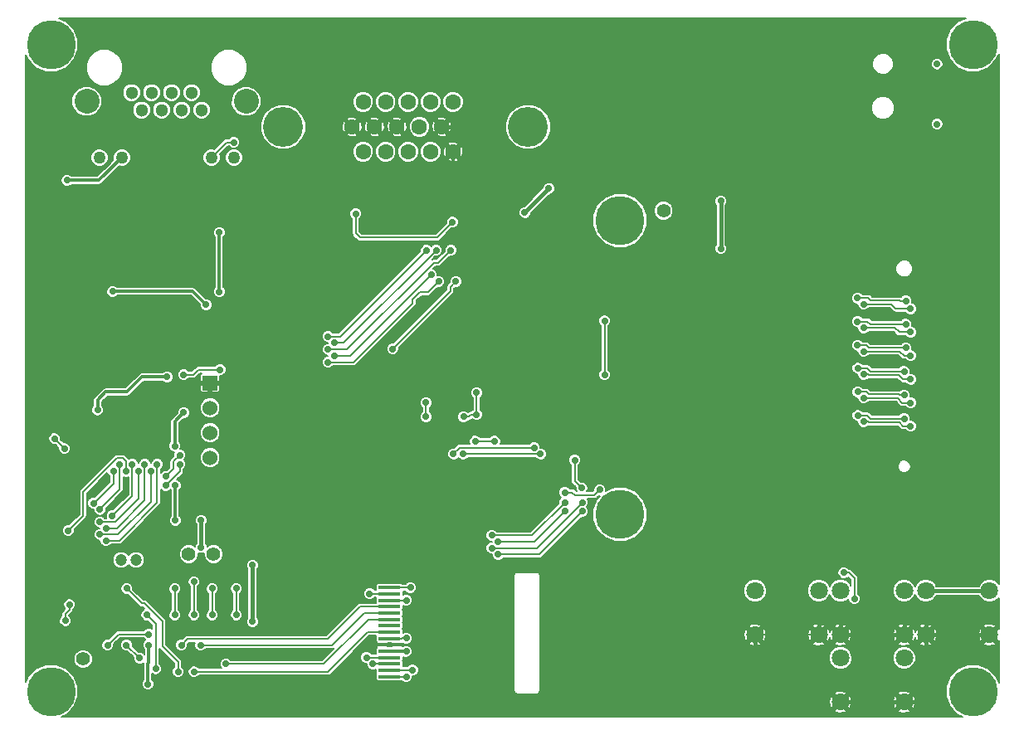
<source format=gbl>
G04 (created by PCBNEW (2013-mar-13)-stable) date Fri 20 Nov 2015 04:23:37 PM CET*
%MOIN*%
G04 Gerber Fmt 3.4, Leading zero omitted, Abs format*
%FSLAX34Y34*%
G01*
G70*
G90*
G04 APERTURE LIST*
%ADD10C,0.005906*%
%ADD11C,0.196850*%
%ADD12C,0.051181*%
%ADD13C,0.100000*%
%ADD14C,0.050000*%
%ADD15C,0.160000*%
%ADD16C,0.063000*%
%ADD17R,0.086614X0.015748*%
%ADD18C,0.055100*%
%ADD19R,0.060000X0.060000*%
%ADD20C,0.060000*%
%ADD21C,0.070900*%
%ADD22C,0.047200*%
%ADD23C,0.028000*%
%ADD24C,0.008000*%
%ADD25C,0.016000*%
%ADD26C,0.012000*%
%ADD27C,0.006000*%
G04 APERTURE END LIST*
G54D10*
G54D11*
X40531Y-20885D03*
X77566Y-20885D03*
X40531Y-46881D03*
X77566Y-46881D03*
G54D12*
X44570Y-22810D03*
X45775Y-23510D03*
X44972Y-23510D03*
X43767Y-22810D03*
X44169Y-23510D03*
X45374Y-22810D03*
X46578Y-23510D03*
X46177Y-22810D03*
G54D13*
X48374Y-23160D03*
X41972Y-23160D03*
G54D14*
X47874Y-25424D03*
X46972Y-25424D03*
X43374Y-25424D03*
X42472Y-25424D03*
G54D15*
X49854Y-24190D03*
X59696Y-24190D03*
G54D16*
X56677Y-23190D03*
X56226Y-24190D03*
X55775Y-23190D03*
X54874Y-23190D03*
X53972Y-23190D03*
X53070Y-23190D03*
X55324Y-24190D03*
X54423Y-24190D03*
X53521Y-24190D03*
X52620Y-24190D03*
X56677Y-25190D03*
X55775Y-25190D03*
X54874Y-25190D03*
X53972Y-25190D03*
X53070Y-25190D03*
G54D17*
X54129Y-46279D03*
X54129Y-46023D03*
X54129Y-45767D03*
X54129Y-45511D03*
X54129Y-45255D03*
X54129Y-45000D03*
X54129Y-44744D03*
X54129Y-44488D03*
X54129Y-44232D03*
X54129Y-43976D03*
X54129Y-43720D03*
X54129Y-43464D03*
X54129Y-43208D03*
X54129Y-42952D03*
X54129Y-42696D03*
G54D18*
X47060Y-41360D03*
X46060Y-41360D03*
X41820Y-45570D03*
G54D19*
X46920Y-34480D03*
G54D20*
X46920Y-35480D03*
X46920Y-36480D03*
X46920Y-37480D03*
G54D11*
X63385Y-39763D03*
X63385Y-27952D03*
G54D18*
X65140Y-27560D03*
G54D21*
X71370Y-44606D03*
X68810Y-44606D03*
X71370Y-42834D03*
X68810Y-42834D03*
X74800Y-44606D03*
X72240Y-44606D03*
X74800Y-42834D03*
X72240Y-42834D03*
X78230Y-44606D03*
X75670Y-44606D03*
X78230Y-42834D03*
X75670Y-42834D03*
X74800Y-47306D03*
X72240Y-47306D03*
X74800Y-45534D03*
X72240Y-45534D03*
G54D22*
X43350Y-41590D03*
X43940Y-41590D03*
G54D23*
X62770Y-34150D03*
X62770Y-31990D03*
X72810Y-43150D03*
X72380Y-42100D03*
X60530Y-26660D03*
X59560Y-27630D03*
X67440Y-29090D03*
X67440Y-27170D03*
X57630Y-34870D03*
X55590Y-35840D03*
X55590Y-35270D03*
X57630Y-35750D03*
X57100Y-35840D03*
X58350Y-36820D03*
X57580Y-36820D03*
X45500Y-37010D03*
X45860Y-35670D03*
X45520Y-40000D03*
X45520Y-38600D03*
X44450Y-45010D03*
X44420Y-46590D03*
X47290Y-28430D03*
X47290Y-30810D03*
X54800Y-44740D03*
X48620Y-44070D03*
X48620Y-41800D03*
X46560Y-40000D03*
X46560Y-41090D03*
X46760Y-31340D03*
X43010Y-30800D03*
X42400Y-35560D03*
X45190Y-34240D03*
X54800Y-45260D03*
X76115Y-24081D03*
X76115Y-21660D03*
X62580Y-38760D03*
X61170Y-38880D03*
X45700Y-37750D03*
X45140Y-38600D03*
X45700Y-37380D03*
X45140Y-38240D03*
X45855Y-34150D03*
X47320Y-33950D03*
X47880Y-24810D03*
X75060Y-36220D03*
X73180Y-36040D03*
X72940Y-35790D03*
X74800Y-35910D03*
X75060Y-35280D03*
X73180Y-35090D03*
X72940Y-34840D03*
X74800Y-34960D03*
X75060Y-34330D03*
X73180Y-34140D03*
X72940Y-33890D03*
X74800Y-34020D03*
X73180Y-33210D03*
X75060Y-33390D03*
X74870Y-33060D03*
X72930Y-32960D03*
X75060Y-32440D03*
X73180Y-32270D03*
X74870Y-32120D03*
X72930Y-32010D03*
X75060Y-31500D03*
X73180Y-31320D03*
X74870Y-31180D03*
X72930Y-31070D03*
X77250Y-42540D03*
X71890Y-46130D03*
X74680Y-42100D03*
X68830Y-46770D03*
X71230Y-42100D03*
X74800Y-31760D03*
X74800Y-32700D03*
X74800Y-36530D03*
X74800Y-33650D03*
X74800Y-34590D03*
X74800Y-35540D03*
X44500Y-40070D03*
X76300Y-31810D03*
X76300Y-32760D03*
X76300Y-33700D03*
X76300Y-34650D03*
X76300Y-35590D03*
X64700Y-37780D03*
X76300Y-36850D03*
X61050Y-25950D03*
X71420Y-27990D03*
X67020Y-28440D03*
X58227Y-28630D03*
X62110Y-28160D03*
X57590Y-27620D03*
X59740Y-28050D03*
X57710Y-41790D03*
X58990Y-39570D03*
X51570Y-28320D03*
X47600Y-37700D03*
X54160Y-30110D03*
X54120Y-38310D03*
X55330Y-31200D03*
X54750Y-27980D03*
X53370Y-28320D03*
X55330Y-32870D03*
X56400Y-30140D03*
X62770Y-31400D03*
X39600Y-31200D03*
X39600Y-32200D03*
X39600Y-33200D03*
X39600Y-32700D03*
X39600Y-31700D03*
X39600Y-36200D03*
X39600Y-35700D03*
X39600Y-34700D03*
X39600Y-34200D03*
X39600Y-35200D03*
X39600Y-33700D03*
X65110Y-29960D03*
X63580Y-29740D03*
X73870Y-28790D03*
X72560Y-27990D03*
X73880Y-27520D03*
X71990Y-27990D03*
X71784Y-21660D03*
X73830Y-26370D03*
X78350Y-27660D03*
X78220Y-23340D03*
X78220Y-21960D03*
X75720Y-25850D03*
X75720Y-26420D03*
X57970Y-30140D03*
X47600Y-37200D03*
X45860Y-37010D03*
X47600Y-36700D03*
X47600Y-35700D03*
X47600Y-34700D03*
X47600Y-33700D03*
X47600Y-34200D03*
X47600Y-35200D03*
X47600Y-36200D03*
X42250Y-44210D03*
X48150Y-31200D03*
X48150Y-30700D03*
X40740Y-30390D03*
X39600Y-22700D03*
X39600Y-23700D03*
X39600Y-24700D03*
X39600Y-25700D03*
X39600Y-26700D03*
X39600Y-27700D03*
X39600Y-28700D03*
X39600Y-29700D03*
X39600Y-30200D03*
X39600Y-29200D03*
X39600Y-28200D03*
X39600Y-27200D03*
X39600Y-26200D03*
X39600Y-25200D03*
X39600Y-24200D03*
X39600Y-23200D03*
X39600Y-22200D03*
X39600Y-39700D03*
X39600Y-39200D03*
X39600Y-38200D03*
X39600Y-37200D03*
X39600Y-37700D03*
X39600Y-38700D03*
X39600Y-40200D03*
X39600Y-40700D03*
X62780Y-46770D03*
X55540Y-39550D03*
X49240Y-41800D03*
X51940Y-40760D03*
X49940Y-42760D03*
X43182Y-39262D03*
X47910Y-38100D03*
X47600Y-33200D03*
X47600Y-32200D03*
X47600Y-32700D03*
X40530Y-44620D03*
X47600Y-31700D03*
X41690Y-30390D03*
X42400Y-36840D03*
X39600Y-36700D03*
X40280Y-36700D03*
X39600Y-30700D03*
X40250Y-33110D03*
X40250Y-33590D03*
X46100Y-38140D03*
X46600Y-38200D03*
X75720Y-27020D03*
X74480Y-28310D03*
X61215Y-45355D03*
X62585Y-43655D03*
X62755Y-43205D03*
X39930Y-42830D03*
X44060Y-47050D03*
X46540Y-47270D03*
X55080Y-41890D03*
X53730Y-41890D03*
X52380Y-41890D03*
X55330Y-37110D03*
X59940Y-37580D03*
X61910Y-37580D03*
X62780Y-34740D03*
X42690Y-27000D03*
X47650Y-27000D03*
X42170Y-30000D03*
X48170Y-30000D03*
X43280Y-34140D03*
X45530Y-32690D03*
X46100Y-31740D03*
X45210Y-32010D03*
X46280Y-43800D03*
X46280Y-42460D03*
X47980Y-42740D03*
X47980Y-43800D03*
X45640Y-46090D03*
X43580Y-42740D03*
X47010Y-42740D03*
X47010Y-43800D03*
X44740Y-45960D03*
X44380Y-43800D03*
X45510Y-43800D03*
X45510Y-42740D03*
X41110Y-44030D03*
X41280Y-43390D03*
X40680Y-36720D03*
X41080Y-37120D03*
X44790Y-37750D03*
X42740Y-40810D03*
X43040Y-38030D03*
X42240Y-39310D03*
X43290Y-37750D03*
X42490Y-39560D03*
X43790Y-37750D03*
X42990Y-39810D03*
X42490Y-40060D03*
X44040Y-38030D03*
X42740Y-40310D03*
X44290Y-37750D03*
X44540Y-38030D03*
X42490Y-40560D03*
X41220Y-40410D03*
X43540Y-38030D03*
X44450Y-44580D03*
X42810Y-45010D03*
X41180Y-26340D03*
X43940Y-41590D03*
X43350Y-41590D03*
X53330Y-42950D03*
X54800Y-43210D03*
X46280Y-46090D03*
X54970Y-42700D03*
X47550Y-45770D03*
X45770Y-45010D03*
X46540Y-45010D03*
X53460Y-45770D03*
X54800Y-46280D03*
X53200Y-45510D03*
X55060Y-46020D03*
X61870Y-39640D03*
X58490Y-41370D03*
X60190Y-37330D03*
X57080Y-37330D03*
X58490Y-40860D03*
X61850Y-38700D03*
X61565Y-37580D03*
X61170Y-39640D03*
X58240Y-40600D03*
X61170Y-39290D03*
X56690Y-37330D03*
X59940Y-37080D03*
X61870Y-39290D03*
X58240Y-41120D03*
X56000Y-29150D03*
X51910Y-32870D03*
X51910Y-33390D03*
X55800Y-30140D03*
X54250Y-33110D03*
X56790Y-30400D03*
X51650Y-33650D03*
X56100Y-30400D03*
X51650Y-32610D03*
X55610Y-29150D03*
X56590Y-29150D03*
X51650Y-33130D03*
X44090Y-45540D03*
X43560Y-45010D03*
X56660Y-28020D03*
X52770Y-27680D03*
G54D24*
X62770Y-34150D02*
X62770Y-31990D01*
X72570Y-42100D02*
X72810Y-42340D01*
X72810Y-42340D02*
X72810Y-43150D01*
X72380Y-42100D02*
X72570Y-42100D01*
G54D25*
X60530Y-26660D02*
X59560Y-27630D01*
X67440Y-27170D02*
X67440Y-29090D01*
G54D24*
X57630Y-35750D02*
X57630Y-34870D01*
X55590Y-35840D02*
X55590Y-35270D01*
X57100Y-35840D02*
X57300Y-35840D01*
X57300Y-35840D02*
X57390Y-35750D01*
X57390Y-35750D02*
X57630Y-35750D01*
X58350Y-36820D02*
X57580Y-36820D01*
G54D26*
X45500Y-37010D02*
X45500Y-36030D01*
X45500Y-36030D02*
X45860Y-35670D01*
X45520Y-40000D02*
X45520Y-38600D01*
X44450Y-45010D02*
X44450Y-45740D01*
X44420Y-45770D02*
X44420Y-46590D01*
X44450Y-45740D02*
X44420Y-45770D01*
X47290Y-28430D02*
X47290Y-30810D01*
G54D24*
X54630Y-44740D02*
X54625Y-44744D01*
X54129Y-44744D02*
X54625Y-44744D01*
X54800Y-44740D02*
X54630Y-44740D01*
G54D25*
X48620Y-41800D02*
X48620Y-44070D01*
X46560Y-40000D02*
X46560Y-41090D01*
G54D26*
X46220Y-30800D02*
X46760Y-31340D01*
X43010Y-30800D02*
X46220Y-30800D01*
X45190Y-34240D02*
X44190Y-34240D01*
X42400Y-35170D02*
X42400Y-35560D01*
X42730Y-34840D02*
X42400Y-35170D01*
X43590Y-34840D02*
X42730Y-34840D01*
X44190Y-34240D02*
X43590Y-34840D01*
X54640Y-45260D02*
X54635Y-45255D01*
X54635Y-45255D02*
X54129Y-45255D01*
X54800Y-45260D02*
X54640Y-45260D01*
G54D25*
X75670Y-42834D02*
X78230Y-42834D01*
G54D24*
X62350Y-38990D02*
X62580Y-38760D01*
X61170Y-38880D02*
X61460Y-38880D01*
X61460Y-38880D02*
X61570Y-38990D01*
X61570Y-38990D02*
X62350Y-38990D01*
X45700Y-37750D02*
X45700Y-38040D01*
X45700Y-38040D02*
X45140Y-38600D01*
X45440Y-37640D02*
X45440Y-37940D01*
X45700Y-37380D02*
X45440Y-37640D01*
X45440Y-37940D02*
X45140Y-38240D01*
X45855Y-34150D02*
X46250Y-34150D01*
X46450Y-33950D02*
X47320Y-33950D01*
X46250Y-34150D02*
X46450Y-33950D01*
X47586Y-24810D02*
X46972Y-25424D01*
X47880Y-24810D02*
X47586Y-24810D01*
X73370Y-36040D02*
X73390Y-36060D01*
X73390Y-36060D02*
X74600Y-36060D01*
X74600Y-36060D02*
X74760Y-36220D01*
X74760Y-36220D02*
X75060Y-36220D01*
X73180Y-36040D02*
X73370Y-36040D01*
X73330Y-35790D02*
X73450Y-35910D01*
X73450Y-35910D02*
X74800Y-35910D01*
X72940Y-35790D02*
X73330Y-35790D01*
X74730Y-35280D02*
X75060Y-35280D01*
X74540Y-35090D02*
X74730Y-35280D01*
X73180Y-35090D02*
X74540Y-35090D01*
X74590Y-34940D02*
X74610Y-34960D01*
X74610Y-34960D02*
X74800Y-34960D01*
X72940Y-34840D02*
X73290Y-34840D01*
X73290Y-34840D02*
X73390Y-34940D01*
X73390Y-34940D02*
X74590Y-34940D01*
X73390Y-34170D02*
X74590Y-34170D01*
X73390Y-34170D02*
X73360Y-34140D01*
X73360Y-34140D02*
X73180Y-34140D01*
X74750Y-34330D02*
X75060Y-34330D01*
X74590Y-34170D02*
X74750Y-34330D01*
X73460Y-34020D02*
X74800Y-34020D01*
X73460Y-34020D02*
X73330Y-33890D01*
X73330Y-33890D02*
X72940Y-33890D01*
X75060Y-33390D02*
X74800Y-33390D01*
X73180Y-33210D02*
X74620Y-33210D01*
X74800Y-33390D02*
X74620Y-33210D01*
X73290Y-32960D02*
X73390Y-33060D01*
X73390Y-33060D02*
X74870Y-33060D01*
X72930Y-32960D02*
X73290Y-32960D01*
X74430Y-32270D02*
X74600Y-32440D01*
X74600Y-32440D02*
X75060Y-32440D01*
X73180Y-32270D02*
X74430Y-32270D01*
X73330Y-32010D02*
X73440Y-32120D01*
X73440Y-32120D02*
X74870Y-32120D01*
X72930Y-32010D02*
X73330Y-32010D01*
X74280Y-31320D02*
X74460Y-31500D01*
X74460Y-31500D02*
X75060Y-31500D01*
X73180Y-31320D02*
X74280Y-31320D01*
X73360Y-31070D02*
X73460Y-31170D01*
X73460Y-31170D02*
X74650Y-31170D01*
X74650Y-31170D02*
X74660Y-31180D01*
X74660Y-31180D02*
X74870Y-31180D01*
X72930Y-31070D02*
X73360Y-31070D01*
X77250Y-42540D02*
X76160Y-42540D01*
X75720Y-42100D02*
X74680Y-42100D01*
X76160Y-42540D02*
X75720Y-42100D01*
X71890Y-46130D02*
X73624Y-46130D01*
X73624Y-46130D02*
X74800Y-47306D01*
X74680Y-42100D02*
X74180Y-42600D01*
X74180Y-43460D02*
X74800Y-44080D01*
X74180Y-42600D02*
X74180Y-43460D01*
G54D25*
X68810Y-44606D02*
X68810Y-45440D01*
X68830Y-45460D02*
X68830Y-46770D01*
X68810Y-45440D02*
X68830Y-45460D01*
X72240Y-44606D02*
X72240Y-44070D01*
X71370Y-44100D02*
X71370Y-44606D01*
X71510Y-43960D02*
X71370Y-44100D01*
X72130Y-43960D02*
X71510Y-43960D01*
X72240Y-44070D02*
X72130Y-43960D01*
X75670Y-44606D02*
X75670Y-44080D01*
X74800Y-44080D02*
X74800Y-44606D01*
X74930Y-43950D02*
X74800Y-44080D01*
X75540Y-43950D02*
X74930Y-43950D01*
X75670Y-44080D02*
X75540Y-43950D01*
X74800Y-44606D02*
X72240Y-44606D01*
X75670Y-44606D02*
X78230Y-44606D01*
X74800Y-47306D02*
X75314Y-47306D01*
X75670Y-46950D02*
X75670Y-44606D01*
X75314Y-47306D02*
X75670Y-46950D01*
X72240Y-47306D02*
X74800Y-47306D01*
G54D24*
X68810Y-44606D02*
X71370Y-44606D01*
X71230Y-42100D02*
X70760Y-42570D01*
X70760Y-42570D02*
X70760Y-43996D01*
X70760Y-43996D02*
X71370Y-44606D01*
X74990Y-35540D02*
X74800Y-35540D01*
X74990Y-35540D02*
X76300Y-36850D01*
X41290Y-40700D02*
X41680Y-41090D01*
X43480Y-41090D02*
X44500Y-40070D01*
X41680Y-41090D02*
X43480Y-41090D01*
X63140Y-37580D02*
X63340Y-37780D01*
X63340Y-37780D02*
X64700Y-37780D01*
X63140Y-37580D02*
X61910Y-37580D01*
G54D25*
X76300Y-36850D02*
X77180Y-36850D01*
X77180Y-36850D02*
X78350Y-35680D01*
X78350Y-35680D02*
X78350Y-27660D01*
X61050Y-25950D02*
X60310Y-25950D01*
X60310Y-25950D02*
X59860Y-25500D01*
X64230Y-25950D02*
X61050Y-25950D01*
X71420Y-27990D02*
X70170Y-27990D01*
X67020Y-26990D02*
X67020Y-27990D01*
X67330Y-26680D02*
X67020Y-26990D01*
X68860Y-26680D02*
X67330Y-26680D01*
X70170Y-27990D02*
X68860Y-26680D01*
X67020Y-27990D02*
X67020Y-28440D01*
G54D24*
X58227Y-28630D02*
X58227Y-28257D01*
X58227Y-28257D02*
X57590Y-27620D01*
X62110Y-28160D02*
X61170Y-28160D01*
X61060Y-28050D02*
X59740Y-28050D01*
X61170Y-28160D02*
X61060Y-28050D01*
G54D26*
X57150Y-28860D02*
X57150Y-28060D01*
X57150Y-28060D02*
X57590Y-27620D01*
X57970Y-30140D02*
X57970Y-29680D01*
X57150Y-28860D02*
X57970Y-29680D01*
G54D24*
X59740Y-28050D02*
X59740Y-28550D01*
X59510Y-29400D02*
X59510Y-28780D01*
X59740Y-28550D02*
X59510Y-28780D01*
X62585Y-43655D02*
X60625Y-43655D01*
X60000Y-41790D02*
X57710Y-41790D01*
X60340Y-42130D02*
X60000Y-41790D01*
X60340Y-43370D02*
X60340Y-42130D01*
X60625Y-43655D02*
X60340Y-43370D01*
X57710Y-41790D02*
X57030Y-41790D01*
X56390Y-42430D02*
X57030Y-41790D01*
X58990Y-39570D02*
X59690Y-39570D01*
X59940Y-39320D02*
X59940Y-37580D01*
X59690Y-39570D02*
X59940Y-39320D01*
G54D25*
X56226Y-24190D02*
X57460Y-24190D01*
X57460Y-24190D02*
X58770Y-25500D01*
X58770Y-25500D02*
X59860Y-25500D01*
X64230Y-25950D02*
X66270Y-27990D01*
X51570Y-28320D02*
X51230Y-28320D01*
X51070Y-25740D02*
X52620Y-24190D01*
X51070Y-28160D02*
X51070Y-25740D01*
X51230Y-28320D02*
X51070Y-28160D01*
G54D24*
X59510Y-29400D02*
X58710Y-29400D01*
X58710Y-29400D02*
X57970Y-30140D01*
X51570Y-28320D02*
X52390Y-28320D01*
X53140Y-28320D02*
X53370Y-28320D01*
X53030Y-28210D02*
X53140Y-28320D01*
X53030Y-27580D02*
X53030Y-28210D01*
X52870Y-27420D02*
X53030Y-27580D01*
X52670Y-27420D02*
X52870Y-27420D01*
X52510Y-27580D02*
X52670Y-27420D01*
X52510Y-28200D02*
X52510Y-27580D01*
X52390Y-28320D02*
X52510Y-28200D01*
G54D26*
X56677Y-25190D02*
X56677Y-27612D01*
X56310Y-27980D02*
X54750Y-27980D01*
X56677Y-27612D02*
X56310Y-27980D01*
G54D25*
X54160Y-30110D02*
X48740Y-30110D01*
X48740Y-30110D02*
X48610Y-30110D01*
X48500Y-30000D02*
X48170Y-30000D01*
X48610Y-30110D02*
X48500Y-30000D01*
G54D26*
X54120Y-38310D02*
X54120Y-37540D01*
X54550Y-37110D02*
X55330Y-37110D01*
X54120Y-37540D02*
X54550Y-37110D01*
G54D24*
X55330Y-31200D02*
X55890Y-31200D01*
X56400Y-30690D02*
X56400Y-30140D01*
X55890Y-31200D02*
X56400Y-30690D01*
G54D26*
X55716Y-23680D02*
X54933Y-23680D01*
X56226Y-24190D02*
X55716Y-23680D01*
X54933Y-23680D02*
X54423Y-24190D01*
X54410Y-28320D02*
X54750Y-27980D01*
X54410Y-28320D02*
X53370Y-28320D01*
G54D24*
X55330Y-32870D02*
X55330Y-37110D01*
X57970Y-32870D02*
X57970Y-33590D01*
X56300Y-36380D02*
X55570Y-37110D01*
X56300Y-35260D02*
X56300Y-36380D01*
X57970Y-33590D02*
X56300Y-35260D01*
X55330Y-32870D02*
X57970Y-32870D01*
X57970Y-30140D02*
X56400Y-30140D01*
X62770Y-31400D02*
X62770Y-30550D01*
X62770Y-30550D02*
X63580Y-29740D01*
G54D26*
X39950Y-33700D02*
X40060Y-33590D01*
X39600Y-33700D02*
X39950Y-33700D01*
X40250Y-33590D02*
X40060Y-33590D01*
X65110Y-29960D02*
X65110Y-29150D01*
G54D25*
X66270Y-27990D02*
X65190Y-29070D01*
G54D26*
X65110Y-29150D02*
X65190Y-29070D01*
G54D25*
X67020Y-27990D02*
X66270Y-27990D01*
G54D26*
X65110Y-29960D02*
X63800Y-29960D01*
X63800Y-29960D02*
X63580Y-29740D01*
G54D24*
X63580Y-29740D02*
X63140Y-29740D01*
X63140Y-29740D02*
X62800Y-29400D01*
X59510Y-29400D02*
X62800Y-29400D01*
G54D26*
X73870Y-28790D02*
X74270Y-28790D01*
X74480Y-28580D02*
X74480Y-28310D01*
X74270Y-28790D02*
X74480Y-28580D01*
G54D25*
X74480Y-28310D02*
X73730Y-28310D01*
X73730Y-28310D02*
X73410Y-27990D01*
X72560Y-27990D02*
X73410Y-27990D01*
X73410Y-27990D02*
X73880Y-27520D01*
X71784Y-21660D02*
X71784Y-22884D01*
X71784Y-22884D02*
X71990Y-23090D01*
X71990Y-23090D02*
X71990Y-27990D01*
X73630Y-22540D02*
X72750Y-21660D01*
X72750Y-21660D02*
X71784Y-21660D01*
X73830Y-26370D02*
X74510Y-26370D01*
X74510Y-26370D02*
X75160Y-27020D01*
X77920Y-24940D02*
X78350Y-25370D01*
X76150Y-24940D02*
X77920Y-24940D01*
X75720Y-25370D02*
X76150Y-24940D01*
X78350Y-25370D02*
X78350Y-27660D01*
X75290Y-24940D02*
X73730Y-24940D01*
X75720Y-25370D02*
X75290Y-24940D01*
X73160Y-23010D02*
X73630Y-22540D01*
X73160Y-24370D02*
X73160Y-23010D01*
X73730Y-24940D02*
X73160Y-24370D01*
X78220Y-23340D02*
X75070Y-23340D01*
X75070Y-23340D02*
X74270Y-22540D01*
X78030Y-22150D02*
X74660Y-22150D01*
X78030Y-22150D02*
X78220Y-21960D01*
X74270Y-22540D02*
X73630Y-22540D01*
X74660Y-22150D02*
X74270Y-22540D01*
X75720Y-25850D02*
X75720Y-25370D01*
G54D24*
X57970Y-30140D02*
X57970Y-32870D01*
G54D26*
X46920Y-34480D02*
X45790Y-34480D01*
X45530Y-34220D02*
X45530Y-32690D01*
X45790Y-34480D02*
X45530Y-34220D01*
X45860Y-37010D02*
X47410Y-37010D01*
X47410Y-37010D02*
X47600Y-37200D01*
G54D24*
X42250Y-44210D02*
X42040Y-44210D01*
X42040Y-44210D02*
X41630Y-44620D01*
G54D26*
X42170Y-30000D02*
X45990Y-30000D01*
X47190Y-31200D02*
X48150Y-31200D01*
X45990Y-30000D02*
X47190Y-31200D01*
X40740Y-30390D02*
X39910Y-30390D01*
X41690Y-30390D02*
X40740Y-30390D01*
G54D24*
X54129Y-45000D02*
X55020Y-45000D01*
X56390Y-43630D02*
X56390Y-42430D01*
X55020Y-45000D02*
X56390Y-43630D01*
X55080Y-42300D02*
X55080Y-41890D01*
X56390Y-42430D02*
X55210Y-42430D01*
X55210Y-42430D02*
X55080Y-42300D01*
G54D25*
X62780Y-46770D02*
X61490Y-46770D01*
X61215Y-46495D02*
X61215Y-45355D01*
X61490Y-46770D02*
X61215Y-46495D01*
X49240Y-41800D02*
X49650Y-42210D01*
X49650Y-42210D02*
X49650Y-42470D01*
X49650Y-42470D02*
X49940Y-42760D01*
G54D24*
X52380Y-41200D02*
X52380Y-41890D01*
X52380Y-41200D02*
X51940Y-40760D01*
X55740Y-37880D02*
X55740Y-39350D01*
X56040Y-37580D02*
X55740Y-37880D01*
X55740Y-39350D02*
X55540Y-39550D01*
X55540Y-39550D02*
X55540Y-40680D01*
X55080Y-41890D02*
X55080Y-41140D01*
X55540Y-40680D02*
X55080Y-41140D01*
X39600Y-40700D02*
X41290Y-40700D01*
X42934Y-39510D02*
X43182Y-39262D01*
X42920Y-39510D02*
X42934Y-39510D01*
X42620Y-39810D02*
X42920Y-39510D01*
X42180Y-39810D02*
X42620Y-39810D01*
X41290Y-40700D02*
X42180Y-39810D01*
G54D26*
X47910Y-38100D02*
X47060Y-38100D01*
X47060Y-38100D02*
X46960Y-38200D01*
X46960Y-38200D02*
X46600Y-38200D01*
G54D24*
X39600Y-40700D02*
X39600Y-42500D01*
X39600Y-42500D02*
X39930Y-42830D01*
G54D26*
X45530Y-32690D02*
X44730Y-32690D01*
X44730Y-32690D02*
X43280Y-34140D01*
X46100Y-31740D02*
X47300Y-31740D01*
X47300Y-31740D02*
X47340Y-31700D01*
X47340Y-31700D02*
X47600Y-31700D01*
X41690Y-30390D02*
X42000Y-30390D01*
X42170Y-30220D02*
X42170Y-30000D01*
X42000Y-30390D02*
X42170Y-30220D01*
G54D24*
X42400Y-36840D02*
X41460Y-36840D01*
X40280Y-36510D02*
X40280Y-36700D01*
X40460Y-36330D02*
X40280Y-36510D01*
X40950Y-36330D02*
X40460Y-36330D01*
X41460Y-36840D02*
X40950Y-36330D01*
G54D26*
X39600Y-36700D02*
X40280Y-36700D01*
X39910Y-30390D02*
X39600Y-30700D01*
G54D24*
X43280Y-34140D02*
X41440Y-34140D01*
X41440Y-34140D02*
X40890Y-33590D01*
X40890Y-33590D02*
X40250Y-33590D01*
G54D26*
X40250Y-33110D02*
X40250Y-33590D01*
G54D25*
X46100Y-38140D02*
X46320Y-38140D01*
X46320Y-38140D02*
X46380Y-38200D01*
X46380Y-38200D02*
X46600Y-38200D01*
X74480Y-28310D02*
X74480Y-27700D01*
X75160Y-27020D02*
X75720Y-27020D01*
X74480Y-27700D02*
X75160Y-27020D01*
G54D26*
X62585Y-43655D02*
X62585Y-44435D01*
X62585Y-44435D02*
X61665Y-45355D01*
X61665Y-45355D02*
X61215Y-45355D01*
G54D24*
X62755Y-43205D02*
X62755Y-43485D01*
X62755Y-43485D02*
X62585Y-43655D01*
X39930Y-44020D02*
X39930Y-42830D01*
X39930Y-44020D02*
X40530Y-44620D01*
X40530Y-44620D02*
X41630Y-44620D01*
X41630Y-44620D02*
X44060Y-47050D01*
X54129Y-45000D02*
X53100Y-45000D01*
X47330Y-46480D02*
X46540Y-47270D01*
X51620Y-46480D02*
X47330Y-46480D01*
X53100Y-45000D02*
X51620Y-46480D01*
X44280Y-47270D02*
X44060Y-47050D01*
X46540Y-47270D02*
X44280Y-47270D01*
X55080Y-41890D02*
X53730Y-41890D01*
X53730Y-41890D02*
X52380Y-41890D01*
X55330Y-37110D02*
X55570Y-37110D01*
X55570Y-37110D02*
X56040Y-37580D01*
X56040Y-37580D02*
X59940Y-37580D01*
X59940Y-37580D02*
X60670Y-37580D01*
X61020Y-37230D02*
X61910Y-37230D01*
X60670Y-37580D02*
X61020Y-37230D01*
X62780Y-34740D02*
X62550Y-34740D01*
X61910Y-35380D02*
X61910Y-37230D01*
X61910Y-37230D02*
X61910Y-37580D01*
X62550Y-34740D02*
X61910Y-35380D01*
G54D26*
X47650Y-27000D02*
X47650Y-29480D01*
X47650Y-29480D02*
X48170Y-30000D01*
X47650Y-27000D02*
X42690Y-27000D01*
G54D25*
X46100Y-31740D02*
X46100Y-32120D01*
X46100Y-32120D02*
X45530Y-32690D01*
G54D24*
X46100Y-31740D02*
X45480Y-31740D01*
X45480Y-31740D02*
X45210Y-32010D01*
X46280Y-43800D02*
X46280Y-42460D01*
X47980Y-42740D02*
X47980Y-43800D01*
X45640Y-46090D02*
X45640Y-45690D01*
X44180Y-43340D02*
X43580Y-42740D01*
X44280Y-43340D02*
X44180Y-43340D01*
X45000Y-44060D02*
X44280Y-43340D01*
X45000Y-45050D02*
X45000Y-44060D01*
X45640Y-45690D02*
X45000Y-45050D01*
X47010Y-42740D02*
X47010Y-43800D01*
X44740Y-45960D02*
X44740Y-44160D01*
X44740Y-44160D02*
X44380Y-43800D01*
X45510Y-43800D02*
X45510Y-42740D01*
X41280Y-43590D02*
X41110Y-43760D01*
X41110Y-43760D02*
X41110Y-44030D01*
X41280Y-43390D02*
X41280Y-43590D01*
X41080Y-37120D02*
X40680Y-36720D01*
X42740Y-40810D02*
X43270Y-40810D01*
X44790Y-39290D02*
X44790Y-37750D01*
X43270Y-40810D02*
X44790Y-39290D01*
X43040Y-38030D02*
X43040Y-38510D01*
X43040Y-38510D02*
X42240Y-39310D01*
X43290Y-37750D02*
X43290Y-38760D01*
X43290Y-38760D02*
X42490Y-39560D01*
X43790Y-37750D02*
X43790Y-39010D01*
X43790Y-39010D02*
X42990Y-39810D01*
X44040Y-38030D02*
X44040Y-39140D01*
X43120Y-40060D02*
X42490Y-40060D01*
X44040Y-39140D02*
X43120Y-40060D01*
X44290Y-37750D02*
X44290Y-39190D01*
X43170Y-40310D02*
X42740Y-40310D01*
X44290Y-39190D02*
X43170Y-40310D01*
X44540Y-38030D02*
X44540Y-39250D01*
X43230Y-40560D02*
X42490Y-40560D01*
X44540Y-39250D02*
X43230Y-40560D01*
X43540Y-38030D02*
X43540Y-37640D01*
X41820Y-39810D02*
X41220Y-40410D01*
X41820Y-38860D02*
X41820Y-39810D01*
X43180Y-37500D02*
X41820Y-38860D01*
X43400Y-37500D02*
X43180Y-37500D01*
X43540Y-37640D02*
X43400Y-37500D01*
X44450Y-44580D02*
X43240Y-44580D01*
X43240Y-44580D02*
X42810Y-45010D01*
G54D26*
X41180Y-26340D02*
X42458Y-26340D01*
X42458Y-26340D02*
X43374Y-25424D01*
G54D24*
X53330Y-42950D02*
X53510Y-42950D01*
X54129Y-42952D02*
X53512Y-42952D01*
X53510Y-42950D02*
X53512Y-42952D01*
X54800Y-43210D02*
X54640Y-43210D01*
X54638Y-43208D02*
X54129Y-43208D01*
X54640Y-43210D02*
X54638Y-43208D01*
X53261Y-44488D02*
X51660Y-46090D01*
X51660Y-46090D02*
X46280Y-46090D01*
X54129Y-44488D02*
X53261Y-44488D01*
X54970Y-42700D02*
X54720Y-42700D01*
X54716Y-42696D02*
X54129Y-42696D01*
X54720Y-42700D02*
X54716Y-42696D01*
X53273Y-43976D02*
X51480Y-45770D01*
X54129Y-43976D02*
X53273Y-43976D01*
X51480Y-45770D02*
X47550Y-45770D01*
X54129Y-43464D02*
X52955Y-43464D01*
X46020Y-44760D02*
X45770Y-45010D01*
X51660Y-44760D02*
X46020Y-44760D01*
X52955Y-43464D02*
X51660Y-44760D01*
X53109Y-43720D02*
X51820Y-45010D01*
X51820Y-45010D02*
X46540Y-45010D01*
X54129Y-43720D02*
X53109Y-43720D01*
X53620Y-45770D02*
X53622Y-45767D01*
X53622Y-45767D02*
X54129Y-45767D01*
X53460Y-45770D02*
X53620Y-45770D01*
X54640Y-46280D02*
X54639Y-46279D01*
X54639Y-46279D02*
X54129Y-46279D01*
X54800Y-46280D02*
X54640Y-46280D01*
X53200Y-45510D02*
X53490Y-45510D01*
X53491Y-45511D02*
X54129Y-45511D01*
X53490Y-45510D02*
X53491Y-45511D01*
X55060Y-46020D02*
X54780Y-46020D01*
X54776Y-46023D02*
X54129Y-46023D01*
X54780Y-46020D02*
X54776Y-46023D01*
X61870Y-39640D02*
X60140Y-41370D01*
X58490Y-41370D02*
X60140Y-41370D01*
X57080Y-37330D02*
X60190Y-37330D01*
X59950Y-40860D02*
X61170Y-39640D01*
X61565Y-38415D02*
X61850Y-38700D01*
X61565Y-37580D02*
X61565Y-38415D01*
X58490Y-40860D02*
X59950Y-40860D01*
X59860Y-40600D02*
X61170Y-39290D01*
X58240Y-40600D02*
X59860Y-40600D01*
X56940Y-37080D02*
X56690Y-37330D01*
X59940Y-37080D02*
X56940Y-37080D01*
X61870Y-39290D02*
X60040Y-41120D01*
X58240Y-41120D02*
X60040Y-41120D01*
X51910Y-32870D02*
X52280Y-32870D01*
X52280Y-32870D02*
X56000Y-29150D01*
X52550Y-33390D02*
X55800Y-30140D01*
X51910Y-33390D02*
X52550Y-33390D01*
X56570Y-30790D02*
X56570Y-30620D01*
X56570Y-30620D02*
X56790Y-30400D01*
X56570Y-30790D02*
X54250Y-33110D01*
X52690Y-33650D02*
X51650Y-33650D01*
X52690Y-33650D02*
X55050Y-31290D01*
X55050Y-31290D02*
X55050Y-31120D01*
X55050Y-31120D02*
X55340Y-30830D01*
X55340Y-30830D02*
X55670Y-30830D01*
X55670Y-30830D02*
X56100Y-30400D01*
X51650Y-32610D02*
X52150Y-32610D01*
X52150Y-32610D02*
X55610Y-29150D01*
X56090Y-29650D02*
X55910Y-29650D01*
X56590Y-29150D02*
X56090Y-29650D01*
X52430Y-33130D02*
X51650Y-33130D01*
X55910Y-29650D02*
X52430Y-33130D01*
X44090Y-45540D02*
X43560Y-45010D01*
X56040Y-28640D02*
X56660Y-28020D01*
X52940Y-28640D02*
X52770Y-28470D01*
X52770Y-28470D02*
X52770Y-27680D01*
X52940Y-28640D02*
X56040Y-28640D01*
G54D10*
G36*
X43640Y-38947D02*
X43027Y-39560D01*
X42940Y-39559D01*
X42848Y-39597D01*
X42778Y-39668D01*
X42740Y-39760D01*
X42739Y-39859D01*
X42760Y-39910D01*
X42693Y-39910D01*
X42631Y-39848D01*
X42539Y-39810D01*
X42539Y-39810D01*
X42631Y-39772D01*
X42701Y-39701D01*
X42739Y-39609D01*
X42740Y-39522D01*
X43396Y-38866D01*
X43428Y-38817D01*
X43428Y-38817D01*
X43440Y-38760D01*
X43440Y-38259D01*
X43490Y-38279D01*
X43589Y-38280D01*
X43640Y-38259D01*
X43640Y-38947D01*
X43640Y-38947D01*
G37*
G54D27*
X43640Y-38947D02*
X43027Y-39560D01*
X42940Y-39559D01*
X42848Y-39597D01*
X42778Y-39668D01*
X42740Y-39760D01*
X42739Y-39859D01*
X42760Y-39910D01*
X42693Y-39910D01*
X42631Y-39848D01*
X42539Y-39810D01*
X42539Y-39810D01*
X42631Y-39772D01*
X42701Y-39701D01*
X42739Y-39609D01*
X42740Y-39522D01*
X43396Y-38866D01*
X43428Y-38817D01*
X43428Y-38817D01*
X43440Y-38760D01*
X43440Y-38259D01*
X43490Y-38279D01*
X43589Y-38280D01*
X43640Y-38259D01*
X43640Y-38947D01*
G54D10*
G36*
X78600Y-46517D02*
X78495Y-46262D01*
X78481Y-46248D01*
X78481Y-44956D01*
X78230Y-44704D01*
X78131Y-44803D01*
X78131Y-44606D01*
X77879Y-44354D01*
X77826Y-44399D01*
X77778Y-44569D01*
X77798Y-44745D01*
X77826Y-44812D01*
X77879Y-44857D01*
X78131Y-44606D01*
X78131Y-44803D01*
X77978Y-44956D01*
X78023Y-45009D01*
X78193Y-45057D01*
X78369Y-45037D01*
X78436Y-45009D01*
X78481Y-44956D01*
X78481Y-46248D01*
X78187Y-45954D01*
X77785Y-45787D01*
X77350Y-45787D01*
X76947Y-45953D01*
X76639Y-46261D01*
X76472Y-46663D01*
X76472Y-47098D01*
X76638Y-47500D01*
X76946Y-47809D01*
X77144Y-47891D01*
X76121Y-47891D01*
X76121Y-44642D01*
X76101Y-44466D01*
X76073Y-44399D01*
X76020Y-44354D01*
X75921Y-44453D01*
X75921Y-44255D01*
X75876Y-44202D01*
X75706Y-44154D01*
X75530Y-44174D01*
X75463Y-44202D01*
X75418Y-44255D01*
X75670Y-44507D01*
X75921Y-44255D01*
X75921Y-44453D01*
X75768Y-44606D01*
X76020Y-44857D01*
X76073Y-44812D01*
X76121Y-44642D01*
X76121Y-47891D01*
X75921Y-47891D01*
X75921Y-44956D01*
X75670Y-44704D01*
X75571Y-44803D01*
X75571Y-44606D01*
X75319Y-44354D01*
X75266Y-44399D01*
X75235Y-44507D01*
X75231Y-44466D01*
X75203Y-44399D01*
X75150Y-44354D01*
X75051Y-44453D01*
X75051Y-44255D01*
X75006Y-44202D01*
X74836Y-44154D01*
X74660Y-44174D01*
X74593Y-44202D01*
X74548Y-44255D01*
X74800Y-44507D01*
X75051Y-44255D01*
X75051Y-44453D01*
X74898Y-44606D01*
X75150Y-44857D01*
X75203Y-44812D01*
X75234Y-44704D01*
X75238Y-44745D01*
X75266Y-44812D01*
X75319Y-44857D01*
X75571Y-44606D01*
X75571Y-44803D01*
X75418Y-44956D01*
X75463Y-45009D01*
X75633Y-45057D01*
X75809Y-45037D01*
X75876Y-45009D01*
X75921Y-44956D01*
X75921Y-47891D01*
X75264Y-47891D01*
X75264Y-45442D01*
X75194Y-45271D01*
X75063Y-45140D01*
X75051Y-45135D01*
X75051Y-44956D01*
X74800Y-44704D01*
X74701Y-44803D01*
X74701Y-44606D01*
X74449Y-44354D01*
X74396Y-44399D01*
X74348Y-44569D01*
X74368Y-44745D01*
X74396Y-44812D01*
X74449Y-44857D01*
X74701Y-44606D01*
X74701Y-44803D01*
X74548Y-44956D01*
X74593Y-45009D01*
X74763Y-45057D01*
X74939Y-45037D01*
X75006Y-45009D01*
X75051Y-44956D01*
X75051Y-45135D01*
X74892Y-45069D01*
X74708Y-45069D01*
X74537Y-45139D01*
X74406Y-45270D01*
X74335Y-45441D01*
X74335Y-45625D01*
X74405Y-45796D01*
X74536Y-45927D01*
X74707Y-45998D01*
X74891Y-45998D01*
X75062Y-45928D01*
X75193Y-45797D01*
X75264Y-45626D01*
X75264Y-45442D01*
X75264Y-47891D01*
X75251Y-47891D01*
X75251Y-47342D01*
X75231Y-47166D01*
X75203Y-47099D01*
X75150Y-47054D01*
X75051Y-47153D01*
X75051Y-46955D01*
X75006Y-46902D01*
X74836Y-46854D01*
X74660Y-46874D01*
X74593Y-46902D01*
X74548Y-46955D01*
X74800Y-47207D01*
X75051Y-46955D01*
X75051Y-47153D01*
X74898Y-47306D01*
X75150Y-47557D01*
X75203Y-47512D01*
X75251Y-47342D01*
X75251Y-47891D01*
X75051Y-47891D01*
X75051Y-47656D01*
X74800Y-47404D01*
X74701Y-47503D01*
X74701Y-47306D01*
X74449Y-47054D01*
X74396Y-47099D01*
X74348Y-47269D01*
X74368Y-47445D01*
X74396Y-47512D01*
X74449Y-47557D01*
X74701Y-47306D01*
X74701Y-47503D01*
X74548Y-47656D01*
X74593Y-47709D01*
X74763Y-47757D01*
X74939Y-47737D01*
X75006Y-47709D01*
X75051Y-47656D01*
X75051Y-47891D01*
X73060Y-47891D01*
X73060Y-43100D01*
X73022Y-43008D01*
X72960Y-42946D01*
X72960Y-42340D01*
X72960Y-42340D01*
X72960Y-42340D01*
X72948Y-42282D01*
X72916Y-42233D01*
X72916Y-42233D01*
X72916Y-42233D01*
X72676Y-41993D01*
X72627Y-41961D01*
X72586Y-41953D01*
X72521Y-41888D01*
X72429Y-41850D01*
X72330Y-41849D01*
X72238Y-41887D01*
X72168Y-41958D01*
X72130Y-42050D01*
X72129Y-42149D01*
X72167Y-42241D01*
X72238Y-42311D01*
X72330Y-42349D01*
X72429Y-42350D01*
X72521Y-42312D01*
X72545Y-42287D01*
X72660Y-42402D01*
X72660Y-42634D01*
X72634Y-42571D01*
X72503Y-42440D01*
X72332Y-42369D01*
X72148Y-42369D01*
X71977Y-42439D01*
X71846Y-42570D01*
X71804Y-42670D01*
X71764Y-42571D01*
X71633Y-42440D01*
X71462Y-42369D01*
X71278Y-42369D01*
X71107Y-42439D01*
X70976Y-42570D01*
X70905Y-42741D01*
X70905Y-42925D01*
X70975Y-43096D01*
X71106Y-43227D01*
X71277Y-43298D01*
X71461Y-43298D01*
X71632Y-43228D01*
X71763Y-43097D01*
X71805Y-42997D01*
X71845Y-43096D01*
X71976Y-43227D01*
X72147Y-43298D01*
X72331Y-43298D01*
X72502Y-43228D01*
X72559Y-43170D01*
X72559Y-43199D01*
X72597Y-43291D01*
X72668Y-43361D01*
X72760Y-43399D01*
X72859Y-43400D01*
X72951Y-43362D01*
X73021Y-43291D01*
X73059Y-43199D01*
X73060Y-43100D01*
X73060Y-47891D01*
X72704Y-47891D01*
X72704Y-45442D01*
X72691Y-45410D01*
X72691Y-44642D01*
X72671Y-44466D01*
X72643Y-44399D01*
X72590Y-44354D01*
X72491Y-44453D01*
X72491Y-44255D01*
X72446Y-44202D01*
X72276Y-44154D01*
X72100Y-44174D01*
X72033Y-44202D01*
X71988Y-44255D01*
X72240Y-44507D01*
X72491Y-44255D01*
X72491Y-44453D01*
X72338Y-44606D01*
X72590Y-44857D01*
X72643Y-44812D01*
X72691Y-44642D01*
X72691Y-45410D01*
X72634Y-45271D01*
X72503Y-45140D01*
X72491Y-45135D01*
X72491Y-44956D01*
X72240Y-44704D01*
X72141Y-44803D01*
X72141Y-44606D01*
X71889Y-44354D01*
X71836Y-44399D01*
X71805Y-44507D01*
X71801Y-44466D01*
X71773Y-44399D01*
X71720Y-44354D01*
X71621Y-44453D01*
X71621Y-44255D01*
X71576Y-44202D01*
X71406Y-44154D01*
X71230Y-44174D01*
X71163Y-44202D01*
X71118Y-44255D01*
X71370Y-44507D01*
X71621Y-44255D01*
X71621Y-44453D01*
X71468Y-44606D01*
X71720Y-44857D01*
X71773Y-44812D01*
X71804Y-44704D01*
X71808Y-44745D01*
X71836Y-44812D01*
X71889Y-44857D01*
X72141Y-44606D01*
X72141Y-44803D01*
X71988Y-44956D01*
X72033Y-45009D01*
X72203Y-45057D01*
X72379Y-45037D01*
X72446Y-45009D01*
X72491Y-44956D01*
X72491Y-45135D01*
X72332Y-45069D01*
X72148Y-45069D01*
X71977Y-45139D01*
X71846Y-45270D01*
X71775Y-45441D01*
X71775Y-45625D01*
X71845Y-45796D01*
X71976Y-45927D01*
X72147Y-45998D01*
X72331Y-45998D01*
X72502Y-45928D01*
X72633Y-45797D01*
X72704Y-45626D01*
X72704Y-45442D01*
X72704Y-47891D01*
X72691Y-47891D01*
X72691Y-47342D01*
X72671Y-47166D01*
X72643Y-47099D01*
X72590Y-47054D01*
X72491Y-47153D01*
X72491Y-46955D01*
X72446Y-46902D01*
X72276Y-46854D01*
X72100Y-46874D01*
X72033Y-46902D01*
X71988Y-46955D01*
X72240Y-47207D01*
X72491Y-46955D01*
X72491Y-47153D01*
X72338Y-47306D01*
X72590Y-47557D01*
X72643Y-47512D01*
X72691Y-47342D01*
X72691Y-47891D01*
X72491Y-47891D01*
X72491Y-47656D01*
X72240Y-47404D01*
X72141Y-47503D01*
X72141Y-47306D01*
X71889Y-47054D01*
X71836Y-47099D01*
X71788Y-47269D01*
X71808Y-47445D01*
X71836Y-47512D01*
X71889Y-47557D01*
X72141Y-47306D01*
X72141Y-47503D01*
X71988Y-47656D01*
X72033Y-47709D01*
X72203Y-47757D01*
X72379Y-47737D01*
X72446Y-47709D01*
X72491Y-47656D01*
X72491Y-47891D01*
X71621Y-47891D01*
X71621Y-44956D01*
X71370Y-44704D01*
X71271Y-44803D01*
X71271Y-44606D01*
X71019Y-44354D01*
X70966Y-44399D01*
X70918Y-44569D01*
X70938Y-44745D01*
X70966Y-44812D01*
X71019Y-44857D01*
X71271Y-44606D01*
X71271Y-44803D01*
X71118Y-44956D01*
X71163Y-45009D01*
X71333Y-45057D01*
X71509Y-45037D01*
X71576Y-45009D01*
X71621Y-44956D01*
X71621Y-47891D01*
X69274Y-47891D01*
X69274Y-42742D01*
X69204Y-42571D01*
X69073Y-42440D01*
X68902Y-42369D01*
X68718Y-42369D01*
X68547Y-42439D01*
X68416Y-42570D01*
X68345Y-42741D01*
X68345Y-42925D01*
X68415Y-43096D01*
X68546Y-43227D01*
X68717Y-43298D01*
X68901Y-43298D01*
X69072Y-43228D01*
X69203Y-43097D01*
X69274Y-42926D01*
X69274Y-42742D01*
X69274Y-47891D01*
X69261Y-47891D01*
X69261Y-44642D01*
X69241Y-44466D01*
X69213Y-44399D01*
X69160Y-44354D01*
X69061Y-44453D01*
X69061Y-44255D01*
X69016Y-44202D01*
X68846Y-44154D01*
X68670Y-44174D01*
X68603Y-44202D01*
X68558Y-44255D01*
X68810Y-44507D01*
X69061Y-44255D01*
X69061Y-44453D01*
X68908Y-44606D01*
X69160Y-44857D01*
X69213Y-44812D01*
X69261Y-44642D01*
X69261Y-47891D01*
X69061Y-47891D01*
X69061Y-44956D01*
X68810Y-44704D01*
X68711Y-44803D01*
X68711Y-44606D01*
X68459Y-44354D01*
X68406Y-44399D01*
X68358Y-44569D01*
X68378Y-44745D01*
X68406Y-44812D01*
X68459Y-44857D01*
X68711Y-44606D01*
X68711Y-44803D01*
X68558Y-44956D01*
X68603Y-45009D01*
X68773Y-45057D01*
X68949Y-45037D01*
X69016Y-45009D01*
X69061Y-44956D01*
X69061Y-47891D01*
X67690Y-47891D01*
X67690Y-29040D01*
X67652Y-28948D01*
X67630Y-28926D01*
X67630Y-27333D01*
X67651Y-27311D01*
X67689Y-27219D01*
X67690Y-27120D01*
X67652Y-27028D01*
X67581Y-26958D01*
X67489Y-26920D01*
X67390Y-26919D01*
X67298Y-26957D01*
X67228Y-27028D01*
X67190Y-27120D01*
X67189Y-27219D01*
X67227Y-27311D01*
X67250Y-27333D01*
X67250Y-28926D01*
X67228Y-28948D01*
X67190Y-29040D01*
X67189Y-29139D01*
X67227Y-29231D01*
X67298Y-29301D01*
X67390Y-29339D01*
X67489Y-29340D01*
X67581Y-29302D01*
X67651Y-29231D01*
X67689Y-29139D01*
X67690Y-29040D01*
X67690Y-47891D01*
X65525Y-47891D01*
X65525Y-27483D01*
X65467Y-27341D01*
X65358Y-27233D01*
X65217Y-27174D01*
X65063Y-27174D01*
X64921Y-27232D01*
X64813Y-27341D01*
X64754Y-27482D01*
X64754Y-27636D01*
X64812Y-27778D01*
X64921Y-27886D01*
X65062Y-27945D01*
X65216Y-27945D01*
X65358Y-27887D01*
X65466Y-27778D01*
X65525Y-27637D01*
X65525Y-27483D01*
X65525Y-47891D01*
X64480Y-47891D01*
X64480Y-39547D01*
X64480Y-27736D01*
X64314Y-27333D01*
X64006Y-27025D01*
X63604Y-26858D01*
X63169Y-26858D01*
X62766Y-27024D01*
X62458Y-27332D01*
X62291Y-27734D01*
X62291Y-28169D01*
X62457Y-28571D01*
X62765Y-28879D01*
X63167Y-29046D01*
X63602Y-29047D01*
X64004Y-28880D01*
X64312Y-28573D01*
X64479Y-28171D01*
X64480Y-27736D01*
X64480Y-39547D01*
X64314Y-39144D01*
X64006Y-38836D01*
X63604Y-38669D01*
X63169Y-38669D01*
X63020Y-38730D01*
X63020Y-34100D01*
X62982Y-34008D01*
X62920Y-33946D01*
X62920Y-32193D01*
X62981Y-32131D01*
X63019Y-32039D01*
X63020Y-31940D01*
X62982Y-31848D01*
X62911Y-31778D01*
X62819Y-31740D01*
X62720Y-31739D01*
X62628Y-31777D01*
X62558Y-31848D01*
X62520Y-31940D01*
X62519Y-32039D01*
X62557Y-32131D01*
X62620Y-32193D01*
X62620Y-33946D01*
X62558Y-34008D01*
X62520Y-34100D01*
X62519Y-34199D01*
X62557Y-34291D01*
X62628Y-34361D01*
X62720Y-34399D01*
X62819Y-34400D01*
X62911Y-34362D01*
X62981Y-34291D01*
X63019Y-34199D01*
X63020Y-34100D01*
X63020Y-38730D01*
X62829Y-38809D01*
X62830Y-38710D01*
X62792Y-38618D01*
X62721Y-38548D01*
X62629Y-38510D01*
X62530Y-38509D01*
X62438Y-38547D01*
X62368Y-38618D01*
X62330Y-38710D01*
X62329Y-38797D01*
X62287Y-38840D01*
X62062Y-38840D01*
X62099Y-38749D01*
X62100Y-38650D01*
X62062Y-38558D01*
X61991Y-38488D01*
X61899Y-38450D01*
X61812Y-38449D01*
X61715Y-38352D01*
X61715Y-37783D01*
X61776Y-37721D01*
X61814Y-37629D01*
X61815Y-37530D01*
X61777Y-37438D01*
X61706Y-37368D01*
X61614Y-37330D01*
X61515Y-37329D01*
X61423Y-37367D01*
X61353Y-37438D01*
X61315Y-37530D01*
X61314Y-37629D01*
X61352Y-37721D01*
X61415Y-37783D01*
X61415Y-38415D01*
X61426Y-38472D01*
X61458Y-38521D01*
X61600Y-38662D01*
X61599Y-38749D01*
X61637Y-38840D01*
X61632Y-38840D01*
X61566Y-38773D01*
X61517Y-38741D01*
X61460Y-38730D01*
X61373Y-38730D01*
X61311Y-38668D01*
X61219Y-38630D01*
X61120Y-38629D01*
X61028Y-38667D01*
X60958Y-38738D01*
X60920Y-38830D01*
X60919Y-38929D01*
X60957Y-39021D01*
X61021Y-39085D01*
X60958Y-39148D01*
X60920Y-39240D01*
X60919Y-39327D01*
X60780Y-39467D01*
X60780Y-26610D01*
X60742Y-26518D01*
X60671Y-26448D01*
X60606Y-26421D01*
X60606Y-24009D01*
X60468Y-23675D01*
X60212Y-23418D01*
X59878Y-23280D01*
X59516Y-23279D01*
X59181Y-23418D01*
X58925Y-23673D01*
X58786Y-24008D01*
X58786Y-24370D01*
X58924Y-24704D01*
X59180Y-24961D01*
X59514Y-25099D01*
X59876Y-25100D01*
X60211Y-24961D01*
X60467Y-24706D01*
X60606Y-24371D01*
X60606Y-24009D01*
X60606Y-26421D01*
X60579Y-26410D01*
X60480Y-26409D01*
X60388Y-26447D01*
X60318Y-26518D01*
X60280Y-26610D01*
X60280Y-26641D01*
X59541Y-27379D01*
X59510Y-27379D01*
X59418Y-27417D01*
X59348Y-27488D01*
X59310Y-27580D01*
X59309Y-27679D01*
X59347Y-27771D01*
X59418Y-27841D01*
X59510Y-27879D01*
X59609Y-27880D01*
X59701Y-27842D01*
X59771Y-27771D01*
X59809Y-27679D01*
X59809Y-27648D01*
X60548Y-26910D01*
X60579Y-26910D01*
X60671Y-26872D01*
X60741Y-26801D01*
X60779Y-26709D01*
X60780Y-26610D01*
X60780Y-39467D01*
X60440Y-39807D01*
X60440Y-37280D01*
X60402Y-37188D01*
X60331Y-37118D01*
X60239Y-37080D01*
X60189Y-37080D01*
X60190Y-37030D01*
X60152Y-36938D01*
X60081Y-36868D01*
X59989Y-36830D01*
X59890Y-36829D01*
X59798Y-36867D01*
X59736Y-36930D01*
X58575Y-36930D01*
X58599Y-36869D01*
X58600Y-36770D01*
X58562Y-36678D01*
X58491Y-36608D01*
X58399Y-36570D01*
X58300Y-36569D01*
X58208Y-36607D01*
X58146Y-36670D01*
X57880Y-36670D01*
X57880Y-35700D01*
X57842Y-35608D01*
X57780Y-35546D01*
X57780Y-35073D01*
X57841Y-35011D01*
X57879Y-34919D01*
X57880Y-34820D01*
X57842Y-34728D01*
X57771Y-34658D01*
X57679Y-34620D01*
X57580Y-34619D01*
X57488Y-34657D01*
X57418Y-34728D01*
X57380Y-34820D01*
X57379Y-34919D01*
X57417Y-35011D01*
X57480Y-35073D01*
X57480Y-35546D01*
X57426Y-35600D01*
X57390Y-35600D01*
X57332Y-35611D01*
X57283Y-35643D01*
X57270Y-35657D01*
X57241Y-35628D01*
X57149Y-35590D01*
X57102Y-35590D01*
X57102Y-23105D01*
X57037Y-22949D01*
X56918Y-22829D01*
X56762Y-22765D01*
X56592Y-22764D01*
X56436Y-22829D01*
X56317Y-22948D01*
X56252Y-23105D01*
X56252Y-23274D01*
X56316Y-23430D01*
X56436Y-23550D01*
X56592Y-23614D01*
X56761Y-23615D01*
X56917Y-23550D01*
X57037Y-23431D01*
X57102Y-23274D01*
X57102Y-23105D01*
X57102Y-35590D01*
X57089Y-35589D01*
X57089Y-25216D01*
X57068Y-25057D01*
X57047Y-25007D01*
X56998Y-24967D01*
X56899Y-25066D01*
X56899Y-24868D01*
X56859Y-24819D01*
X56704Y-24777D01*
X56638Y-24786D01*
X56638Y-24216D01*
X56617Y-24057D01*
X56596Y-24007D01*
X56547Y-23967D01*
X56448Y-24066D01*
X56448Y-23868D01*
X56408Y-23819D01*
X56253Y-23777D01*
X56200Y-23784D01*
X56200Y-23105D01*
X56136Y-22949D01*
X56016Y-22829D01*
X55860Y-22765D01*
X55691Y-22764D01*
X55535Y-22829D01*
X55415Y-22948D01*
X55350Y-23105D01*
X55350Y-23274D01*
X55415Y-23430D01*
X55534Y-23550D01*
X55690Y-23614D01*
X55859Y-23615D01*
X56016Y-23550D01*
X56135Y-23431D01*
X56200Y-23274D01*
X56200Y-23105D01*
X56200Y-23784D01*
X56093Y-23799D01*
X56043Y-23819D01*
X56004Y-23868D01*
X56226Y-24091D01*
X56448Y-23868D01*
X56448Y-24066D01*
X56325Y-24190D01*
X56547Y-24412D01*
X56596Y-24372D01*
X56638Y-24216D01*
X56638Y-24786D01*
X56544Y-24799D01*
X56494Y-24819D01*
X56455Y-24868D01*
X56677Y-25091D01*
X56899Y-24868D01*
X56899Y-25066D01*
X56776Y-25190D01*
X56998Y-25412D01*
X57047Y-25372D01*
X57089Y-25216D01*
X57089Y-35589D01*
X57050Y-35589D01*
X57040Y-35594D01*
X57040Y-30350D01*
X57002Y-30258D01*
X56931Y-30188D01*
X56910Y-30179D01*
X56910Y-27970D01*
X56899Y-27944D01*
X56899Y-25511D01*
X56677Y-25288D01*
X56578Y-25387D01*
X56578Y-25190D01*
X56448Y-25060D01*
X56448Y-24511D01*
X56226Y-24288D01*
X56127Y-24387D01*
X56127Y-24190D01*
X55905Y-23967D01*
X55855Y-24007D01*
X55814Y-24163D01*
X55835Y-24322D01*
X55855Y-24372D01*
X55905Y-24412D01*
X56127Y-24190D01*
X56127Y-24387D01*
X56004Y-24511D01*
X56043Y-24560D01*
X56199Y-24602D01*
X56359Y-24580D01*
X56408Y-24560D01*
X56448Y-24511D01*
X56448Y-25060D01*
X56356Y-24967D01*
X56306Y-25007D01*
X56265Y-25163D01*
X56286Y-25322D01*
X56306Y-25372D01*
X56356Y-25412D01*
X56578Y-25190D01*
X56578Y-25387D01*
X56455Y-25511D01*
X56494Y-25560D01*
X56650Y-25602D01*
X56809Y-25580D01*
X56859Y-25560D01*
X56899Y-25511D01*
X56899Y-27944D01*
X56872Y-27878D01*
X56801Y-27808D01*
X56709Y-27770D01*
X56610Y-27769D01*
X56518Y-27807D01*
X56448Y-27878D01*
X56410Y-27970D01*
X56409Y-28057D01*
X56200Y-28267D01*
X56200Y-25105D01*
X56136Y-24949D01*
X56016Y-24829D01*
X55860Y-24765D01*
X55749Y-24764D01*
X55749Y-24105D01*
X55685Y-23949D01*
X55565Y-23829D01*
X55409Y-23765D01*
X55299Y-23764D01*
X55299Y-23105D01*
X55234Y-22949D01*
X55115Y-22829D01*
X54958Y-22765D01*
X54789Y-22764D01*
X54633Y-22829D01*
X54513Y-22948D01*
X54449Y-23105D01*
X54448Y-23274D01*
X54513Y-23430D01*
X54632Y-23550D01*
X54789Y-23614D01*
X54958Y-23615D01*
X55114Y-23550D01*
X55234Y-23431D01*
X55298Y-23274D01*
X55299Y-23105D01*
X55299Y-23764D01*
X55240Y-23764D01*
X55084Y-23829D01*
X54964Y-23948D01*
X54899Y-24105D01*
X54899Y-24274D01*
X54964Y-24430D01*
X55083Y-24550D01*
X55239Y-24614D01*
X55408Y-24615D01*
X55565Y-24550D01*
X55684Y-24431D01*
X55749Y-24274D01*
X55749Y-24105D01*
X55749Y-24764D01*
X55691Y-24764D01*
X55535Y-24829D01*
X55415Y-24948D01*
X55350Y-25105D01*
X55350Y-25274D01*
X55415Y-25430D01*
X55534Y-25550D01*
X55690Y-25614D01*
X55859Y-25615D01*
X56016Y-25550D01*
X56135Y-25431D01*
X56200Y-25274D01*
X56200Y-25105D01*
X56200Y-28267D01*
X55977Y-28490D01*
X55299Y-28490D01*
X55299Y-25105D01*
X55234Y-24949D01*
X55115Y-24829D01*
X54958Y-24765D01*
X54835Y-24764D01*
X54835Y-24216D01*
X54814Y-24057D01*
X54793Y-24007D01*
X54744Y-23967D01*
X54645Y-24066D01*
X54645Y-23868D01*
X54605Y-23819D01*
X54450Y-23777D01*
X54397Y-23784D01*
X54397Y-23105D01*
X54332Y-22949D01*
X54213Y-22829D01*
X54057Y-22765D01*
X53888Y-22764D01*
X53732Y-22829D01*
X53612Y-22948D01*
X53547Y-23105D01*
X53547Y-23274D01*
X53611Y-23430D01*
X53731Y-23550D01*
X53887Y-23614D01*
X54056Y-23615D01*
X54212Y-23550D01*
X54332Y-23431D01*
X54397Y-23274D01*
X54397Y-23105D01*
X54397Y-23784D01*
X54290Y-23799D01*
X54240Y-23819D01*
X54201Y-23868D01*
X54423Y-24091D01*
X54645Y-23868D01*
X54645Y-24066D01*
X54522Y-24190D01*
X54744Y-24412D01*
X54793Y-24372D01*
X54835Y-24216D01*
X54835Y-24764D01*
X54789Y-24764D01*
X54645Y-24824D01*
X54645Y-24511D01*
X54423Y-24288D01*
X54324Y-24387D01*
X54324Y-24190D01*
X54102Y-23967D01*
X54052Y-24007D01*
X54011Y-24163D01*
X54032Y-24322D01*
X54052Y-24372D01*
X54102Y-24412D01*
X54324Y-24190D01*
X54324Y-24387D01*
X54201Y-24511D01*
X54240Y-24560D01*
X54396Y-24602D01*
X54556Y-24580D01*
X54605Y-24560D01*
X54645Y-24511D01*
X54645Y-24824D01*
X54633Y-24829D01*
X54513Y-24948D01*
X54449Y-25105D01*
X54448Y-25274D01*
X54513Y-25430D01*
X54632Y-25550D01*
X54789Y-25614D01*
X54958Y-25615D01*
X55114Y-25550D01*
X55234Y-25431D01*
X55298Y-25274D01*
X55299Y-25105D01*
X55299Y-28490D01*
X54397Y-28490D01*
X54397Y-25105D01*
X54332Y-24949D01*
X54213Y-24829D01*
X54057Y-24765D01*
X53933Y-24764D01*
X53933Y-24216D01*
X53912Y-24057D01*
X53892Y-24007D01*
X53842Y-23967D01*
X53743Y-24066D01*
X53743Y-23868D01*
X53704Y-23819D01*
X53548Y-23777D01*
X53495Y-23784D01*
X53495Y-23105D01*
X53431Y-22949D01*
X53311Y-22829D01*
X53155Y-22765D01*
X52986Y-22764D01*
X52830Y-22829D01*
X52710Y-22948D01*
X52645Y-23105D01*
X52645Y-23274D01*
X52710Y-23430D01*
X52829Y-23550D01*
X52985Y-23614D01*
X53155Y-23615D01*
X53311Y-23550D01*
X53430Y-23431D01*
X53495Y-23274D01*
X53495Y-23105D01*
X53495Y-23784D01*
X53388Y-23799D01*
X53339Y-23819D01*
X53299Y-23868D01*
X53521Y-24091D01*
X53743Y-23868D01*
X53743Y-24066D01*
X53620Y-24190D01*
X53842Y-24412D01*
X53892Y-24372D01*
X53933Y-24216D01*
X53933Y-24764D01*
X53888Y-24764D01*
X53743Y-24824D01*
X53743Y-24511D01*
X53521Y-24288D01*
X53422Y-24387D01*
X53422Y-24190D01*
X53200Y-23967D01*
X53151Y-24007D01*
X53109Y-24163D01*
X53130Y-24322D01*
X53151Y-24372D01*
X53200Y-24412D01*
X53422Y-24190D01*
X53422Y-24387D01*
X53299Y-24511D01*
X53339Y-24560D01*
X53494Y-24602D01*
X53654Y-24580D01*
X53704Y-24560D01*
X53743Y-24511D01*
X53743Y-24824D01*
X53732Y-24829D01*
X53612Y-24948D01*
X53547Y-25105D01*
X53547Y-25274D01*
X53611Y-25430D01*
X53731Y-25550D01*
X53887Y-25614D01*
X54056Y-25615D01*
X54212Y-25550D01*
X54332Y-25431D01*
X54397Y-25274D01*
X54397Y-25105D01*
X54397Y-28490D01*
X53495Y-28490D01*
X53495Y-25105D01*
X53431Y-24949D01*
X53311Y-24829D01*
X53155Y-24765D01*
X53032Y-24764D01*
X53032Y-24216D01*
X53011Y-24057D01*
X52990Y-24007D01*
X52941Y-23967D01*
X52842Y-24066D01*
X52842Y-23868D01*
X52802Y-23819D01*
X52647Y-23777D01*
X52487Y-23799D01*
X52437Y-23819D01*
X52397Y-23868D01*
X52620Y-24091D01*
X52842Y-23868D01*
X52842Y-24066D01*
X52719Y-24190D01*
X52941Y-24412D01*
X52990Y-24372D01*
X53032Y-24216D01*
X53032Y-24764D01*
X52986Y-24764D01*
X52842Y-24824D01*
X52842Y-24511D01*
X52620Y-24288D01*
X52521Y-24387D01*
X52521Y-24190D01*
X52298Y-23967D01*
X52249Y-24007D01*
X52208Y-24163D01*
X52229Y-24322D01*
X52249Y-24372D01*
X52298Y-24412D01*
X52521Y-24190D01*
X52521Y-24387D01*
X52397Y-24511D01*
X52437Y-24560D01*
X52593Y-24602D01*
X52752Y-24580D01*
X52802Y-24560D01*
X52842Y-24511D01*
X52842Y-24824D01*
X52830Y-24829D01*
X52710Y-24948D01*
X52645Y-25105D01*
X52645Y-25274D01*
X52710Y-25430D01*
X52829Y-25550D01*
X52985Y-25614D01*
X53155Y-25615D01*
X53311Y-25550D01*
X53430Y-25431D01*
X53495Y-25274D01*
X53495Y-25105D01*
X53495Y-28490D01*
X53002Y-28490D01*
X52920Y-28407D01*
X52920Y-27883D01*
X52981Y-27821D01*
X53019Y-27729D01*
X53020Y-27630D01*
X52982Y-27538D01*
X52911Y-27468D01*
X52819Y-27430D01*
X52720Y-27429D01*
X52628Y-27467D01*
X52558Y-27538D01*
X52520Y-27630D01*
X52519Y-27729D01*
X52557Y-27821D01*
X52620Y-27883D01*
X52620Y-28470D01*
X52631Y-28527D01*
X52663Y-28576D01*
X52833Y-28746D01*
X52833Y-28746D01*
X52882Y-28778D01*
X52882Y-28778D01*
X52940Y-28790D01*
X56040Y-28790D01*
X56097Y-28778D01*
X56097Y-28778D01*
X56146Y-28746D01*
X56622Y-28269D01*
X56709Y-28270D01*
X56801Y-28232D01*
X56871Y-28161D01*
X56909Y-28069D01*
X56910Y-27970D01*
X56910Y-30179D01*
X56840Y-30150D01*
X56840Y-29100D01*
X56802Y-29008D01*
X56731Y-28938D01*
X56639Y-28900D01*
X56540Y-28899D01*
X56448Y-28937D01*
X56378Y-29008D01*
X56340Y-29100D01*
X56339Y-29187D01*
X56027Y-29500D01*
X55910Y-29500D01*
X55910Y-29499D01*
X55852Y-29511D01*
X55846Y-29515D01*
X55962Y-29399D01*
X56049Y-29400D01*
X56141Y-29362D01*
X56211Y-29291D01*
X56249Y-29199D01*
X56250Y-29100D01*
X56212Y-29008D01*
X56141Y-28938D01*
X56049Y-28900D01*
X55950Y-28899D01*
X55858Y-28937D01*
X55804Y-28991D01*
X55751Y-28938D01*
X55659Y-28900D01*
X55560Y-28899D01*
X55468Y-28937D01*
X55398Y-29008D01*
X55360Y-29100D01*
X55359Y-29187D01*
X52087Y-32460D01*
X51853Y-32460D01*
X51791Y-32398D01*
X51699Y-32360D01*
X51600Y-32359D01*
X51508Y-32397D01*
X51438Y-32468D01*
X51400Y-32560D01*
X51399Y-32659D01*
X51437Y-32751D01*
X51508Y-32821D01*
X51600Y-32859D01*
X51660Y-32860D01*
X51659Y-32880D01*
X51600Y-32879D01*
X51508Y-32917D01*
X51438Y-32988D01*
X51400Y-33080D01*
X51399Y-33179D01*
X51437Y-33271D01*
X51508Y-33341D01*
X51600Y-33379D01*
X51660Y-33380D01*
X51659Y-33400D01*
X51600Y-33399D01*
X51508Y-33437D01*
X51438Y-33508D01*
X51400Y-33600D01*
X51399Y-33699D01*
X51437Y-33791D01*
X51508Y-33861D01*
X51600Y-33899D01*
X51699Y-33900D01*
X51791Y-33862D01*
X51853Y-33800D01*
X52690Y-33800D01*
X52747Y-33788D01*
X52747Y-33788D01*
X52796Y-33756D01*
X55156Y-31396D01*
X55188Y-31347D01*
X55200Y-31290D01*
X55200Y-31290D01*
X55200Y-31289D01*
X55200Y-31182D01*
X55402Y-30980D01*
X55670Y-30980D01*
X55727Y-30968D01*
X55727Y-30968D01*
X55776Y-30936D01*
X56062Y-30649D01*
X56149Y-30650D01*
X56241Y-30612D01*
X56311Y-30541D01*
X56349Y-30449D01*
X56350Y-30350D01*
X56312Y-30258D01*
X56241Y-30188D01*
X56149Y-30150D01*
X56050Y-30149D01*
X56049Y-30150D01*
X56050Y-30090D01*
X56012Y-29998D01*
X55941Y-29928D01*
X55872Y-29899D01*
X55972Y-29800D01*
X56090Y-29800D01*
X56147Y-29788D01*
X56147Y-29788D01*
X56196Y-29756D01*
X56552Y-29399D01*
X56639Y-29400D01*
X56731Y-29362D01*
X56801Y-29291D01*
X56839Y-29199D01*
X56840Y-29100D01*
X56840Y-30150D01*
X56839Y-30150D01*
X56740Y-30149D01*
X56648Y-30187D01*
X56578Y-30258D01*
X56540Y-30350D01*
X56539Y-30437D01*
X56463Y-30513D01*
X56431Y-30562D01*
X56420Y-30620D01*
X56420Y-30727D01*
X54287Y-32860D01*
X54200Y-32859D01*
X54108Y-32897D01*
X54038Y-32968D01*
X54000Y-33060D01*
X53999Y-33159D01*
X54037Y-33251D01*
X54108Y-33321D01*
X54200Y-33359D01*
X54299Y-33360D01*
X54391Y-33322D01*
X54461Y-33251D01*
X54499Y-33159D01*
X54500Y-33072D01*
X56676Y-30896D01*
X56676Y-30896D01*
X56676Y-30896D01*
X56708Y-30847D01*
X56720Y-30790D01*
X56720Y-30790D01*
X56720Y-30789D01*
X56720Y-30682D01*
X56752Y-30649D01*
X56839Y-30650D01*
X56931Y-30612D01*
X57001Y-30541D01*
X57039Y-30449D01*
X57040Y-30350D01*
X57040Y-35594D01*
X56958Y-35627D01*
X56888Y-35698D01*
X56850Y-35790D01*
X56849Y-35889D01*
X56887Y-35981D01*
X56958Y-36051D01*
X57050Y-36089D01*
X57149Y-36090D01*
X57241Y-36052D01*
X57304Y-35989D01*
X57357Y-35978D01*
X57357Y-35978D01*
X57406Y-35946D01*
X57439Y-35912D01*
X57488Y-35961D01*
X57580Y-35999D01*
X57679Y-36000D01*
X57771Y-35962D01*
X57841Y-35891D01*
X57879Y-35799D01*
X57880Y-35700D01*
X57880Y-36670D01*
X57783Y-36670D01*
X57721Y-36608D01*
X57629Y-36570D01*
X57530Y-36569D01*
X57438Y-36607D01*
X57368Y-36678D01*
X57330Y-36770D01*
X57329Y-36869D01*
X57354Y-36930D01*
X56940Y-36930D01*
X56940Y-36929D01*
X56882Y-36941D01*
X56833Y-36973D01*
X56833Y-36973D01*
X56727Y-37080D01*
X56640Y-37079D01*
X56548Y-37117D01*
X56478Y-37188D01*
X56440Y-37280D01*
X56439Y-37379D01*
X56477Y-37471D01*
X56548Y-37541D01*
X56640Y-37579D01*
X56739Y-37580D01*
X56831Y-37542D01*
X56885Y-37488D01*
X56938Y-37541D01*
X57030Y-37579D01*
X57129Y-37580D01*
X57221Y-37542D01*
X57283Y-37480D01*
X59986Y-37480D01*
X60048Y-37541D01*
X60140Y-37579D01*
X60239Y-37580D01*
X60331Y-37542D01*
X60401Y-37471D01*
X60439Y-37379D01*
X60440Y-37280D01*
X60440Y-39807D01*
X59797Y-40450D01*
X58443Y-40450D01*
X58381Y-40388D01*
X58289Y-40350D01*
X58190Y-40349D01*
X58098Y-40387D01*
X58028Y-40458D01*
X57990Y-40550D01*
X57989Y-40649D01*
X58027Y-40741D01*
X58098Y-40811D01*
X58190Y-40849D01*
X58240Y-40850D01*
X58239Y-40869D01*
X58190Y-40869D01*
X58098Y-40907D01*
X58028Y-40978D01*
X57990Y-41070D01*
X57989Y-41169D01*
X58027Y-41261D01*
X58098Y-41331D01*
X58190Y-41369D01*
X58240Y-41369D01*
X58239Y-41419D01*
X58277Y-41511D01*
X58348Y-41581D01*
X58440Y-41619D01*
X58539Y-41620D01*
X58631Y-41582D01*
X58693Y-41520D01*
X60140Y-41520D01*
X60197Y-41508D01*
X60197Y-41508D01*
X60246Y-41476D01*
X61832Y-39889D01*
X61919Y-39890D01*
X62011Y-39852D01*
X62081Y-39781D01*
X62119Y-39689D01*
X62120Y-39590D01*
X62082Y-39498D01*
X62048Y-39465D01*
X62081Y-39431D01*
X62119Y-39339D01*
X62120Y-39240D01*
X62082Y-39148D01*
X62073Y-39140D01*
X62350Y-39140D01*
X62407Y-39128D01*
X62407Y-39128D01*
X62456Y-39096D01*
X62542Y-39009D01*
X62592Y-39010D01*
X62458Y-39143D01*
X62291Y-39545D01*
X62291Y-39980D01*
X62457Y-40382D01*
X62765Y-40690D01*
X63167Y-40857D01*
X63602Y-40858D01*
X64004Y-40691D01*
X64312Y-40384D01*
X64479Y-39982D01*
X64480Y-39547D01*
X64480Y-47891D01*
X60169Y-47891D01*
X60169Y-46850D01*
X60169Y-42224D01*
X60159Y-42174D01*
X60131Y-42132D01*
X60088Y-42104D01*
X60039Y-42094D01*
X59251Y-42094D01*
X59202Y-42104D01*
X59160Y-42132D01*
X59132Y-42174D01*
X59122Y-42224D01*
X59122Y-46850D01*
X59132Y-46900D01*
X59160Y-46942D01*
X59202Y-46970D01*
X59251Y-46980D01*
X60039Y-46980D01*
X60088Y-46970D01*
X60131Y-46942D01*
X60159Y-46900D01*
X60169Y-46850D01*
X60169Y-47891D01*
X55840Y-47891D01*
X55840Y-35790D01*
X55802Y-35698D01*
X55740Y-35636D01*
X55740Y-35473D01*
X55801Y-35411D01*
X55839Y-35319D01*
X55840Y-35220D01*
X55802Y-35128D01*
X55731Y-35058D01*
X55639Y-35020D01*
X55540Y-35019D01*
X55448Y-35057D01*
X55378Y-35128D01*
X55340Y-35220D01*
X55339Y-35319D01*
X55377Y-35411D01*
X55440Y-35473D01*
X55440Y-35636D01*
X55378Y-35698D01*
X55340Y-35790D01*
X55339Y-35889D01*
X55377Y-35981D01*
X55448Y-36051D01*
X55540Y-36089D01*
X55639Y-36090D01*
X55731Y-36052D01*
X55801Y-35981D01*
X55839Y-35889D01*
X55840Y-35790D01*
X55840Y-47891D01*
X55310Y-47891D01*
X55310Y-45970D01*
X55272Y-45878D01*
X55220Y-45826D01*
X55220Y-42650D01*
X55182Y-42558D01*
X55111Y-42488D01*
X55019Y-42450D01*
X54920Y-42449D01*
X54828Y-42487D01*
X54766Y-42550D01*
X54732Y-42550D01*
X54716Y-42546D01*
X54647Y-42546D01*
X54625Y-42524D01*
X54584Y-42508D01*
X54540Y-42508D01*
X53674Y-42508D01*
X53634Y-42524D01*
X53603Y-42555D01*
X53586Y-42596D01*
X53586Y-42639D01*
X53586Y-42797D01*
X53588Y-42802D01*
X53536Y-42802D01*
X53471Y-42738D01*
X53379Y-42700D01*
X53280Y-42699D01*
X53188Y-42737D01*
X53118Y-42808D01*
X53080Y-42900D01*
X53079Y-42999D01*
X53117Y-43091D01*
X53188Y-43161D01*
X53280Y-43199D01*
X53379Y-43200D01*
X53471Y-43162D01*
X53530Y-43102D01*
X53588Y-43102D01*
X53586Y-43108D01*
X53586Y-43151D01*
X53586Y-43309D01*
X53588Y-43314D01*
X52955Y-43314D01*
X52898Y-43325D01*
X52878Y-43339D01*
X52849Y-43358D01*
X52849Y-43358D01*
X51597Y-44610D01*
X50764Y-44610D01*
X50764Y-24009D01*
X50626Y-23675D01*
X50370Y-23418D01*
X50036Y-23280D01*
X49674Y-23279D01*
X49339Y-23418D01*
X49083Y-23673D01*
X48984Y-23913D01*
X48984Y-23039D01*
X48891Y-22815D01*
X48720Y-22643D01*
X48495Y-22550D01*
X48413Y-22550D01*
X48413Y-21663D01*
X48300Y-21391D01*
X48092Y-21183D01*
X47821Y-21070D01*
X47526Y-21069D01*
X47254Y-21182D01*
X47046Y-21390D01*
X46933Y-21662D01*
X46933Y-21956D01*
X47045Y-22228D01*
X47253Y-22436D01*
X47525Y-22549D01*
X47819Y-22550D01*
X48091Y-22437D01*
X48300Y-22229D01*
X48413Y-21957D01*
X48413Y-21663D01*
X48413Y-22550D01*
X48253Y-22550D01*
X48028Y-22642D01*
X47857Y-22814D01*
X47764Y-23038D01*
X47763Y-23281D01*
X47856Y-23505D01*
X48028Y-23677D01*
X48252Y-23770D01*
X48494Y-23770D01*
X48719Y-23677D01*
X48890Y-23506D01*
X48983Y-23282D01*
X48984Y-23039D01*
X48984Y-23913D01*
X48944Y-24008D01*
X48944Y-24370D01*
X49082Y-24704D01*
X49338Y-24961D01*
X49672Y-25099D01*
X50034Y-25100D01*
X50369Y-24961D01*
X50625Y-24706D01*
X50764Y-24371D01*
X50764Y-24009D01*
X50764Y-44610D01*
X48870Y-44610D01*
X48870Y-44020D01*
X48832Y-43928D01*
X48810Y-43906D01*
X48810Y-41963D01*
X48831Y-41941D01*
X48869Y-41849D01*
X48870Y-41750D01*
X48832Y-41658D01*
X48761Y-41588D01*
X48669Y-41550D01*
X48570Y-41549D01*
X48478Y-41587D01*
X48408Y-41658D01*
X48370Y-41750D01*
X48369Y-41849D01*
X48407Y-41941D01*
X48430Y-41963D01*
X48430Y-43906D01*
X48408Y-43928D01*
X48370Y-44020D01*
X48369Y-44119D01*
X48407Y-44211D01*
X48478Y-44281D01*
X48570Y-44319D01*
X48669Y-44320D01*
X48761Y-44282D01*
X48831Y-44211D01*
X48869Y-44119D01*
X48870Y-44020D01*
X48870Y-44610D01*
X48234Y-44610D01*
X48234Y-25352D01*
X48179Y-25220D01*
X48130Y-25171D01*
X48130Y-24760D01*
X48092Y-24668D01*
X48021Y-24598D01*
X47929Y-24560D01*
X47830Y-24559D01*
X47738Y-24597D01*
X47676Y-24660D01*
X47586Y-24660D01*
X47529Y-24671D01*
X47480Y-24703D01*
X47097Y-25086D01*
X47044Y-25064D01*
X46944Y-25064D01*
X46944Y-23438D01*
X46889Y-23303D01*
X46786Y-23200D01*
X46651Y-23144D01*
X46543Y-23144D01*
X46543Y-22737D01*
X46487Y-22603D01*
X46384Y-22499D01*
X46250Y-22444D01*
X46104Y-22444D01*
X45970Y-22499D01*
X45867Y-22602D01*
X45811Y-22736D01*
X45811Y-22882D01*
X45866Y-23016D01*
X45969Y-23120D01*
X46104Y-23175D01*
X46249Y-23175D01*
X46384Y-23120D01*
X46487Y-23017D01*
X46543Y-22883D01*
X46543Y-22737D01*
X46543Y-23144D01*
X46506Y-23144D01*
X46371Y-23200D01*
X46268Y-23303D01*
X46212Y-23437D01*
X46212Y-23583D01*
X46268Y-23717D01*
X46371Y-23820D01*
X46505Y-23876D01*
X46651Y-23876D01*
X46785Y-23821D01*
X46888Y-23718D01*
X46944Y-23583D01*
X46944Y-23438D01*
X46944Y-25064D01*
X46901Y-25064D01*
X46768Y-25118D01*
X46667Y-25219D01*
X46612Y-25352D01*
X46612Y-25495D01*
X46667Y-25627D01*
X46768Y-25729D01*
X46900Y-25784D01*
X47043Y-25784D01*
X47176Y-25729D01*
X47277Y-25628D01*
X47332Y-25496D01*
X47332Y-25352D01*
X47310Y-25298D01*
X47648Y-24960D01*
X47676Y-24960D01*
X47738Y-25021D01*
X47830Y-25059D01*
X47929Y-25060D01*
X48021Y-25022D01*
X48091Y-24951D01*
X48129Y-24859D01*
X48130Y-24760D01*
X48130Y-25171D01*
X48078Y-25119D01*
X47945Y-25064D01*
X47802Y-25064D01*
X47670Y-25118D01*
X47569Y-25219D01*
X47514Y-25352D01*
X47513Y-25495D01*
X47568Y-25627D01*
X47669Y-25729D01*
X47802Y-25784D01*
X47945Y-25784D01*
X48077Y-25729D01*
X48179Y-25628D01*
X48233Y-25496D01*
X48234Y-25352D01*
X48234Y-44610D01*
X48230Y-44610D01*
X48230Y-43750D01*
X48192Y-43658D01*
X48130Y-43596D01*
X48130Y-42943D01*
X48191Y-42881D01*
X48229Y-42789D01*
X48230Y-42690D01*
X48192Y-42598D01*
X48121Y-42528D01*
X48029Y-42490D01*
X47930Y-42489D01*
X47838Y-42527D01*
X47768Y-42598D01*
X47730Y-42690D01*
X47729Y-42789D01*
X47767Y-42881D01*
X47830Y-42943D01*
X47830Y-43596D01*
X47768Y-43658D01*
X47730Y-43750D01*
X47729Y-43849D01*
X47767Y-43941D01*
X47838Y-44011D01*
X47930Y-44049D01*
X48029Y-44050D01*
X48121Y-44012D01*
X48191Y-43941D01*
X48229Y-43849D01*
X48230Y-43750D01*
X48230Y-44610D01*
X47570Y-44610D01*
X47570Y-33900D01*
X47540Y-33827D01*
X47540Y-30760D01*
X47502Y-30668D01*
X47460Y-30626D01*
X47460Y-28613D01*
X47501Y-28571D01*
X47539Y-28479D01*
X47540Y-28380D01*
X47502Y-28288D01*
X47431Y-28218D01*
X47339Y-28180D01*
X47240Y-28179D01*
X47148Y-28217D01*
X47078Y-28288D01*
X47040Y-28380D01*
X47039Y-28479D01*
X47077Y-28571D01*
X47120Y-28613D01*
X47120Y-30626D01*
X47078Y-30668D01*
X47040Y-30760D01*
X47039Y-30859D01*
X47077Y-30951D01*
X47148Y-31021D01*
X47240Y-31059D01*
X47339Y-31060D01*
X47431Y-31022D01*
X47501Y-30951D01*
X47539Y-30859D01*
X47540Y-30760D01*
X47540Y-33827D01*
X47532Y-33808D01*
X47461Y-33738D01*
X47369Y-33700D01*
X47270Y-33699D01*
X47178Y-33737D01*
X47116Y-33800D01*
X47010Y-33800D01*
X47010Y-31290D01*
X46972Y-31198D01*
X46901Y-31128D01*
X46809Y-31090D01*
X46750Y-31089D01*
X46340Y-30679D01*
X46285Y-30642D01*
X46220Y-30630D01*
X46141Y-30630D01*
X46141Y-23438D01*
X46085Y-23303D01*
X45983Y-23200D01*
X45848Y-23144D01*
X45739Y-23144D01*
X45739Y-22737D01*
X45684Y-22603D01*
X45581Y-22499D01*
X45447Y-22444D01*
X45301Y-22444D01*
X45167Y-22499D01*
X45063Y-22602D01*
X45008Y-22736D01*
X45008Y-22882D01*
X45063Y-23016D01*
X45166Y-23120D01*
X45300Y-23175D01*
X45446Y-23175D01*
X45581Y-23120D01*
X45684Y-23017D01*
X45739Y-22883D01*
X45739Y-22737D01*
X45739Y-23144D01*
X45703Y-23144D01*
X45568Y-23200D01*
X45465Y-23303D01*
X45409Y-23437D01*
X45409Y-23583D01*
X45465Y-23717D01*
X45568Y-23820D01*
X45702Y-23876D01*
X45848Y-23876D01*
X45982Y-23821D01*
X46085Y-23718D01*
X46141Y-23583D01*
X46141Y-23438D01*
X46141Y-30630D01*
X45338Y-30630D01*
X45338Y-23438D01*
X45282Y-23303D01*
X45179Y-23200D01*
X45045Y-23144D01*
X44936Y-23144D01*
X44936Y-22737D01*
X44881Y-22603D01*
X44778Y-22499D01*
X44643Y-22444D01*
X44498Y-22444D01*
X44363Y-22499D01*
X44260Y-22602D01*
X44205Y-22736D01*
X44204Y-22882D01*
X44260Y-23016D01*
X44363Y-23120D01*
X44497Y-23175D01*
X44643Y-23175D01*
X44777Y-23120D01*
X44880Y-23017D01*
X44936Y-22883D01*
X44936Y-22737D01*
X44936Y-23144D01*
X44899Y-23144D01*
X44765Y-23200D01*
X44662Y-23303D01*
X44606Y-23437D01*
X44606Y-23583D01*
X44662Y-23717D01*
X44764Y-23820D01*
X44899Y-23876D01*
X45044Y-23876D01*
X45179Y-23821D01*
X45282Y-23718D01*
X45338Y-23583D01*
X45338Y-23438D01*
X45338Y-30630D01*
X44535Y-30630D01*
X44535Y-23438D01*
X44479Y-23303D01*
X44376Y-23200D01*
X44242Y-23144D01*
X44133Y-23144D01*
X44133Y-22737D01*
X44078Y-22603D01*
X43975Y-22499D01*
X43840Y-22444D01*
X43695Y-22444D01*
X43560Y-22499D01*
X43457Y-22602D01*
X43413Y-22709D01*
X43413Y-21663D01*
X43300Y-21391D01*
X43092Y-21183D01*
X42821Y-21070D01*
X42526Y-21069D01*
X42254Y-21182D01*
X42046Y-21390D01*
X41933Y-21662D01*
X41933Y-21956D01*
X42045Y-22228D01*
X42253Y-22436D01*
X42525Y-22549D01*
X42819Y-22550D01*
X43091Y-22437D01*
X43300Y-22229D01*
X43413Y-21957D01*
X43413Y-21663D01*
X43413Y-22709D01*
X43401Y-22736D01*
X43401Y-22882D01*
X43457Y-23016D01*
X43560Y-23120D01*
X43694Y-23175D01*
X43840Y-23175D01*
X43974Y-23120D01*
X44077Y-23017D01*
X44133Y-22883D01*
X44133Y-22737D01*
X44133Y-23144D01*
X44096Y-23144D01*
X43962Y-23200D01*
X43859Y-23303D01*
X43803Y-23437D01*
X43803Y-23583D01*
X43858Y-23717D01*
X43961Y-23820D01*
X44096Y-23876D01*
X44241Y-23876D01*
X44376Y-23821D01*
X44479Y-23718D01*
X44535Y-23583D01*
X44535Y-23438D01*
X44535Y-30630D01*
X43734Y-30630D01*
X43734Y-25352D01*
X43679Y-25220D01*
X43578Y-25119D01*
X43445Y-25064D01*
X43302Y-25064D01*
X43170Y-25118D01*
X43069Y-25219D01*
X43014Y-25352D01*
X43013Y-25495D01*
X43028Y-25529D01*
X42832Y-25725D01*
X42832Y-25352D01*
X42777Y-25220D01*
X42676Y-25119D01*
X42582Y-25080D01*
X42582Y-23039D01*
X42489Y-22815D01*
X42318Y-22643D01*
X42094Y-22550D01*
X41851Y-22550D01*
X41627Y-22642D01*
X41455Y-22814D01*
X41362Y-23038D01*
X41362Y-23281D01*
X41455Y-23505D01*
X41626Y-23677D01*
X41850Y-23770D01*
X42093Y-23770D01*
X42317Y-23677D01*
X42489Y-23506D01*
X42582Y-23282D01*
X42582Y-23039D01*
X42582Y-25080D01*
X42544Y-25064D01*
X42401Y-25064D01*
X42268Y-25118D01*
X42167Y-25219D01*
X42112Y-25352D01*
X42112Y-25495D01*
X42167Y-25627D01*
X42268Y-25729D01*
X42400Y-25784D01*
X42543Y-25784D01*
X42676Y-25729D01*
X42777Y-25628D01*
X42832Y-25496D01*
X42832Y-25352D01*
X42832Y-25725D01*
X42387Y-26170D01*
X41363Y-26170D01*
X41321Y-26128D01*
X41229Y-26090D01*
X41130Y-26089D01*
X41038Y-26127D01*
X40968Y-26198D01*
X40930Y-26290D01*
X40929Y-26389D01*
X40967Y-26481D01*
X41038Y-26551D01*
X41130Y-26589D01*
X41229Y-26590D01*
X41321Y-26552D01*
X41363Y-26510D01*
X42458Y-26510D01*
X42523Y-26497D01*
X42523Y-26497D01*
X42578Y-26460D01*
X43268Y-25770D01*
X43302Y-25784D01*
X43445Y-25784D01*
X43577Y-25729D01*
X43679Y-25628D01*
X43733Y-25496D01*
X43734Y-25352D01*
X43734Y-30630D01*
X43193Y-30630D01*
X43151Y-30588D01*
X43059Y-30550D01*
X42960Y-30549D01*
X42868Y-30587D01*
X42798Y-30658D01*
X42760Y-30750D01*
X42759Y-30849D01*
X42797Y-30941D01*
X42868Y-31011D01*
X42960Y-31049D01*
X43059Y-31050D01*
X43151Y-31012D01*
X43193Y-30970D01*
X46149Y-30970D01*
X46510Y-31330D01*
X46509Y-31389D01*
X46547Y-31481D01*
X46618Y-31551D01*
X46710Y-31589D01*
X46809Y-31590D01*
X46901Y-31552D01*
X46971Y-31481D01*
X47009Y-31389D01*
X47010Y-31290D01*
X47010Y-33800D01*
X46450Y-33800D01*
X46392Y-33811D01*
X46343Y-33843D01*
X46343Y-33843D01*
X46187Y-34000D01*
X46058Y-34000D01*
X45996Y-33938D01*
X45904Y-33900D01*
X45805Y-33899D01*
X45713Y-33937D01*
X45643Y-34008D01*
X45605Y-34100D01*
X45604Y-34199D01*
X45642Y-34291D01*
X45713Y-34361D01*
X45805Y-34399D01*
X45904Y-34400D01*
X45996Y-34362D01*
X46058Y-34300D01*
X46250Y-34300D01*
X46307Y-34288D01*
X46307Y-34288D01*
X46356Y-34256D01*
X46512Y-34100D01*
X46577Y-34100D01*
X46569Y-34103D01*
X46543Y-34129D01*
X46530Y-34162D01*
X46530Y-34387D01*
X46552Y-34410D01*
X46850Y-34410D01*
X46850Y-34402D01*
X46990Y-34402D01*
X46990Y-34410D01*
X47287Y-34410D01*
X47310Y-34387D01*
X47310Y-34199D01*
X47369Y-34200D01*
X47461Y-34162D01*
X47531Y-34091D01*
X47569Y-33999D01*
X47570Y-33900D01*
X47570Y-44610D01*
X47445Y-44610D01*
X47445Y-41283D01*
X47387Y-41141D01*
X47330Y-41084D01*
X47330Y-37398D01*
X47330Y-36398D01*
X47330Y-35398D01*
X47310Y-35350D01*
X47310Y-34797D01*
X47310Y-34572D01*
X47287Y-34550D01*
X46990Y-34550D01*
X46990Y-34847D01*
X47012Y-34870D01*
X47202Y-34870D01*
X47237Y-34870D01*
X47270Y-34856D01*
X47296Y-34830D01*
X47310Y-34797D01*
X47310Y-35350D01*
X47267Y-35248D01*
X47152Y-35132D01*
X47001Y-35070D01*
X46850Y-35069D01*
X46850Y-34847D01*
X46850Y-34550D01*
X46552Y-34550D01*
X46530Y-34572D01*
X46530Y-34797D01*
X46543Y-34830D01*
X46569Y-34856D01*
X46602Y-34870D01*
X46637Y-34870D01*
X46827Y-34870D01*
X46850Y-34847D01*
X46850Y-35069D01*
X46838Y-35069D01*
X46688Y-35132D01*
X46572Y-35247D01*
X46510Y-35398D01*
X46509Y-35561D01*
X46572Y-35711D01*
X46687Y-35827D01*
X46838Y-35889D01*
X47001Y-35890D01*
X47151Y-35827D01*
X47267Y-35712D01*
X47329Y-35561D01*
X47330Y-35398D01*
X47330Y-36398D01*
X47267Y-36248D01*
X47152Y-36132D01*
X47001Y-36070D01*
X46838Y-36069D01*
X46688Y-36132D01*
X46572Y-36247D01*
X46510Y-36398D01*
X46509Y-36561D01*
X46572Y-36711D01*
X46687Y-36827D01*
X46838Y-36889D01*
X47001Y-36890D01*
X47151Y-36827D01*
X47267Y-36712D01*
X47329Y-36561D01*
X47330Y-36398D01*
X47330Y-37398D01*
X47267Y-37248D01*
X47152Y-37132D01*
X47001Y-37070D01*
X46838Y-37069D01*
X46688Y-37132D01*
X46572Y-37247D01*
X46510Y-37398D01*
X46509Y-37561D01*
X46572Y-37711D01*
X46687Y-37827D01*
X46838Y-37889D01*
X47001Y-37890D01*
X47151Y-37827D01*
X47267Y-37712D01*
X47329Y-37561D01*
X47330Y-37398D01*
X47330Y-41084D01*
X47278Y-41033D01*
X47137Y-40974D01*
X46983Y-40974D01*
X46841Y-41032D01*
X46810Y-41064D01*
X46810Y-41040D01*
X46772Y-40948D01*
X46750Y-40926D01*
X46750Y-40163D01*
X46771Y-40141D01*
X46809Y-40049D01*
X46810Y-39950D01*
X46772Y-39858D01*
X46701Y-39788D01*
X46609Y-39750D01*
X46510Y-39749D01*
X46418Y-39787D01*
X46348Y-39858D01*
X46310Y-39950D01*
X46309Y-40049D01*
X46347Y-40141D01*
X46370Y-40163D01*
X46370Y-40926D01*
X46348Y-40948D01*
X46310Y-41040D01*
X46310Y-41064D01*
X46278Y-41033D01*
X46137Y-40974D01*
X46110Y-40974D01*
X46110Y-35620D01*
X46072Y-35528D01*
X46001Y-35458D01*
X45909Y-35420D01*
X45810Y-35419D01*
X45718Y-35457D01*
X45648Y-35528D01*
X45610Y-35620D01*
X45609Y-35679D01*
X45440Y-35849D01*
X45440Y-34190D01*
X45402Y-34098D01*
X45331Y-34028D01*
X45239Y-33990D01*
X45140Y-33989D01*
X45048Y-34027D01*
X45006Y-34070D01*
X44190Y-34070D01*
X44124Y-34082D01*
X44069Y-34119D01*
X44069Y-34119D01*
X43519Y-34670D01*
X42730Y-34670D01*
X42730Y-34669D01*
X42675Y-34680D01*
X42664Y-34682D01*
X42609Y-34719D01*
X42279Y-35049D01*
X42242Y-35104D01*
X42230Y-35170D01*
X42230Y-35376D01*
X42188Y-35418D01*
X42150Y-35510D01*
X42149Y-35609D01*
X42187Y-35701D01*
X42258Y-35771D01*
X42350Y-35809D01*
X42449Y-35810D01*
X42541Y-35772D01*
X42611Y-35701D01*
X42649Y-35609D01*
X42650Y-35510D01*
X42612Y-35418D01*
X42570Y-35376D01*
X42570Y-35240D01*
X42800Y-35010D01*
X43590Y-35010D01*
X43655Y-34997D01*
X43655Y-34997D01*
X43710Y-34960D01*
X44260Y-34410D01*
X45006Y-34410D01*
X45048Y-34451D01*
X45140Y-34489D01*
X45239Y-34490D01*
X45331Y-34452D01*
X45401Y-34381D01*
X45439Y-34289D01*
X45440Y-34190D01*
X45440Y-35849D01*
X45379Y-35909D01*
X45342Y-35964D01*
X45330Y-36030D01*
X45330Y-36826D01*
X45288Y-36868D01*
X45250Y-36960D01*
X45249Y-37059D01*
X45287Y-37151D01*
X45358Y-37221D01*
X45450Y-37259D01*
X45479Y-37259D01*
X45450Y-37330D01*
X45449Y-37417D01*
X45333Y-37533D01*
X45301Y-37582D01*
X45290Y-37640D01*
X45290Y-37877D01*
X45177Y-37990D01*
X45090Y-37989D01*
X44998Y-38027D01*
X44940Y-38086D01*
X44940Y-37953D01*
X45001Y-37891D01*
X45039Y-37799D01*
X45040Y-37700D01*
X45002Y-37608D01*
X44931Y-37538D01*
X44839Y-37500D01*
X44740Y-37499D01*
X44648Y-37537D01*
X44578Y-37608D01*
X44540Y-37700D01*
X44540Y-37700D01*
X44502Y-37608D01*
X44431Y-37538D01*
X44339Y-37500D01*
X44240Y-37499D01*
X44148Y-37537D01*
X44078Y-37608D01*
X44040Y-37700D01*
X44040Y-37700D01*
X44002Y-37608D01*
X43931Y-37538D01*
X43839Y-37500D01*
X43740Y-37499D01*
X43648Y-37537D01*
X43646Y-37533D01*
X43646Y-37533D01*
X43506Y-37393D01*
X43457Y-37361D01*
X43400Y-37350D01*
X43180Y-37350D01*
X43122Y-37361D01*
X43103Y-37374D01*
X43073Y-37393D01*
X43073Y-37393D01*
X41713Y-38753D01*
X41681Y-38802D01*
X41670Y-38860D01*
X41670Y-39747D01*
X41330Y-40087D01*
X41330Y-37070D01*
X41292Y-36978D01*
X41221Y-36908D01*
X41129Y-36870D01*
X41042Y-36869D01*
X40929Y-36757D01*
X40930Y-36670D01*
X40892Y-36578D01*
X40821Y-36508D01*
X40729Y-36470D01*
X40630Y-36469D01*
X40538Y-36507D01*
X40468Y-36578D01*
X40430Y-36670D01*
X40429Y-36769D01*
X40467Y-36861D01*
X40538Y-36931D01*
X40630Y-36969D01*
X40717Y-36970D01*
X40830Y-37082D01*
X40829Y-37169D01*
X40867Y-37261D01*
X40938Y-37331D01*
X41030Y-37369D01*
X41129Y-37370D01*
X41221Y-37332D01*
X41291Y-37261D01*
X41329Y-37169D01*
X41330Y-37070D01*
X41330Y-40087D01*
X41257Y-40160D01*
X41170Y-40159D01*
X41078Y-40197D01*
X41008Y-40268D01*
X40970Y-40360D01*
X40969Y-40459D01*
X41007Y-40551D01*
X41078Y-40621D01*
X41170Y-40659D01*
X41269Y-40660D01*
X41361Y-40622D01*
X41431Y-40551D01*
X41469Y-40459D01*
X41470Y-40372D01*
X41926Y-39916D01*
X41926Y-39916D01*
X41926Y-39916D01*
X41958Y-39867D01*
X41958Y-39867D01*
X41970Y-39810D01*
X41970Y-38922D01*
X42796Y-38095D01*
X42827Y-38171D01*
X42890Y-38233D01*
X42890Y-38447D01*
X42277Y-39060D01*
X42190Y-39059D01*
X42098Y-39097D01*
X42028Y-39168D01*
X41990Y-39260D01*
X41989Y-39359D01*
X42027Y-39451D01*
X42098Y-39521D01*
X42190Y-39559D01*
X42240Y-39559D01*
X42239Y-39609D01*
X42277Y-39701D01*
X42348Y-39771D01*
X42440Y-39809D01*
X42539Y-39810D01*
X42440Y-39809D01*
X42348Y-39847D01*
X42278Y-39918D01*
X42240Y-40010D01*
X42239Y-40109D01*
X42277Y-40201D01*
X42348Y-40271D01*
X42440Y-40309D01*
X42490Y-40309D01*
X42490Y-40310D01*
X42440Y-40309D01*
X42348Y-40347D01*
X42278Y-40418D01*
X42240Y-40510D01*
X42239Y-40609D01*
X42277Y-40701D01*
X42348Y-40771D01*
X42440Y-40809D01*
X42490Y-40809D01*
X42489Y-40859D01*
X42527Y-40951D01*
X42598Y-41021D01*
X42690Y-41059D01*
X42789Y-41060D01*
X42881Y-41022D01*
X42943Y-40960D01*
X43270Y-40960D01*
X43327Y-40948D01*
X43327Y-40948D01*
X43376Y-40916D01*
X44896Y-39396D01*
X44896Y-39396D01*
X44896Y-39396D01*
X44928Y-39347D01*
X44940Y-39290D01*
X44940Y-39290D01*
X44940Y-39289D01*
X44940Y-38753D01*
X44998Y-38811D01*
X45090Y-38849D01*
X45189Y-38850D01*
X45281Y-38812D01*
X45330Y-38763D01*
X45350Y-38783D01*
X45350Y-39816D01*
X45308Y-39858D01*
X45270Y-39950D01*
X45269Y-40049D01*
X45307Y-40141D01*
X45378Y-40211D01*
X45470Y-40249D01*
X45569Y-40250D01*
X45661Y-40212D01*
X45731Y-40141D01*
X45769Y-40049D01*
X45770Y-39950D01*
X45732Y-39858D01*
X45690Y-39816D01*
X45690Y-38783D01*
X45731Y-38741D01*
X45769Y-38649D01*
X45770Y-38550D01*
X45732Y-38458D01*
X45661Y-38388D01*
X45592Y-38359D01*
X45806Y-38146D01*
X45806Y-38146D01*
X45806Y-38146D01*
X45838Y-38097D01*
X45838Y-38097D01*
X45850Y-38040D01*
X45850Y-37953D01*
X45911Y-37891D01*
X45949Y-37799D01*
X45950Y-37700D01*
X45912Y-37608D01*
X45868Y-37564D01*
X45911Y-37521D01*
X45949Y-37429D01*
X45950Y-37330D01*
X45912Y-37238D01*
X45841Y-37168D01*
X45749Y-37130D01*
X45720Y-37130D01*
X45749Y-37059D01*
X45750Y-36960D01*
X45712Y-36868D01*
X45670Y-36826D01*
X45670Y-36100D01*
X45850Y-35919D01*
X45909Y-35920D01*
X46001Y-35882D01*
X46071Y-35811D01*
X46109Y-35719D01*
X46110Y-35620D01*
X46110Y-40974D01*
X45983Y-40974D01*
X45841Y-41032D01*
X45733Y-41141D01*
X45674Y-41282D01*
X45674Y-41436D01*
X45732Y-41578D01*
X45841Y-41686D01*
X45982Y-41745D01*
X46136Y-41745D01*
X46278Y-41687D01*
X46386Y-41578D01*
X46445Y-41437D01*
X46445Y-41313D01*
X46510Y-41339D01*
X46609Y-41340D01*
X46674Y-41313D01*
X46674Y-41436D01*
X46732Y-41578D01*
X46841Y-41686D01*
X46982Y-41745D01*
X47136Y-41745D01*
X47278Y-41687D01*
X47386Y-41578D01*
X47445Y-41437D01*
X47445Y-41283D01*
X47445Y-44610D01*
X47260Y-44610D01*
X47260Y-43750D01*
X47222Y-43658D01*
X47160Y-43596D01*
X47160Y-42943D01*
X47221Y-42881D01*
X47259Y-42789D01*
X47260Y-42690D01*
X47222Y-42598D01*
X47151Y-42528D01*
X47059Y-42490D01*
X46960Y-42489D01*
X46868Y-42527D01*
X46798Y-42598D01*
X46760Y-42690D01*
X46759Y-42789D01*
X46797Y-42881D01*
X46860Y-42943D01*
X46860Y-43596D01*
X46798Y-43658D01*
X46760Y-43750D01*
X46759Y-43849D01*
X46797Y-43941D01*
X46868Y-44011D01*
X46960Y-44049D01*
X47059Y-44050D01*
X47151Y-44012D01*
X47221Y-43941D01*
X47259Y-43849D01*
X47260Y-43750D01*
X47260Y-44610D01*
X46530Y-44610D01*
X46530Y-43750D01*
X46492Y-43658D01*
X46430Y-43596D01*
X46430Y-42663D01*
X46491Y-42601D01*
X46529Y-42509D01*
X46530Y-42410D01*
X46492Y-42318D01*
X46421Y-42248D01*
X46329Y-42210D01*
X46230Y-42209D01*
X46138Y-42247D01*
X46068Y-42318D01*
X46030Y-42410D01*
X46029Y-42509D01*
X46067Y-42601D01*
X46130Y-42663D01*
X46130Y-43596D01*
X46068Y-43658D01*
X46030Y-43750D01*
X46029Y-43849D01*
X46067Y-43941D01*
X46138Y-44011D01*
X46230Y-44049D01*
X46329Y-44050D01*
X46421Y-44012D01*
X46491Y-43941D01*
X46529Y-43849D01*
X46530Y-43750D01*
X46530Y-44610D01*
X46020Y-44610D01*
X46020Y-44609D01*
X45962Y-44621D01*
X45913Y-44653D01*
X45913Y-44653D01*
X45807Y-44760D01*
X45760Y-44759D01*
X45760Y-43750D01*
X45722Y-43658D01*
X45660Y-43596D01*
X45660Y-42943D01*
X45721Y-42881D01*
X45759Y-42789D01*
X45760Y-42690D01*
X45722Y-42598D01*
X45651Y-42528D01*
X45559Y-42490D01*
X45460Y-42489D01*
X45368Y-42527D01*
X45298Y-42598D01*
X45260Y-42690D01*
X45259Y-42789D01*
X45297Y-42881D01*
X45360Y-42943D01*
X45360Y-43596D01*
X45298Y-43658D01*
X45260Y-43750D01*
X45259Y-43849D01*
X45297Y-43941D01*
X45368Y-44011D01*
X45460Y-44049D01*
X45559Y-44050D01*
X45651Y-44012D01*
X45721Y-43941D01*
X45759Y-43849D01*
X45760Y-43750D01*
X45760Y-44759D01*
X45720Y-44759D01*
X45628Y-44797D01*
X45558Y-44868D01*
X45520Y-44960D01*
X45519Y-45059D01*
X45557Y-45151D01*
X45628Y-45221D01*
X45720Y-45259D01*
X45819Y-45260D01*
X45911Y-45222D01*
X45981Y-45151D01*
X46019Y-45059D01*
X46020Y-44972D01*
X46082Y-44910D01*
X46310Y-44910D01*
X46290Y-44960D01*
X46289Y-45059D01*
X46327Y-45151D01*
X46398Y-45221D01*
X46490Y-45259D01*
X46589Y-45260D01*
X46681Y-45222D01*
X46743Y-45160D01*
X51820Y-45160D01*
X51877Y-45148D01*
X51877Y-45148D01*
X51913Y-45124D01*
X51417Y-45620D01*
X47753Y-45620D01*
X47691Y-45558D01*
X47599Y-45520D01*
X47500Y-45519D01*
X47408Y-45557D01*
X47338Y-45628D01*
X47300Y-45720D01*
X47299Y-45819D01*
X47337Y-45911D01*
X47366Y-45940D01*
X46483Y-45940D01*
X46421Y-45878D01*
X46329Y-45840D01*
X46230Y-45839D01*
X46138Y-45877D01*
X46068Y-45948D01*
X46030Y-46040D01*
X46029Y-46139D01*
X46067Y-46231D01*
X46138Y-46301D01*
X46230Y-46339D01*
X46329Y-46340D01*
X46421Y-46302D01*
X46483Y-46240D01*
X51660Y-46240D01*
X51717Y-46228D01*
X51717Y-46228D01*
X51766Y-46196D01*
X53323Y-44638D01*
X53588Y-44638D01*
X53586Y-44643D01*
X53586Y-44687D01*
X53586Y-44844D01*
X53603Y-44885D01*
X53610Y-44892D01*
X53606Y-44903D01*
X53606Y-44938D01*
X53629Y-44960D01*
X54059Y-44960D01*
X54059Y-44932D01*
X54199Y-44932D01*
X54199Y-44960D01*
X54630Y-44960D01*
X54648Y-44942D01*
X54658Y-44951D01*
X54750Y-44989D01*
X54849Y-44990D01*
X54941Y-44952D01*
X55011Y-44881D01*
X55049Y-44789D01*
X55050Y-44690D01*
X55012Y-44598D01*
X54941Y-44528D01*
X54849Y-44490D01*
X54750Y-44489D01*
X54672Y-44522D01*
X54672Y-44387D01*
X54661Y-44360D01*
X54672Y-44332D01*
X54672Y-44289D01*
X54672Y-44131D01*
X54661Y-44104D01*
X54672Y-44076D01*
X54672Y-44033D01*
X54672Y-43875D01*
X54661Y-43848D01*
X54672Y-43821D01*
X54672Y-43777D01*
X54672Y-43619D01*
X54661Y-43592D01*
X54672Y-43565D01*
X54672Y-43521D01*
X54672Y-43427D01*
X54750Y-43459D01*
X54849Y-43460D01*
X54941Y-43422D01*
X55011Y-43351D01*
X55049Y-43259D01*
X55050Y-43160D01*
X55012Y-43068D01*
X54941Y-42998D01*
X54849Y-42960D01*
X54750Y-42959D01*
X54672Y-42992D01*
X54672Y-42852D01*
X54670Y-42846D01*
X54704Y-42846D01*
X54704Y-42846D01*
X54720Y-42850D01*
X54720Y-42850D01*
X54720Y-42850D01*
X54766Y-42850D01*
X54828Y-42911D01*
X54920Y-42949D01*
X55019Y-42950D01*
X55111Y-42912D01*
X55181Y-42841D01*
X55219Y-42749D01*
X55220Y-42650D01*
X55220Y-45826D01*
X55201Y-45808D01*
X55109Y-45770D01*
X55010Y-45769D01*
X54918Y-45807D01*
X54856Y-45870D01*
X54780Y-45870D01*
X54780Y-45869D01*
X54761Y-45873D01*
X54670Y-45873D01*
X54672Y-45868D01*
X54672Y-45824D01*
X54672Y-45667D01*
X54661Y-45639D01*
X54672Y-45612D01*
X54672Y-45568D01*
X54672Y-45477D01*
X54750Y-45509D01*
X54849Y-45510D01*
X54941Y-45472D01*
X55011Y-45401D01*
X55049Y-45309D01*
X55050Y-45210D01*
X55012Y-45118D01*
X54941Y-45048D01*
X54849Y-45010D01*
X54750Y-45009D01*
X54658Y-45047D01*
X54648Y-45057D01*
X54630Y-45039D01*
X54199Y-45039D01*
X54199Y-45067D01*
X54059Y-45067D01*
X54059Y-45039D01*
X53629Y-45039D01*
X53606Y-45061D01*
X53606Y-45096D01*
X53610Y-45107D01*
X53603Y-45114D01*
X53586Y-45155D01*
X53586Y-45199D01*
X53586Y-45356D01*
X53588Y-45361D01*
X53499Y-45361D01*
X53490Y-45360D01*
X53403Y-45360D01*
X53341Y-45298D01*
X53249Y-45260D01*
X53150Y-45259D01*
X53058Y-45297D01*
X52988Y-45368D01*
X52950Y-45460D01*
X52949Y-45559D01*
X52987Y-45651D01*
X53058Y-45721D01*
X53150Y-45759D01*
X53210Y-45760D01*
X53209Y-45819D01*
X53247Y-45911D01*
X53318Y-45981D01*
X53410Y-46019D01*
X53509Y-46020D01*
X53586Y-45988D01*
X53586Y-46124D01*
X53597Y-46151D01*
X53586Y-46178D01*
X53586Y-46222D01*
X53586Y-46380D01*
X53603Y-46420D01*
X53634Y-46451D01*
X53674Y-46468D01*
X53718Y-46468D01*
X54584Y-46468D01*
X54620Y-46453D01*
X54658Y-46491D01*
X54750Y-46529D01*
X54849Y-46530D01*
X54941Y-46492D01*
X55011Y-46421D01*
X55049Y-46329D01*
X55050Y-46269D01*
X55109Y-46270D01*
X55201Y-46232D01*
X55271Y-46161D01*
X55309Y-46069D01*
X55310Y-45970D01*
X55310Y-47891D01*
X45890Y-47891D01*
X45890Y-46040D01*
X45852Y-45948D01*
X45790Y-45886D01*
X45790Y-45690D01*
X45790Y-45690D01*
X45790Y-45690D01*
X45778Y-45632D01*
X45746Y-45583D01*
X45746Y-45583D01*
X45746Y-45583D01*
X45150Y-44987D01*
X45150Y-44060D01*
X45150Y-44060D01*
X45150Y-44060D01*
X45138Y-44002D01*
X45106Y-43953D01*
X44386Y-43233D01*
X44337Y-43201D01*
X44286Y-43191D01*
X44286Y-41521D01*
X44233Y-41394D01*
X44136Y-41296D01*
X44009Y-41244D01*
X43871Y-41243D01*
X43744Y-41296D01*
X43646Y-41393D01*
X43645Y-41398D01*
X43643Y-41394D01*
X43546Y-41296D01*
X43419Y-41244D01*
X43281Y-41243D01*
X43154Y-41296D01*
X43056Y-41393D01*
X43004Y-41520D01*
X43003Y-41658D01*
X43056Y-41785D01*
X43153Y-41883D01*
X43280Y-41935D01*
X43418Y-41936D01*
X43545Y-41883D01*
X43643Y-41786D01*
X43644Y-41781D01*
X43646Y-41785D01*
X43743Y-41883D01*
X43870Y-41935D01*
X44008Y-41936D01*
X44135Y-41883D01*
X44233Y-41786D01*
X44285Y-41659D01*
X44286Y-41521D01*
X44286Y-43191D01*
X44280Y-43190D01*
X44242Y-43190D01*
X43829Y-42777D01*
X43830Y-42690D01*
X43792Y-42598D01*
X43721Y-42528D01*
X43629Y-42490D01*
X43530Y-42489D01*
X43438Y-42527D01*
X43368Y-42598D01*
X43330Y-42690D01*
X43329Y-42789D01*
X43367Y-42881D01*
X43438Y-42951D01*
X43530Y-42989D01*
X43617Y-42990D01*
X44073Y-43446D01*
X44073Y-43446D01*
X44122Y-43478D01*
X44122Y-43478D01*
X44180Y-43490D01*
X44217Y-43490D01*
X44293Y-43565D01*
X44238Y-43587D01*
X44168Y-43658D01*
X44130Y-43750D01*
X44129Y-43849D01*
X44167Y-43941D01*
X44238Y-44011D01*
X44330Y-44049D01*
X44417Y-44050D01*
X44590Y-44222D01*
X44590Y-44367D01*
X44499Y-44330D01*
X44400Y-44329D01*
X44308Y-44367D01*
X44246Y-44430D01*
X43240Y-44430D01*
X43182Y-44441D01*
X43133Y-44473D01*
X42847Y-44760D01*
X42760Y-44759D01*
X42668Y-44797D01*
X42598Y-44868D01*
X42560Y-44960D01*
X42559Y-45059D01*
X42597Y-45151D01*
X42668Y-45221D01*
X42760Y-45259D01*
X42859Y-45260D01*
X42951Y-45222D01*
X43021Y-45151D01*
X43059Y-45059D01*
X43060Y-44972D01*
X43302Y-44730D01*
X44246Y-44730D01*
X44308Y-44791D01*
X44315Y-44794D01*
X44308Y-44797D01*
X44238Y-44868D01*
X44200Y-44960D01*
X44199Y-45059D01*
X44237Y-45151D01*
X44280Y-45193D01*
X44280Y-45376D01*
X44231Y-45328D01*
X44139Y-45290D01*
X44052Y-45289D01*
X43809Y-45047D01*
X43810Y-44960D01*
X43772Y-44868D01*
X43701Y-44798D01*
X43609Y-44760D01*
X43510Y-44759D01*
X43418Y-44797D01*
X43348Y-44868D01*
X43310Y-44960D01*
X43309Y-45059D01*
X43347Y-45151D01*
X43418Y-45221D01*
X43510Y-45259D01*
X43597Y-45260D01*
X43840Y-45502D01*
X43839Y-45589D01*
X43877Y-45681D01*
X43948Y-45751D01*
X44040Y-45789D01*
X44139Y-45790D01*
X44231Y-45752D01*
X44259Y-45724D01*
X44250Y-45770D01*
X44250Y-46406D01*
X44208Y-46448D01*
X44170Y-46540D01*
X44169Y-46639D01*
X44207Y-46731D01*
X44278Y-46801D01*
X44370Y-46839D01*
X44469Y-46840D01*
X44561Y-46802D01*
X44631Y-46731D01*
X44669Y-46639D01*
X44670Y-46540D01*
X44632Y-46448D01*
X44590Y-46406D01*
X44590Y-46163D01*
X44598Y-46171D01*
X44690Y-46209D01*
X44789Y-46210D01*
X44881Y-46172D01*
X44951Y-46101D01*
X44989Y-46009D01*
X44990Y-45910D01*
X44952Y-45818D01*
X44890Y-45756D01*
X44890Y-45150D01*
X44893Y-45156D01*
X45490Y-45752D01*
X45490Y-45886D01*
X45428Y-45948D01*
X45390Y-46040D01*
X45389Y-46139D01*
X45427Y-46231D01*
X45498Y-46301D01*
X45590Y-46339D01*
X45689Y-46340D01*
X45781Y-46302D01*
X45851Y-46231D01*
X45889Y-46139D01*
X45890Y-46040D01*
X45890Y-47891D01*
X42205Y-47891D01*
X42205Y-45493D01*
X42147Y-45351D01*
X42038Y-45243D01*
X41897Y-45184D01*
X41743Y-45184D01*
X41601Y-45242D01*
X41530Y-45314D01*
X41530Y-43340D01*
X41492Y-43248D01*
X41421Y-43178D01*
X41329Y-43140D01*
X41230Y-43139D01*
X41138Y-43177D01*
X41068Y-43248D01*
X41030Y-43340D01*
X41029Y-43439D01*
X41067Y-43531D01*
X41097Y-43560D01*
X41003Y-43653D01*
X40971Y-43702D01*
X40960Y-43760D01*
X40960Y-43826D01*
X40898Y-43888D01*
X40860Y-43980D01*
X40859Y-44079D01*
X40897Y-44171D01*
X40968Y-44241D01*
X41060Y-44279D01*
X41159Y-44280D01*
X41251Y-44242D01*
X41321Y-44171D01*
X41359Y-44079D01*
X41360Y-43980D01*
X41322Y-43888D01*
X41260Y-43826D01*
X41260Y-43822D01*
X41386Y-43696D01*
X41386Y-43696D01*
X41386Y-43696D01*
X41418Y-43647D01*
X41418Y-43647D01*
X41429Y-43594D01*
X41491Y-43531D01*
X41529Y-43439D01*
X41530Y-43340D01*
X41530Y-45314D01*
X41493Y-45351D01*
X41434Y-45492D01*
X41434Y-45646D01*
X41492Y-45788D01*
X41601Y-45896D01*
X41742Y-45955D01*
X41896Y-45955D01*
X42038Y-45897D01*
X42146Y-45788D01*
X42205Y-45647D01*
X42205Y-45493D01*
X42205Y-47891D01*
X40953Y-47891D01*
X41150Y-47810D01*
X41458Y-47502D01*
X41625Y-47100D01*
X41625Y-46665D01*
X41459Y-46262D01*
X41152Y-45954D01*
X40750Y-45787D01*
X40314Y-45787D01*
X39912Y-45953D01*
X39604Y-46261D01*
X39510Y-46488D01*
X39510Y-21278D01*
X39603Y-21504D01*
X39910Y-21812D01*
X40312Y-21979D01*
X40748Y-21979D01*
X41150Y-21813D01*
X41458Y-21505D01*
X41625Y-21103D01*
X41625Y-20668D01*
X41459Y-20266D01*
X41152Y-19957D01*
X40832Y-19825D01*
X77266Y-19825D01*
X76947Y-19956D01*
X76639Y-20264D01*
X76472Y-20666D01*
X76472Y-21101D01*
X76638Y-21504D01*
X76946Y-21812D01*
X77348Y-21979D01*
X77783Y-21979D01*
X78185Y-21813D01*
X78494Y-21505D01*
X78600Y-21250D01*
X78600Y-42547D01*
X78493Y-42440D01*
X78322Y-42369D01*
X78138Y-42369D01*
X77967Y-42439D01*
X77836Y-42570D01*
X77805Y-42644D01*
X76365Y-42644D01*
X76365Y-24031D01*
X76365Y-21610D01*
X76327Y-21518D01*
X76257Y-21448D01*
X76165Y-21410D01*
X76065Y-21409D01*
X75973Y-21447D01*
X75903Y-21518D01*
X75865Y-21610D01*
X75865Y-21709D01*
X75903Y-21801D01*
X75973Y-21871D01*
X76065Y-21909D01*
X76164Y-21910D01*
X76256Y-21872D01*
X76327Y-21801D01*
X76365Y-21709D01*
X76365Y-21610D01*
X76365Y-24031D01*
X76327Y-23939D01*
X76257Y-23869D01*
X76165Y-23831D01*
X76065Y-23831D01*
X75973Y-23869D01*
X75903Y-23939D01*
X75865Y-24031D01*
X75865Y-24130D01*
X75903Y-24222D01*
X75973Y-24293D01*
X76065Y-24331D01*
X76164Y-24331D01*
X76256Y-24293D01*
X76327Y-24223D01*
X76365Y-24131D01*
X76365Y-24031D01*
X76365Y-42644D01*
X76094Y-42644D01*
X76064Y-42571D01*
X75933Y-42440D01*
X75762Y-42369D01*
X75578Y-42369D01*
X75407Y-42439D01*
X75310Y-42536D01*
X75310Y-36170D01*
X75310Y-35230D01*
X75310Y-34280D01*
X75310Y-33340D01*
X75310Y-32390D01*
X75310Y-31450D01*
X75272Y-31358D01*
X75201Y-31288D01*
X75149Y-31266D01*
X75149Y-29813D01*
X75096Y-29686D01*
X74999Y-29588D01*
X74872Y-29535D01*
X74734Y-29535D01*
X74607Y-29588D01*
X74509Y-29685D01*
X74456Y-29812D01*
X74456Y-29950D01*
X74509Y-30077D01*
X74606Y-30175D01*
X74733Y-30228D01*
X74871Y-30228D01*
X74999Y-30175D01*
X75096Y-30078D01*
X75149Y-29951D01*
X75149Y-29813D01*
X75149Y-31266D01*
X75111Y-31250D01*
X75119Y-31229D01*
X75120Y-31130D01*
X75082Y-31038D01*
X75011Y-30968D01*
X74919Y-30930D01*
X74820Y-30929D01*
X74728Y-30967D01*
X74672Y-31024D01*
X74650Y-31020D01*
X74414Y-31020D01*
X74414Y-23339D01*
X74375Y-23244D01*
X74375Y-21575D01*
X74310Y-21419D01*
X74191Y-21299D01*
X74034Y-21235D01*
X73865Y-21234D01*
X73709Y-21299D01*
X73589Y-21418D01*
X73525Y-21575D01*
X73524Y-21744D01*
X73589Y-21900D01*
X73708Y-22020D01*
X73865Y-22084D01*
X74034Y-22085D01*
X74190Y-22020D01*
X74310Y-21901D01*
X74374Y-21744D01*
X74375Y-21575D01*
X74375Y-23244D01*
X74343Y-23168D01*
X74213Y-23038D01*
X74042Y-22967D01*
X73858Y-22967D01*
X73687Y-23037D01*
X73556Y-23168D01*
X73485Y-23338D01*
X73485Y-23523D01*
X73556Y-23694D01*
X73686Y-23825D01*
X73857Y-23895D01*
X74041Y-23896D01*
X74212Y-23825D01*
X74343Y-23695D01*
X74414Y-23524D01*
X74414Y-23339D01*
X74414Y-31020D01*
X73522Y-31020D01*
X73466Y-30963D01*
X73417Y-30931D01*
X73360Y-30920D01*
X73133Y-30920D01*
X73071Y-30858D01*
X72979Y-30820D01*
X72880Y-30819D01*
X72788Y-30857D01*
X72718Y-30928D01*
X72680Y-31020D01*
X72679Y-31119D01*
X72717Y-31211D01*
X72788Y-31281D01*
X72880Y-31319D01*
X72930Y-31319D01*
X72929Y-31369D01*
X72967Y-31461D01*
X73038Y-31531D01*
X73130Y-31569D01*
X73229Y-31570D01*
X73321Y-31532D01*
X73383Y-31470D01*
X74217Y-31470D01*
X74353Y-31606D01*
X74353Y-31606D01*
X74402Y-31638D01*
X74402Y-31638D01*
X74460Y-31650D01*
X74856Y-31650D01*
X74918Y-31711D01*
X75010Y-31749D01*
X75109Y-31750D01*
X75201Y-31712D01*
X75271Y-31641D01*
X75309Y-31549D01*
X75310Y-31450D01*
X75310Y-32390D01*
X75272Y-32298D01*
X75201Y-32228D01*
X75111Y-32190D01*
X75119Y-32169D01*
X75120Y-32070D01*
X75082Y-31978D01*
X75011Y-31908D01*
X74919Y-31870D01*
X74820Y-31869D01*
X74728Y-31907D01*
X74666Y-31970D01*
X73502Y-31970D01*
X73436Y-31903D01*
X73387Y-31871D01*
X73330Y-31860D01*
X73133Y-31860D01*
X73071Y-31798D01*
X72979Y-31760D01*
X72880Y-31759D01*
X72788Y-31797D01*
X72718Y-31868D01*
X72680Y-31960D01*
X72679Y-32059D01*
X72717Y-32151D01*
X72788Y-32221D01*
X72880Y-32259D01*
X72930Y-32260D01*
X72929Y-32319D01*
X72967Y-32411D01*
X73038Y-32481D01*
X73130Y-32519D01*
X73229Y-32520D01*
X73321Y-32482D01*
X73383Y-32420D01*
X74367Y-32420D01*
X74493Y-32546D01*
X74493Y-32546D01*
X74542Y-32578D01*
X74542Y-32578D01*
X74600Y-32590D01*
X74856Y-32590D01*
X74918Y-32651D01*
X75010Y-32689D01*
X75109Y-32690D01*
X75201Y-32652D01*
X75271Y-32581D01*
X75309Y-32489D01*
X75310Y-32390D01*
X75310Y-33340D01*
X75272Y-33248D01*
X75201Y-33178D01*
X75109Y-33140D01*
X75107Y-33140D01*
X75119Y-33109D01*
X75120Y-33010D01*
X75082Y-32918D01*
X75011Y-32848D01*
X74919Y-32810D01*
X74820Y-32809D01*
X74728Y-32847D01*
X74666Y-32910D01*
X73452Y-32910D01*
X73396Y-32853D01*
X73347Y-32821D01*
X73290Y-32810D01*
X73133Y-32810D01*
X73071Y-32748D01*
X72979Y-32710D01*
X72880Y-32709D01*
X72788Y-32747D01*
X72718Y-32818D01*
X72680Y-32910D01*
X72679Y-33009D01*
X72717Y-33101D01*
X72788Y-33171D01*
X72880Y-33209D01*
X72930Y-33209D01*
X72929Y-33259D01*
X72967Y-33351D01*
X73038Y-33421D01*
X73130Y-33459D01*
X73229Y-33460D01*
X73321Y-33422D01*
X73383Y-33360D01*
X74557Y-33360D01*
X74693Y-33496D01*
X74693Y-33496D01*
X74742Y-33528D01*
X74742Y-33528D01*
X74800Y-33540D01*
X74856Y-33540D01*
X74918Y-33601D01*
X75010Y-33639D01*
X75109Y-33640D01*
X75201Y-33602D01*
X75271Y-33531D01*
X75309Y-33439D01*
X75310Y-33340D01*
X75310Y-34280D01*
X75272Y-34188D01*
X75201Y-34118D01*
X75109Y-34080D01*
X75045Y-34079D01*
X75049Y-34069D01*
X75050Y-33970D01*
X75012Y-33878D01*
X74941Y-33808D01*
X74849Y-33770D01*
X74750Y-33769D01*
X74658Y-33807D01*
X74596Y-33870D01*
X73522Y-33870D01*
X73436Y-33783D01*
X73387Y-33751D01*
X73330Y-33740D01*
X73143Y-33740D01*
X73081Y-33678D01*
X72989Y-33640D01*
X72890Y-33639D01*
X72798Y-33677D01*
X72728Y-33748D01*
X72690Y-33840D01*
X72689Y-33939D01*
X72727Y-34031D01*
X72798Y-34101D01*
X72890Y-34139D01*
X72930Y-34139D01*
X72929Y-34189D01*
X72967Y-34281D01*
X73038Y-34351D01*
X73130Y-34389D01*
X73229Y-34390D01*
X73321Y-34352D01*
X73359Y-34313D01*
X73390Y-34320D01*
X74527Y-34320D01*
X74643Y-34436D01*
X74643Y-34436D01*
X74692Y-34468D01*
X74692Y-34468D01*
X74750Y-34480D01*
X74856Y-34480D01*
X74918Y-34541D01*
X75010Y-34579D01*
X75109Y-34580D01*
X75201Y-34542D01*
X75271Y-34471D01*
X75309Y-34379D01*
X75310Y-34280D01*
X75310Y-35230D01*
X75272Y-35138D01*
X75201Y-35068D01*
X75109Y-35030D01*
X75041Y-35029D01*
X75049Y-35009D01*
X75050Y-34910D01*
X75012Y-34818D01*
X74941Y-34748D01*
X74849Y-34710D01*
X74750Y-34709D01*
X74658Y-34747D01*
X74612Y-34794D01*
X74590Y-34790D01*
X73452Y-34790D01*
X73396Y-34733D01*
X73347Y-34701D01*
X73290Y-34690D01*
X73143Y-34690D01*
X73081Y-34628D01*
X72989Y-34590D01*
X72890Y-34589D01*
X72798Y-34627D01*
X72728Y-34698D01*
X72690Y-34790D01*
X72689Y-34889D01*
X72727Y-34981D01*
X72798Y-35051D01*
X72890Y-35089D01*
X72930Y-35089D01*
X72929Y-35139D01*
X72967Y-35231D01*
X73038Y-35301D01*
X73130Y-35339D01*
X73229Y-35340D01*
X73321Y-35302D01*
X73383Y-35240D01*
X74477Y-35240D01*
X74623Y-35386D01*
X74623Y-35386D01*
X74672Y-35418D01*
X74672Y-35418D01*
X74730Y-35430D01*
X74856Y-35430D01*
X74918Y-35491D01*
X75010Y-35529D01*
X75109Y-35530D01*
X75201Y-35492D01*
X75271Y-35421D01*
X75309Y-35329D01*
X75310Y-35230D01*
X75310Y-36170D01*
X75272Y-36078D01*
X75201Y-36008D01*
X75109Y-35970D01*
X75045Y-35969D01*
X75049Y-35959D01*
X75050Y-35860D01*
X75012Y-35768D01*
X74941Y-35698D01*
X74849Y-35660D01*
X74750Y-35659D01*
X74658Y-35697D01*
X74596Y-35760D01*
X73512Y-35760D01*
X73436Y-35683D01*
X73387Y-35651D01*
X73330Y-35640D01*
X73143Y-35640D01*
X73081Y-35578D01*
X72989Y-35540D01*
X72890Y-35539D01*
X72798Y-35577D01*
X72728Y-35648D01*
X72690Y-35740D01*
X72689Y-35839D01*
X72727Y-35931D01*
X72798Y-36001D01*
X72890Y-36039D01*
X72930Y-36039D01*
X72929Y-36089D01*
X72967Y-36181D01*
X73038Y-36251D01*
X73130Y-36289D01*
X73229Y-36290D01*
X73321Y-36252D01*
X73367Y-36205D01*
X73390Y-36210D01*
X74537Y-36210D01*
X74653Y-36326D01*
X74653Y-36326D01*
X74702Y-36358D01*
X74702Y-36358D01*
X74760Y-36370D01*
X74856Y-36370D01*
X74918Y-36431D01*
X75010Y-36469D01*
X75109Y-36470D01*
X75201Y-36432D01*
X75271Y-36361D01*
X75309Y-36269D01*
X75310Y-36170D01*
X75310Y-42536D01*
X75276Y-42570D01*
X75234Y-42670D01*
X75194Y-42571D01*
X75070Y-42447D01*
X75070Y-37781D01*
X75030Y-37683D01*
X74954Y-37608D01*
X74856Y-37567D01*
X74750Y-37567D01*
X74651Y-37607D01*
X74576Y-37682D01*
X74535Y-37781D01*
X74535Y-37887D01*
X74576Y-37985D01*
X74651Y-38061D01*
X74749Y-38102D01*
X74856Y-38102D01*
X74954Y-38061D01*
X75029Y-37986D01*
X75070Y-37888D01*
X75070Y-37781D01*
X75070Y-42447D01*
X75063Y-42440D01*
X74892Y-42369D01*
X74708Y-42369D01*
X74537Y-42439D01*
X74406Y-42570D01*
X74335Y-42741D01*
X74335Y-42925D01*
X74405Y-43096D01*
X74536Y-43227D01*
X74707Y-43298D01*
X74891Y-43298D01*
X75062Y-43228D01*
X75193Y-43097D01*
X75235Y-42997D01*
X75275Y-43096D01*
X75406Y-43227D01*
X75577Y-43298D01*
X75761Y-43298D01*
X75932Y-43228D01*
X76063Y-43097D01*
X76094Y-43024D01*
X77805Y-43024D01*
X77835Y-43096D01*
X77966Y-43227D01*
X78137Y-43298D01*
X78321Y-43298D01*
X78492Y-43228D01*
X78600Y-43120D01*
X78600Y-44371D01*
X78580Y-44354D01*
X78481Y-44453D01*
X78481Y-44255D01*
X78436Y-44202D01*
X78266Y-44154D01*
X78090Y-44174D01*
X78023Y-44202D01*
X77978Y-44255D01*
X78230Y-44507D01*
X78481Y-44255D01*
X78481Y-44453D01*
X78328Y-44606D01*
X78580Y-44857D01*
X78600Y-44840D01*
X78600Y-46517D01*
X78600Y-46517D01*
G37*
G54D27*
X78600Y-46517D02*
X78495Y-46262D01*
X78481Y-46248D01*
X78481Y-44956D01*
X78230Y-44704D01*
X78131Y-44803D01*
X78131Y-44606D01*
X77879Y-44354D01*
X77826Y-44399D01*
X77778Y-44569D01*
X77798Y-44745D01*
X77826Y-44812D01*
X77879Y-44857D01*
X78131Y-44606D01*
X78131Y-44803D01*
X77978Y-44956D01*
X78023Y-45009D01*
X78193Y-45057D01*
X78369Y-45037D01*
X78436Y-45009D01*
X78481Y-44956D01*
X78481Y-46248D01*
X78187Y-45954D01*
X77785Y-45787D01*
X77350Y-45787D01*
X76947Y-45953D01*
X76639Y-46261D01*
X76472Y-46663D01*
X76472Y-47098D01*
X76638Y-47500D01*
X76946Y-47809D01*
X77144Y-47891D01*
X76121Y-47891D01*
X76121Y-44642D01*
X76101Y-44466D01*
X76073Y-44399D01*
X76020Y-44354D01*
X75921Y-44453D01*
X75921Y-44255D01*
X75876Y-44202D01*
X75706Y-44154D01*
X75530Y-44174D01*
X75463Y-44202D01*
X75418Y-44255D01*
X75670Y-44507D01*
X75921Y-44255D01*
X75921Y-44453D01*
X75768Y-44606D01*
X76020Y-44857D01*
X76073Y-44812D01*
X76121Y-44642D01*
X76121Y-47891D01*
X75921Y-47891D01*
X75921Y-44956D01*
X75670Y-44704D01*
X75571Y-44803D01*
X75571Y-44606D01*
X75319Y-44354D01*
X75266Y-44399D01*
X75235Y-44507D01*
X75231Y-44466D01*
X75203Y-44399D01*
X75150Y-44354D01*
X75051Y-44453D01*
X75051Y-44255D01*
X75006Y-44202D01*
X74836Y-44154D01*
X74660Y-44174D01*
X74593Y-44202D01*
X74548Y-44255D01*
X74800Y-44507D01*
X75051Y-44255D01*
X75051Y-44453D01*
X74898Y-44606D01*
X75150Y-44857D01*
X75203Y-44812D01*
X75234Y-44704D01*
X75238Y-44745D01*
X75266Y-44812D01*
X75319Y-44857D01*
X75571Y-44606D01*
X75571Y-44803D01*
X75418Y-44956D01*
X75463Y-45009D01*
X75633Y-45057D01*
X75809Y-45037D01*
X75876Y-45009D01*
X75921Y-44956D01*
X75921Y-47891D01*
X75264Y-47891D01*
X75264Y-45442D01*
X75194Y-45271D01*
X75063Y-45140D01*
X75051Y-45135D01*
X75051Y-44956D01*
X74800Y-44704D01*
X74701Y-44803D01*
X74701Y-44606D01*
X74449Y-44354D01*
X74396Y-44399D01*
X74348Y-44569D01*
X74368Y-44745D01*
X74396Y-44812D01*
X74449Y-44857D01*
X74701Y-44606D01*
X74701Y-44803D01*
X74548Y-44956D01*
X74593Y-45009D01*
X74763Y-45057D01*
X74939Y-45037D01*
X75006Y-45009D01*
X75051Y-44956D01*
X75051Y-45135D01*
X74892Y-45069D01*
X74708Y-45069D01*
X74537Y-45139D01*
X74406Y-45270D01*
X74335Y-45441D01*
X74335Y-45625D01*
X74405Y-45796D01*
X74536Y-45927D01*
X74707Y-45998D01*
X74891Y-45998D01*
X75062Y-45928D01*
X75193Y-45797D01*
X75264Y-45626D01*
X75264Y-45442D01*
X75264Y-47891D01*
X75251Y-47891D01*
X75251Y-47342D01*
X75231Y-47166D01*
X75203Y-47099D01*
X75150Y-47054D01*
X75051Y-47153D01*
X75051Y-46955D01*
X75006Y-46902D01*
X74836Y-46854D01*
X74660Y-46874D01*
X74593Y-46902D01*
X74548Y-46955D01*
X74800Y-47207D01*
X75051Y-46955D01*
X75051Y-47153D01*
X74898Y-47306D01*
X75150Y-47557D01*
X75203Y-47512D01*
X75251Y-47342D01*
X75251Y-47891D01*
X75051Y-47891D01*
X75051Y-47656D01*
X74800Y-47404D01*
X74701Y-47503D01*
X74701Y-47306D01*
X74449Y-47054D01*
X74396Y-47099D01*
X74348Y-47269D01*
X74368Y-47445D01*
X74396Y-47512D01*
X74449Y-47557D01*
X74701Y-47306D01*
X74701Y-47503D01*
X74548Y-47656D01*
X74593Y-47709D01*
X74763Y-47757D01*
X74939Y-47737D01*
X75006Y-47709D01*
X75051Y-47656D01*
X75051Y-47891D01*
X73060Y-47891D01*
X73060Y-43100D01*
X73022Y-43008D01*
X72960Y-42946D01*
X72960Y-42340D01*
X72960Y-42340D01*
X72960Y-42340D01*
X72948Y-42282D01*
X72916Y-42233D01*
X72916Y-42233D01*
X72916Y-42233D01*
X72676Y-41993D01*
X72627Y-41961D01*
X72586Y-41953D01*
X72521Y-41888D01*
X72429Y-41850D01*
X72330Y-41849D01*
X72238Y-41887D01*
X72168Y-41958D01*
X72130Y-42050D01*
X72129Y-42149D01*
X72167Y-42241D01*
X72238Y-42311D01*
X72330Y-42349D01*
X72429Y-42350D01*
X72521Y-42312D01*
X72545Y-42287D01*
X72660Y-42402D01*
X72660Y-42634D01*
X72634Y-42571D01*
X72503Y-42440D01*
X72332Y-42369D01*
X72148Y-42369D01*
X71977Y-42439D01*
X71846Y-42570D01*
X71804Y-42670D01*
X71764Y-42571D01*
X71633Y-42440D01*
X71462Y-42369D01*
X71278Y-42369D01*
X71107Y-42439D01*
X70976Y-42570D01*
X70905Y-42741D01*
X70905Y-42925D01*
X70975Y-43096D01*
X71106Y-43227D01*
X71277Y-43298D01*
X71461Y-43298D01*
X71632Y-43228D01*
X71763Y-43097D01*
X71805Y-42997D01*
X71845Y-43096D01*
X71976Y-43227D01*
X72147Y-43298D01*
X72331Y-43298D01*
X72502Y-43228D01*
X72559Y-43170D01*
X72559Y-43199D01*
X72597Y-43291D01*
X72668Y-43361D01*
X72760Y-43399D01*
X72859Y-43400D01*
X72951Y-43362D01*
X73021Y-43291D01*
X73059Y-43199D01*
X73060Y-43100D01*
X73060Y-47891D01*
X72704Y-47891D01*
X72704Y-45442D01*
X72691Y-45410D01*
X72691Y-44642D01*
X72671Y-44466D01*
X72643Y-44399D01*
X72590Y-44354D01*
X72491Y-44453D01*
X72491Y-44255D01*
X72446Y-44202D01*
X72276Y-44154D01*
X72100Y-44174D01*
X72033Y-44202D01*
X71988Y-44255D01*
X72240Y-44507D01*
X72491Y-44255D01*
X72491Y-44453D01*
X72338Y-44606D01*
X72590Y-44857D01*
X72643Y-44812D01*
X72691Y-44642D01*
X72691Y-45410D01*
X72634Y-45271D01*
X72503Y-45140D01*
X72491Y-45135D01*
X72491Y-44956D01*
X72240Y-44704D01*
X72141Y-44803D01*
X72141Y-44606D01*
X71889Y-44354D01*
X71836Y-44399D01*
X71805Y-44507D01*
X71801Y-44466D01*
X71773Y-44399D01*
X71720Y-44354D01*
X71621Y-44453D01*
X71621Y-44255D01*
X71576Y-44202D01*
X71406Y-44154D01*
X71230Y-44174D01*
X71163Y-44202D01*
X71118Y-44255D01*
X71370Y-44507D01*
X71621Y-44255D01*
X71621Y-44453D01*
X71468Y-44606D01*
X71720Y-44857D01*
X71773Y-44812D01*
X71804Y-44704D01*
X71808Y-44745D01*
X71836Y-44812D01*
X71889Y-44857D01*
X72141Y-44606D01*
X72141Y-44803D01*
X71988Y-44956D01*
X72033Y-45009D01*
X72203Y-45057D01*
X72379Y-45037D01*
X72446Y-45009D01*
X72491Y-44956D01*
X72491Y-45135D01*
X72332Y-45069D01*
X72148Y-45069D01*
X71977Y-45139D01*
X71846Y-45270D01*
X71775Y-45441D01*
X71775Y-45625D01*
X71845Y-45796D01*
X71976Y-45927D01*
X72147Y-45998D01*
X72331Y-45998D01*
X72502Y-45928D01*
X72633Y-45797D01*
X72704Y-45626D01*
X72704Y-45442D01*
X72704Y-47891D01*
X72691Y-47891D01*
X72691Y-47342D01*
X72671Y-47166D01*
X72643Y-47099D01*
X72590Y-47054D01*
X72491Y-47153D01*
X72491Y-46955D01*
X72446Y-46902D01*
X72276Y-46854D01*
X72100Y-46874D01*
X72033Y-46902D01*
X71988Y-46955D01*
X72240Y-47207D01*
X72491Y-46955D01*
X72491Y-47153D01*
X72338Y-47306D01*
X72590Y-47557D01*
X72643Y-47512D01*
X72691Y-47342D01*
X72691Y-47891D01*
X72491Y-47891D01*
X72491Y-47656D01*
X72240Y-47404D01*
X72141Y-47503D01*
X72141Y-47306D01*
X71889Y-47054D01*
X71836Y-47099D01*
X71788Y-47269D01*
X71808Y-47445D01*
X71836Y-47512D01*
X71889Y-47557D01*
X72141Y-47306D01*
X72141Y-47503D01*
X71988Y-47656D01*
X72033Y-47709D01*
X72203Y-47757D01*
X72379Y-47737D01*
X72446Y-47709D01*
X72491Y-47656D01*
X72491Y-47891D01*
X71621Y-47891D01*
X71621Y-44956D01*
X71370Y-44704D01*
X71271Y-44803D01*
X71271Y-44606D01*
X71019Y-44354D01*
X70966Y-44399D01*
X70918Y-44569D01*
X70938Y-44745D01*
X70966Y-44812D01*
X71019Y-44857D01*
X71271Y-44606D01*
X71271Y-44803D01*
X71118Y-44956D01*
X71163Y-45009D01*
X71333Y-45057D01*
X71509Y-45037D01*
X71576Y-45009D01*
X71621Y-44956D01*
X71621Y-47891D01*
X69274Y-47891D01*
X69274Y-42742D01*
X69204Y-42571D01*
X69073Y-42440D01*
X68902Y-42369D01*
X68718Y-42369D01*
X68547Y-42439D01*
X68416Y-42570D01*
X68345Y-42741D01*
X68345Y-42925D01*
X68415Y-43096D01*
X68546Y-43227D01*
X68717Y-43298D01*
X68901Y-43298D01*
X69072Y-43228D01*
X69203Y-43097D01*
X69274Y-42926D01*
X69274Y-42742D01*
X69274Y-47891D01*
X69261Y-47891D01*
X69261Y-44642D01*
X69241Y-44466D01*
X69213Y-44399D01*
X69160Y-44354D01*
X69061Y-44453D01*
X69061Y-44255D01*
X69016Y-44202D01*
X68846Y-44154D01*
X68670Y-44174D01*
X68603Y-44202D01*
X68558Y-44255D01*
X68810Y-44507D01*
X69061Y-44255D01*
X69061Y-44453D01*
X68908Y-44606D01*
X69160Y-44857D01*
X69213Y-44812D01*
X69261Y-44642D01*
X69261Y-47891D01*
X69061Y-47891D01*
X69061Y-44956D01*
X68810Y-44704D01*
X68711Y-44803D01*
X68711Y-44606D01*
X68459Y-44354D01*
X68406Y-44399D01*
X68358Y-44569D01*
X68378Y-44745D01*
X68406Y-44812D01*
X68459Y-44857D01*
X68711Y-44606D01*
X68711Y-44803D01*
X68558Y-44956D01*
X68603Y-45009D01*
X68773Y-45057D01*
X68949Y-45037D01*
X69016Y-45009D01*
X69061Y-44956D01*
X69061Y-47891D01*
X67690Y-47891D01*
X67690Y-29040D01*
X67652Y-28948D01*
X67630Y-28926D01*
X67630Y-27333D01*
X67651Y-27311D01*
X67689Y-27219D01*
X67690Y-27120D01*
X67652Y-27028D01*
X67581Y-26958D01*
X67489Y-26920D01*
X67390Y-26919D01*
X67298Y-26957D01*
X67228Y-27028D01*
X67190Y-27120D01*
X67189Y-27219D01*
X67227Y-27311D01*
X67250Y-27333D01*
X67250Y-28926D01*
X67228Y-28948D01*
X67190Y-29040D01*
X67189Y-29139D01*
X67227Y-29231D01*
X67298Y-29301D01*
X67390Y-29339D01*
X67489Y-29340D01*
X67581Y-29302D01*
X67651Y-29231D01*
X67689Y-29139D01*
X67690Y-29040D01*
X67690Y-47891D01*
X65525Y-47891D01*
X65525Y-27483D01*
X65467Y-27341D01*
X65358Y-27233D01*
X65217Y-27174D01*
X65063Y-27174D01*
X64921Y-27232D01*
X64813Y-27341D01*
X64754Y-27482D01*
X64754Y-27636D01*
X64812Y-27778D01*
X64921Y-27886D01*
X65062Y-27945D01*
X65216Y-27945D01*
X65358Y-27887D01*
X65466Y-27778D01*
X65525Y-27637D01*
X65525Y-27483D01*
X65525Y-47891D01*
X64480Y-47891D01*
X64480Y-39547D01*
X64480Y-27736D01*
X64314Y-27333D01*
X64006Y-27025D01*
X63604Y-26858D01*
X63169Y-26858D01*
X62766Y-27024D01*
X62458Y-27332D01*
X62291Y-27734D01*
X62291Y-28169D01*
X62457Y-28571D01*
X62765Y-28879D01*
X63167Y-29046D01*
X63602Y-29047D01*
X64004Y-28880D01*
X64312Y-28573D01*
X64479Y-28171D01*
X64480Y-27736D01*
X64480Y-39547D01*
X64314Y-39144D01*
X64006Y-38836D01*
X63604Y-38669D01*
X63169Y-38669D01*
X63020Y-38730D01*
X63020Y-34100D01*
X62982Y-34008D01*
X62920Y-33946D01*
X62920Y-32193D01*
X62981Y-32131D01*
X63019Y-32039D01*
X63020Y-31940D01*
X62982Y-31848D01*
X62911Y-31778D01*
X62819Y-31740D01*
X62720Y-31739D01*
X62628Y-31777D01*
X62558Y-31848D01*
X62520Y-31940D01*
X62519Y-32039D01*
X62557Y-32131D01*
X62620Y-32193D01*
X62620Y-33946D01*
X62558Y-34008D01*
X62520Y-34100D01*
X62519Y-34199D01*
X62557Y-34291D01*
X62628Y-34361D01*
X62720Y-34399D01*
X62819Y-34400D01*
X62911Y-34362D01*
X62981Y-34291D01*
X63019Y-34199D01*
X63020Y-34100D01*
X63020Y-38730D01*
X62829Y-38809D01*
X62830Y-38710D01*
X62792Y-38618D01*
X62721Y-38548D01*
X62629Y-38510D01*
X62530Y-38509D01*
X62438Y-38547D01*
X62368Y-38618D01*
X62330Y-38710D01*
X62329Y-38797D01*
X62287Y-38840D01*
X62062Y-38840D01*
X62099Y-38749D01*
X62100Y-38650D01*
X62062Y-38558D01*
X61991Y-38488D01*
X61899Y-38450D01*
X61812Y-38449D01*
X61715Y-38352D01*
X61715Y-37783D01*
X61776Y-37721D01*
X61814Y-37629D01*
X61815Y-37530D01*
X61777Y-37438D01*
X61706Y-37368D01*
X61614Y-37330D01*
X61515Y-37329D01*
X61423Y-37367D01*
X61353Y-37438D01*
X61315Y-37530D01*
X61314Y-37629D01*
X61352Y-37721D01*
X61415Y-37783D01*
X61415Y-38415D01*
X61426Y-38472D01*
X61458Y-38521D01*
X61600Y-38662D01*
X61599Y-38749D01*
X61637Y-38840D01*
X61632Y-38840D01*
X61566Y-38773D01*
X61517Y-38741D01*
X61460Y-38730D01*
X61373Y-38730D01*
X61311Y-38668D01*
X61219Y-38630D01*
X61120Y-38629D01*
X61028Y-38667D01*
X60958Y-38738D01*
X60920Y-38830D01*
X60919Y-38929D01*
X60957Y-39021D01*
X61021Y-39085D01*
X60958Y-39148D01*
X60920Y-39240D01*
X60919Y-39327D01*
X60780Y-39467D01*
X60780Y-26610D01*
X60742Y-26518D01*
X60671Y-26448D01*
X60606Y-26421D01*
X60606Y-24009D01*
X60468Y-23675D01*
X60212Y-23418D01*
X59878Y-23280D01*
X59516Y-23279D01*
X59181Y-23418D01*
X58925Y-23673D01*
X58786Y-24008D01*
X58786Y-24370D01*
X58924Y-24704D01*
X59180Y-24961D01*
X59514Y-25099D01*
X59876Y-25100D01*
X60211Y-24961D01*
X60467Y-24706D01*
X60606Y-24371D01*
X60606Y-24009D01*
X60606Y-26421D01*
X60579Y-26410D01*
X60480Y-26409D01*
X60388Y-26447D01*
X60318Y-26518D01*
X60280Y-26610D01*
X60280Y-26641D01*
X59541Y-27379D01*
X59510Y-27379D01*
X59418Y-27417D01*
X59348Y-27488D01*
X59310Y-27580D01*
X59309Y-27679D01*
X59347Y-27771D01*
X59418Y-27841D01*
X59510Y-27879D01*
X59609Y-27880D01*
X59701Y-27842D01*
X59771Y-27771D01*
X59809Y-27679D01*
X59809Y-27648D01*
X60548Y-26910D01*
X60579Y-26910D01*
X60671Y-26872D01*
X60741Y-26801D01*
X60779Y-26709D01*
X60780Y-26610D01*
X60780Y-39467D01*
X60440Y-39807D01*
X60440Y-37280D01*
X60402Y-37188D01*
X60331Y-37118D01*
X60239Y-37080D01*
X60189Y-37080D01*
X60190Y-37030D01*
X60152Y-36938D01*
X60081Y-36868D01*
X59989Y-36830D01*
X59890Y-36829D01*
X59798Y-36867D01*
X59736Y-36930D01*
X58575Y-36930D01*
X58599Y-36869D01*
X58600Y-36770D01*
X58562Y-36678D01*
X58491Y-36608D01*
X58399Y-36570D01*
X58300Y-36569D01*
X58208Y-36607D01*
X58146Y-36670D01*
X57880Y-36670D01*
X57880Y-35700D01*
X57842Y-35608D01*
X57780Y-35546D01*
X57780Y-35073D01*
X57841Y-35011D01*
X57879Y-34919D01*
X57880Y-34820D01*
X57842Y-34728D01*
X57771Y-34658D01*
X57679Y-34620D01*
X57580Y-34619D01*
X57488Y-34657D01*
X57418Y-34728D01*
X57380Y-34820D01*
X57379Y-34919D01*
X57417Y-35011D01*
X57480Y-35073D01*
X57480Y-35546D01*
X57426Y-35600D01*
X57390Y-35600D01*
X57332Y-35611D01*
X57283Y-35643D01*
X57270Y-35657D01*
X57241Y-35628D01*
X57149Y-35590D01*
X57102Y-35590D01*
X57102Y-23105D01*
X57037Y-22949D01*
X56918Y-22829D01*
X56762Y-22765D01*
X56592Y-22764D01*
X56436Y-22829D01*
X56317Y-22948D01*
X56252Y-23105D01*
X56252Y-23274D01*
X56316Y-23430D01*
X56436Y-23550D01*
X56592Y-23614D01*
X56761Y-23615D01*
X56917Y-23550D01*
X57037Y-23431D01*
X57102Y-23274D01*
X57102Y-23105D01*
X57102Y-35590D01*
X57089Y-35589D01*
X57089Y-25216D01*
X57068Y-25057D01*
X57047Y-25007D01*
X56998Y-24967D01*
X56899Y-25066D01*
X56899Y-24868D01*
X56859Y-24819D01*
X56704Y-24777D01*
X56638Y-24786D01*
X56638Y-24216D01*
X56617Y-24057D01*
X56596Y-24007D01*
X56547Y-23967D01*
X56448Y-24066D01*
X56448Y-23868D01*
X56408Y-23819D01*
X56253Y-23777D01*
X56200Y-23784D01*
X56200Y-23105D01*
X56136Y-22949D01*
X56016Y-22829D01*
X55860Y-22765D01*
X55691Y-22764D01*
X55535Y-22829D01*
X55415Y-22948D01*
X55350Y-23105D01*
X55350Y-23274D01*
X55415Y-23430D01*
X55534Y-23550D01*
X55690Y-23614D01*
X55859Y-23615D01*
X56016Y-23550D01*
X56135Y-23431D01*
X56200Y-23274D01*
X56200Y-23105D01*
X56200Y-23784D01*
X56093Y-23799D01*
X56043Y-23819D01*
X56004Y-23868D01*
X56226Y-24091D01*
X56448Y-23868D01*
X56448Y-24066D01*
X56325Y-24190D01*
X56547Y-24412D01*
X56596Y-24372D01*
X56638Y-24216D01*
X56638Y-24786D01*
X56544Y-24799D01*
X56494Y-24819D01*
X56455Y-24868D01*
X56677Y-25091D01*
X56899Y-24868D01*
X56899Y-25066D01*
X56776Y-25190D01*
X56998Y-25412D01*
X57047Y-25372D01*
X57089Y-25216D01*
X57089Y-35589D01*
X57050Y-35589D01*
X57040Y-35594D01*
X57040Y-30350D01*
X57002Y-30258D01*
X56931Y-30188D01*
X56910Y-30179D01*
X56910Y-27970D01*
X56899Y-27944D01*
X56899Y-25511D01*
X56677Y-25288D01*
X56578Y-25387D01*
X56578Y-25190D01*
X56448Y-25060D01*
X56448Y-24511D01*
X56226Y-24288D01*
X56127Y-24387D01*
X56127Y-24190D01*
X55905Y-23967D01*
X55855Y-24007D01*
X55814Y-24163D01*
X55835Y-24322D01*
X55855Y-24372D01*
X55905Y-24412D01*
X56127Y-24190D01*
X56127Y-24387D01*
X56004Y-24511D01*
X56043Y-24560D01*
X56199Y-24602D01*
X56359Y-24580D01*
X56408Y-24560D01*
X56448Y-24511D01*
X56448Y-25060D01*
X56356Y-24967D01*
X56306Y-25007D01*
X56265Y-25163D01*
X56286Y-25322D01*
X56306Y-25372D01*
X56356Y-25412D01*
X56578Y-25190D01*
X56578Y-25387D01*
X56455Y-25511D01*
X56494Y-25560D01*
X56650Y-25602D01*
X56809Y-25580D01*
X56859Y-25560D01*
X56899Y-25511D01*
X56899Y-27944D01*
X56872Y-27878D01*
X56801Y-27808D01*
X56709Y-27770D01*
X56610Y-27769D01*
X56518Y-27807D01*
X56448Y-27878D01*
X56410Y-27970D01*
X56409Y-28057D01*
X56200Y-28267D01*
X56200Y-25105D01*
X56136Y-24949D01*
X56016Y-24829D01*
X55860Y-24765D01*
X55749Y-24764D01*
X55749Y-24105D01*
X55685Y-23949D01*
X55565Y-23829D01*
X55409Y-23765D01*
X55299Y-23764D01*
X55299Y-23105D01*
X55234Y-22949D01*
X55115Y-22829D01*
X54958Y-22765D01*
X54789Y-22764D01*
X54633Y-22829D01*
X54513Y-22948D01*
X54449Y-23105D01*
X54448Y-23274D01*
X54513Y-23430D01*
X54632Y-23550D01*
X54789Y-23614D01*
X54958Y-23615D01*
X55114Y-23550D01*
X55234Y-23431D01*
X55298Y-23274D01*
X55299Y-23105D01*
X55299Y-23764D01*
X55240Y-23764D01*
X55084Y-23829D01*
X54964Y-23948D01*
X54899Y-24105D01*
X54899Y-24274D01*
X54964Y-24430D01*
X55083Y-24550D01*
X55239Y-24614D01*
X55408Y-24615D01*
X55565Y-24550D01*
X55684Y-24431D01*
X55749Y-24274D01*
X55749Y-24105D01*
X55749Y-24764D01*
X55691Y-24764D01*
X55535Y-24829D01*
X55415Y-24948D01*
X55350Y-25105D01*
X55350Y-25274D01*
X55415Y-25430D01*
X55534Y-25550D01*
X55690Y-25614D01*
X55859Y-25615D01*
X56016Y-25550D01*
X56135Y-25431D01*
X56200Y-25274D01*
X56200Y-25105D01*
X56200Y-28267D01*
X55977Y-28490D01*
X55299Y-28490D01*
X55299Y-25105D01*
X55234Y-24949D01*
X55115Y-24829D01*
X54958Y-24765D01*
X54835Y-24764D01*
X54835Y-24216D01*
X54814Y-24057D01*
X54793Y-24007D01*
X54744Y-23967D01*
X54645Y-24066D01*
X54645Y-23868D01*
X54605Y-23819D01*
X54450Y-23777D01*
X54397Y-23784D01*
X54397Y-23105D01*
X54332Y-22949D01*
X54213Y-22829D01*
X54057Y-22765D01*
X53888Y-22764D01*
X53732Y-22829D01*
X53612Y-22948D01*
X53547Y-23105D01*
X53547Y-23274D01*
X53611Y-23430D01*
X53731Y-23550D01*
X53887Y-23614D01*
X54056Y-23615D01*
X54212Y-23550D01*
X54332Y-23431D01*
X54397Y-23274D01*
X54397Y-23105D01*
X54397Y-23784D01*
X54290Y-23799D01*
X54240Y-23819D01*
X54201Y-23868D01*
X54423Y-24091D01*
X54645Y-23868D01*
X54645Y-24066D01*
X54522Y-24190D01*
X54744Y-24412D01*
X54793Y-24372D01*
X54835Y-24216D01*
X54835Y-24764D01*
X54789Y-24764D01*
X54645Y-24824D01*
X54645Y-24511D01*
X54423Y-24288D01*
X54324Y-24387D01*
X54324Y-24190D01*
X54102Y-23967D01*
X54052Y-24007D01*
X54011Y-24163D01*
X54032Y-24322D01*
X54052Y-24372D01*
X54102Y-24412D01*
X54324Y-24190D01*
X54324Y-24387D01*
X54201Y-24511D01*
X54240Y-24560D01*
X54396Y-24602D01*
X54556Y-24580D01*
X54605Y-24560D01*
X54645Y-24511D01*
X54645Y-24824D01*
X54633Y-24829D01*
X54513Y-24948D01*
X54449Y-25105D01*
X54448Y-25274D01*
X54513Y-25430D01*
X54632Y-25550D01*
X54789Y-25614D01*
X54958Y-25615D01*
X55114Y-25550D01*
X55234Y-25431D01*
X55298Y-25274D01*
X55299Y-25105D01*
X55299Y-28490D01*
X54397Y-28490D01*
X54397Y-25105D01*
X54332Y-24949D01*
X54213Y-24829D01*
X54057Y-24765D01*
X53933Y-24764D01*
X53933Y-24216D01*
X53912Y-24057D01*
X53892Y-24007D01*
X53842Y-23967D01*
X53743Y-24066D01*
X53743Y-23868D01*
X53704Y-23819D01*
X53548Y-23777D01*
X53495Y-23784D01*
X53495Y-23105D01*
X53431Y-22949D01*
X53311Y-22829D01*
X53155Y-22765D01*
X52986Y-22764D01*
X52830Y-22829D01*
X52710Y-22948D01*
X52645Y-23105D01*
X52645Y-23274D01*
X52710Y-23430D01*
X52829Y-23550D01*
X52985Y-23614D01*
X53155Y-23615D01*
X53311Y-23550D01*
X53430Y-23431D01*
X53495Y-23274D01*
X53495Y-23105D01*
X53495Y-23784D01*
X53388Y-23799D01*
X53339Y-23819D01*
X53299Y-23868D01*
X53521Y-24091D01*
X53743Y-23868D01*
X53743Y-24066D01*
X53620Y-24190D01*
X53842Y-24412D01*
X53892Y-24372D01*
X53933Y-24216D01*
X53933Y-24764D01*
X53888Y-24764D01*
X53743Y-24824D01*
X53743Y-24511D01*
X53521Y-24288D01*
X53422Y-24387D01*
X53422Y-24190D01*
X53200Y-23967D01*
X53151Y-24007D01*
X53109Y-24163D01*
X53130Y-24322D01*
X53151Y-24372D01*
X53200Y-24412D01*
X53422Y-24190D01*
X53422Y-24387D01*
X53299Y-24511D01*
X53339Y-24560D01*
X53494Y-24602D01*
X53654Y-24580D01*
X53704Y-24560D01*
X53743Y-24511D01*
X53743Y-24824D01*
X53732Y-24829D01*
X53612Y-24948D01*
X53547Y-25105D01*
X53547Y-25274D01*
X53611Y-25430D01*
X53731Y-25550D01*
X53887Y-25614D01*
X54056Y-25615D01*
X54212Y-25550D01*
X54332Y-25431D01*
X54397Y-25274D01*
X54397Y-25105D01*
X54397Y-28490D01*
X53495Y-28490D01*
X53495Y-25105D01*
X53431Y-24949D01*
X53311Y-24829D01*
X53155Y-24765D01*
X53032Y-24764D01*
X53032Y-24216D01*
X53011Y-24057D01*
X52990Y-24007D01*
X52941Y-23967D01*
X52842Y-24066D01*
X52842Y-23868D01*
X52802Y-23819D01*
X52647Y-23777D01*
X52487Y-23799D01*
X52437Y-23819D01*
X52397Y-23868D01*
X52620Y-24091D01*
X52842Y-23868D01*
X52842Y-24066D01*
X52719Y-24190D01*
X52941Y-24412D01*
X52990Y-24372D01*
X53032Y-24216D01*
X53032Y-24764D01*
X52986Y-24764D01*
X52842Y-24824D01*
X52842Y-24511D01*
X52620Y-24288D01*
X52521Y-24387D01*
X52521Y-24190D01*
X52298Y-23967D01*
X52249Y-24007D01*
X52208Y-24163D01*
X52229Y-24322D01*
X52249Y-24372D01*
X52298Y-24412D01*
X52521Y-24190D01*
X52521Y-24387D01*
X52397Y-24511D01*
X52437Y-24560D01*
X52593Y-24602D01*
X52752Y-24580D01*
X52802Y-24560D01*
X52842Y-24511D01*
X52842Y-24824D01*
X52830Y-24829D01*
X52710Y-24948D01*
X52645Y-25105D01*
X52645Y-25274D01*
X52710Y-25430D01*
X52829Y-25550D01*
X52985Y-25614D01*
X53155Y-25615D01*
X53311Y-25550D01*
X53430Y-25431D01*
X53495Y-25274D01*
X53495Y-25105D01*
X53495Y-28490D01*
X53002Y-28490D01*
X52920Y-28407D01*
X52920Y-27883D01*
X52981Y-27821D01*
X53019Y-27729D01*
X53020Y-27630D01*
X52982Y-27538D01*
X52911Y-27468D01*
X52819Y-27430D01*
X52720Y-27429D01*
X52628Y-27467D01*
X52558Y-27538D01*
X52520Y-27630D01*
X52519Y-27729D01*
X52557Y-27821D01*
X52620Y-27883D01*
X52620Y-28470D01*
X52631Y-28527D01*
X52663Y-28576D01*
X52833Y-28746D01*
X52833Y-28746D01*
X52882Y-28778D01*
X52882Y-28778D01*
X52940Y-28790D01*
X56040Y-28790D01*
X56097Y-28778D01*
X56097Y-28778D01*
X56146Y-28746D01*
X56622Y-28269D01*
X56709Y-28270D01*
X56801Y-28232D01*
X56871Y-28161D01*
X56909Y-28069D01*
X56910Y-27970D01*
X56910Y-30179D01*
X56840Y-30150D01*
X56840Y-29100D01*
X56802Y-29008D01*
X56731Y-28938D01*
X56639Y-28900D01*
X56540Y-28899D01*
X56448Y-28937D01*
X56378Y-29008D01*
X56340Y-29100D01*
X56339Y-29187D01*
X56027Y-29500D01*
X55910Y-29500D01*
X55910Y-29499D01*
X55852Y-29511D01*
X55846Y-29515D01*
X55962Y-29399D01*
X56049Y-29400D01*
X56141Y-29362D01*
X56211Y-29291D01*
X56249Y-29199D01*
X56250Y-29100D01*
X56212Y-29008D01*
X56141Y-28938D01*
X56049Y-28900D01*
X55950Y-28899D01*
X55858Y-28937D01*
X55804Y-28991D01*
X55751Y-28938D01*
X55659Y-28900D01*
X55560Y-28899D01*
X55468Y-28937D01*
X55398Y-29008D01*
X55360Y-29100D01*
X55359Y-29187D01*
X52087Y-32460D01*
X51853Y-32460D01*
X51791Y-32398D01*
X51699Y-32360D01*
X51600Y-32359D01*
X51508Y-32397D01*
X51438Y-32468D01*
X51400Y-32560D01*
X51399Y-32659D01*
X51437Y-32751D01*
X51508Y-32821D01*
X51600Y-32859D01*
X51660Y-32860D01*
X51659Y-32880D01*
X51600Y-32879D01*
X51508Y-32917D01*
X51438Y-32988D01*
X51400Y-33080D01*
X51399Y-33179D01*
X51437Y-33271D01*
X51508Y-33341D01*
X51600Y-33379D01*
X51660Y-33380D01*
X51659Y-33400D01*
X51600Y-33399D01*
X51508Y-33437D01*
X51438Y-33508D01*
X51400Y-33600D01*
X51399Y-33699D01*
X51437Y-33791D01*
X51508Y-33861D01*
X51600Y-33899D01*
X51699Y-33900D01*
X51791Y-33862D01*
X51853Y-33800D01*
X52690Y-33800D01*
X52747Y-33788D01*
X52747Y-33788D01*
X52796Y-33756D01*
X55156Y-31396D01*
X55188Y-31347D01*
X55200Y-31290D01*
X55200Y-31290D01*
X55200Y-31289D01*
X55200Y-31182D01*
X55402Y-30980D01*
X55670Y-30980D01*
X55727Y-30968D01*
X55727Y-30968D01*
X55776Y-30936D01*
X56062Y-30649D01*
X56149Y-30650D01*
X56241Y-30612D01*
X56311Y-30541D01*
X56349Y-30449D01*
X56350Y-30350D01*
X56312Y-30258D01*
X56241Y-30188D01*
X56149Y-30150D01*
X56050Y-30149D01*
X56049Y-30150D01*
X56050Y-30090D01*
X56012Y-29998D01*
X55941Y-29928D01*
X55872Y-29899D01*
X55972Y-29800D01*
X56090Y-29800D01*
X56147Y-29788D01*
X56147Y-29788D01*
X56196Y-29756D01*
X56552Y-29399D01*
X56639Y-29400D01*
X56731Y-29362D01*
X56801Y-29291D01*
X56839Y-29199D01*
X56840Y-29100D01*
X56840Y-30150D01*
X56839Y-30150D01*
X56740Y-30149D01*
X56648Y-30187D01*
X56578Y-30258D01*
X56540Y-30350D01*
X56539Y-30437D01*
X56463Y-30513D01*
X56431Y-30562D01*
X56420Y-30620D01*
X56420Y-30727D01*
X54287Y-32860D01*
X54200Y-32859D01*
X54108Y-32897D01*
X54038Y-32968D01*
X54000Y-33060D01*
X53999Y-33159D01*
X54037Y-33251D01*
X54108Y-33321D01*
X54200Y-33359D01*
X54299Y-33360D01*
X54391Y-33322D01*
X54461Y-33251D01*
X54499Y-33159D01*
X54500Y-33072D01*
X56676Y-30896D01*
X56676Y-30896D01*
X56676Y-30896D01*
X56708Y-30847D01*
X56720Y-30790D01*
X56720Y-30790D01*
X56720Y-30789D01*
X56720Y-30682D01*
X56752Y-30649D01*
X56839Y-30650D01*
X56931Y-30612D01*
X57001Y-30541D01*
X57039Y-30449D01*
X57040Y-30350D01*
X57040Y-35594D01*
X56958Y-35627D01*
X56888Y-35698D01*
X56850Y-35790D01*
X56849Y-35889D01*
X56887Y-35981D01*
X56958Y-36051D01*
X57050Y-36089D01*
X57149Y-36090D01*
X57241Y-36052D01*
X57304Y-35989D01*
X57357Y-35978D01*
X57357Y-35978D01*
X57406Y-35946D01*
X57439Y-35912D01*
X57488Y-35961D01*
X57580Y-35999D01*
X57679Y-36000D01*
X57771Y-35962D01*
X57841Y-35891D01*
X57879Y-35799D01*
X57880Y-35700D01*
X57880Y-36670D01*
X57783Y-36670D01*
X57721Y-36608D01*
X57629Y-36570D01*
X57530Y-36569D01*
X57438Y-36607D01*
X57368Y-36678D01*
X57330Y-36770D01*
X57329Y-36869D01*
X57354Y-36930D01*
X56940Y-36930D01*
X56940Y-36929D01*
X56882Y-36941D01*
X56833Y-36973D01*
X56833Y-36973D01*
X56727Y-37080D01*
X56640Y-37079D01*
X56548Y-37117D01*
X56478Y-37188D01*
X56440Y-37280D01*
X56439Y-37379D01*
X56477Y-37471D01*
X56548Y-37541D01*
X56640Y-37579D01*
X56739Y-37580D01*
X56831Y-37542D01*
X56885Y-37488D01*
X56938Y-37541D01*
X57030Y-37579D01*
X57129Y-37580D01*
X57221Y-37542D01*
X57283Y-37480D01*
X59986Y-37480D01*
X60048Y-37541D01*
X60140Y-37579D01*
X60239Y-37580D01*
X60331Y-37542D01*
X60401Y-37471D01*
X60439Y-37379D01*
X60440Y-37280D01*
X60440Y-39807D01*
X59797Y-40450D01*
X58443Y-40450D01*
X58381Y-40388D01*
X58289Y-40350D01*
X58190Y-40349D01*
X58098Y-40387D01*
X58028Y-40458D01*
X57990Y-40550D01*
X57989Y-40649D01*
X58027Y-40741D01*
X58098Y-40811D01*
X58190Y-40849D01*
X58240Y-40850D01*
X58239Y-40869D01*
X58190Y-40869D01*
X58098Y-40907D01*
X58028Y-40978D01*
X57990Y-41070D01*
X57989Y-41169D01*
X58027Y-41261D01*
X58098Y-41331D01*
X58190Y-41369D01*
X58240Y-41369D01*
X58239Y-41419D01*
X58277Y-41511D01*
X58348Y-41581D01*
X58440Y-41619D01*
X58539Y-41620D01*
X58631Y-41582D01*
X58693Y-41520D01*
X60140Y-41520D01*
X60197Y-41508D01*
X60197Y-41508D01*
X60246Y-41476D01*
X61832Y-39889D01*
X61919Y-39890D01*
X62011Y-39852D01*
X62081Y-39781D01*
X62119Y-39689D01*
X62120Y-39590D01*
X62082Y-39498D01*
X62048Y-39465D01*
X62081Y-39431D01*
X62119Y-39339D01*
X62120Y-39240D01*
X62082Y-39148D01*
X62073Y-39140D01*
X62350Y-39140D01*
X62407Y-39128D01*
X62407Y-39128D01*
X62456Y-39096D01*
X62542Y-39009D01*
X62592Y-39010D01*
X62458Y-39143D01*
X62291Y-39545D01*
X62291Y-39980D01*
X62457Y-40382D01*
X62765Y-40690D01*
X63167Y-40857D01*
X63602Y-40858D01*
X64004Y-40691D01*
X64312Y-40384D01*
X64479Y-39982D01*
X64480Y-39547D01*
X64480Y-47891D01*
X60169Y-47891D01*
X60169Y-46850D01*
X60169Y-42224D01*
X60159Y-42174D01*
X60131Y-42132D01*
X60088Y-42104D01*
X60039Y-42094D01*
X59251Y-42094D01*
X59202Y-42104D01*
X59160Y-42132D01*
X59132Y-42174D01*
X59122Y-42224D01*
X59122Y-46850D01*
X59132Y-46900D01*
X59160Y-46942D01*
X59202Y-46970D01*
X59251Y-46980D01*
X60039Y-46980D01*
X60088Y-46970D01*
X60131Y-46942D01*
X60159Y-46900D01*
X60169Y-46850D01*
X60169Y-47891D01*
X55840Y-47891D01*
X55840Y-35790D01*
X55802Y-35698D01*
X55740Y-35636D01*
X55740Y-35473D01*
X55801Y-35411D01*
X55839Y-35319D01*
X55840Y-35220D01*
X55802Y-35128D01*
X55731Y-35058D01*
X55639Y-35020D01*
X55540Y-35019D01*
X55448Y-35057D01*
X55378Y-35128D01*
X55340Y-35220D01*
X55339Y-35319D01*
X55377Y-35411D01*
X55440Y-35473D01*
X55440Y-35636D01*
X55378Y-35698D01*
X55340Y-35790D01*
X55339Y-35889D01*
X55377Y-35981D01*
X55448Y-36051D01*
X55540Y-36089D01*
X55639Y-36090D01*
X55731Y-36052D01*
X55801Y-35981D01*
X55839Y-35889D01*
X55840Y-35790D01*
X55840Y-47891D01*
X55310Y-47891D01*
X55310Y-45970D01*
X55272Y-45878D01*
X55220Y-45826D01*
X55220Y-42650D01*
X55182Y-42558D01*
X55111Y-42488D01*
X55019Y-42450D01*
X54920Y-42449D01*
X54828Y-42487D01*
X54766Y-42550D01*
X54732Y-42550D01*
X54716Y-42546D01*
X54647Y-42546D01*
X54625Y-42524D01*
X54584Y-42508D01*
X54540Y-42508D01*
X53674Y-42508D01*
X53634Y-42524D01*
X53603Y-42555D01*
X53586Y-42596D01*
X53586Y-42639D01*
X53586Y-42797D01*
X53588Y-42802D01*
X53536Y-42802D01*
X53471Y-42738D01*
X53379Y-42700D01*
X53280Y-42699D01*
X53188Y-42737D01*
X53118Y-42808D01*
X53080Y-42900D01*
X53079Y-42999D01*
X53117Y-43091D01*
X53188Y-43161D01*
X53280Y-43199D01*
X53379Y-43200D01*
X53471Y-43162D01*
X53530Y-43102D01*
X53588Y-43102D01*
X53586Y-43108D01*
X53586Y-43151D01*
X53586Y-43309D01*
X53588Y-43314D01*
X52955Y-43314D01*
X52898Y-43325D01*
X52878Y-43339D01*
X52849Y-43358D01*
X52849Y-43358D01*
X51597Y-44610D01*
X50764Y-44610D01*
X50764Y-24009D01*
X50626Y-23675D01*
X50370Y-23418D01*
X50036Y-23280D01*
X49674Y-23279D01*
X49339Y-23418D01*
X49083Y-23673D01*
X48984Y-23913D01*
X48984Y-23039D01*
X48891Y-22815D01*
X48720Y-22643D01*
X48495Y-22550D01*
X48413Y-22550D01*
X48413Y-21663D01*
X48300Y-21391D01*
X48092Y-21183D01*
X47821Y-21070D01*
X47526Y-21069D01*
X47254Y-21182D01*
X47046Y-21390D01*
X46933Y-21662D01*
X46933Y-21956D01*
X47045Y-22228D01*
X47253Y-22436D01*
X47525Y-22549D01*
X47819Y-22550D01*
X48091Y-22437D01*
X48300Y-22229D01*
X48413Y-21957D01*
X48413Y-21663D01*
X48413Y-22550D01*
X48253Y-22550D01*
X48028Y-22642D01*
X47857Y-22814D01*
X47764Y-23038D01*
X47763Y-23281D01*
X47856Y-23505D01*
X48028Y-23677D01*
X48252Y-23770D01*
X48494Y-23770D01*
X48719Y-23677D01*
X48890Y-23506D01*
X48983Y-23282D01*
X48984Y-23039D01*
X48984Y-23913D01*
X48944Y-24008D01*
X48944Y-24370D01*
X49082Y-24704D01*
X49338Y-24961D01*
X49672Y-25099D01*
X50034Y-25100D01*
X50369Y-24961D01*
X50625Y-24706D01*
X50764Y-24371D01*
X50764Y-24009D01*
X50764Y-44610D01*
X48870Y-44610D01*
X48870Y-44020D01*
X48832Y-43928D01*
X48810Y-43906D01*
X48810Y-41963D01*
X48831Y-41941D01*
X48869Y-41849D01*
X48870Y-41750D01*
X48832Y-41658D01*
X48761Y-41588D01*
X48669Y-41550D01*
X48570Y-41549D01*
X48478Y-41587D01*
X48408Y-41658D01*
X48370Y-41750D01*
X48369Y-41849D01*
X48407Y-41941D01*
X48430Y-41963D01*
X48430Y-43906D01*
X48408Y-43928D01*
X48370Y-44020D01*
X48369Y-44119D01*
X48407Y-44211D01*
X48478Y-44281D01*
X48570Y-44319D01*
X48669Y-44320D01*
X48761Y-44282D01*
X48831Y-44211D01*
X48869Y-44119D01*
X48870Y-44020D01*
X48870Y-44610D01*
X48234Y-44610D01*
X48234Y-25352D01*
X48179Y-25220D01*
X48130Y-25171D01*
X48130Y-24760D01*
X48092Y-24668D01*
X48021Y-24598D01*
X47929Y-24560D01*
X47830Y-24559D01*
X47738Y-24597D01*
X47676Y-24660D01*
X47586Y-24660D01*
X47529Y-24671D01*
X47480Y-24703D01*
X47097Y-25086D01*
X47044Y-25064D01*
X46944Y-25064D01*
X46944Y-23438D01*
X46889Y-23303D01*
X46786Y-23200D01*
X46651Y-23144D01*
X46543Y-23144D01*
X46543Y-22737D01*
X46487Y-22603D01*
X46384Y-22499D01*
X46250Y-22444D01*
X46104Y-22444D01*
X45970Y-22499D01*
X45867Y-22602D01*
X45811Y-22736D01*
X45811Y-22882D01*
X45866Y-23016D01*
X45969Y-23120D01*
X46104Y-23175D01*
X46249Y-23175D01*
X46384Y-23120D01*
X46487Y-23017D01*
X46543Y-22883D01*
X46543Y-22737D01*
X46543Y-23144D01*
X46506Y-23144D01*
X46371Y-23200D01*
X46268Y-23303D01*
X46212Y-23437D01*
X46212Y-23583D01*
X46268Y-23717D01*
X46371Y-23820D01*
X46505Y-23876D01*
X46651Y-23876D01*
X46785Y-23821D01*
X46888Y-23718D01*
X46944Y-23583D01*
X46944Y-23438D01*
X46944Y-25064D01*
X46901Y-25064D01*
X46768Y-25118D01*
X46667Y-25219D01*
X46612Y-25352D01*
X46612Y-25495D01*
X46667Y-25627D01*
X46768Y-25729D01*
X46900Y-25784D01*
X47043Y-25784D01*
X47176Y-25729D01*
X47277Y-25628D01*
X47332Y-25496D01*
X47332Y-25352D01*
X47310Y-25298D01*
X47648Y-24960D01*
X47676Y-24960D01*
X47738Y-25021D01*
X47830Y-25059D01*
X47929Y-25060D01*
X48021Y-25022D01*
X48091Y-24951D01*
X48129Y-24859D01*
X48130Y-24760D01*
X48130Y-25171D01*
X48078Y-25119D01*
X47945Y-25064D01*
X47802Y-25064D01*
X47670Y-25118D01*
X47569Y-25219D01*
X47514Y-25352D01*
X47513Y-25495D01*
X47568Y-25627D01*
X47669Y-25729D01*
X47802Y-25784D01*
X47945Y-25784D01*
X48077Y-25729D01*
X48179Y-25628D01*
X48233Y-25496D01*
X48234Y-25352D01*
X48234Y-44610D01*
X48230Y-44610D01*
X48230Y-43750D01*
X48192Y-43658D01*
X48130Y-43596D01*
X48130Y-42943D01*
X48191Y-42881D01*
X48229Y-42789D01*
X48230Y-42690D01*
X48192Y-42598D01*
X48121Y-42528D01*
X48029Y-42490D01*
X47930Y-42489D01*
X47838Y-42527D01*
X47768Y-42598D01*
X47730Y-42690D01*
X47729Y-42789D01*
X47767Y-42881D01*
X47830Y-42943D01*
X47830Y-43596D01*
X47768Y-43658D01*
X47730Y-43750D01*
X47729Y-43849D01*
X47767Y-43941D01*
X47838Y-44011D01*
X47930Y-44049D01*
X48029Y-44050D01*
X48121Y-44012D01*
X48191Y-43941D01*
X48229Y-43849D01*
X48230Y-43750D01*
X48230Y-44610D01*
X47570Y-44610D01*
X47570Y-33900D01*
X47540Y-33827D01*
X47540Y-30760D01*
X47502Y-30668D01*
X47460Y-30626D01*
X47460Y-28613D01*
X47501Y-28571D01*
X47539Y-28479D01*
X47540Y-28380D01*
X47502Y-28288D01*
X47431Y-28218D01*
X47339Y-28180D01*
X47240Y-28179D01*
X47148Y-28217D01*
X47078Y-28288D01*
X47040Y-28380D01*
X47039Y-28479D01*
X47077Y-28571D01*
X47120Y-28613D01*
X47120Y-30626D01*
X47078Y-30668D01*
X47040Y-30760D01*
X47039Y-30859D01*
X47077Y-30951D01*
X47148Y-31021D01*
X47240Y-31059D01*
X47339Y-31060D01*
X47431Y-31022D01*
X47501Y-30951D01*
X47539Y-30859D01*
X47540Y-30760D01*
X47540Y-33827D01*
X47532Y-33808D01*
X47461Y-33738D01*
X47369Y-33700D01*
X47270Y-33699D01*
X47178Y-33737D01*
X47116Y-33800D01*
X47010Y-33800D01*
X47010Y-31290D01*
X46972Y-31198D01*
X46901Y-31128D01*
X46809Y-31090D01*
X46750Y-31089D01*
X46340Y-30679D01*
X46285Y-30642D01*
X46220Y-30630D01*
X46141Y-30630D01*
X46141Y-23438D01*
X46085Y-23303D01*
X45983Y-23200D01*
X45848Y-23144D01*
X45739Y-23144D01*
X45739Y-22737D01*
X45684Y-22603D01*
X45581Y-22499D01*
X45447Y-22444D01*
X45301Y-22444D01*
X45167Y-22499D01*
X45063Y-22602D01*
X45008Y-22736D01*
X45008Y-22882D01*
X45063Y-23016D01*
X45166Y-23120D01*
X45300Y-23175D01*
X45446Y-23175D01*
X45581Y-23120D01*
X45684Y-23017D01*
X45739Y-22883D01*
X45739Y-22737D01*
X45739Y-23144D01*
X45703Y-23144D01*
X45568Y-23200D01*
X45465Y-23303D01*
X45409Y-23437D01*
X45409Y-23583D01*
X45465Y-23717D01*
X45568Y-23820D01*
X45702Y-23876D01*
X45848Y-23876D01*
X45982Y-23821D01*
X46085Y-23718D01*
X46141Y-23583D01*
X46141Y-23438D01*
X46141Y-30630D01*
X45338Y-30630D01*
X45338Y-23438D01*
X45282Y-23303D01*
X45179Y-23200D01*
X45045Y-23144D01*
X44936Y-23144D01*
X44936Y-22737D01*
X44881Y-22603D01*
X44778Y-22499D01*
X44643Y-22444D01*
X44498Y-22444D01*
X44363Y-22499D01*
X44260Y-22602D01*
X44205Y-22736D01*
X44204Y-22882D01*
X44260Y-23016D01*
X44363Y-23120D01*
X44497Y-23175D01*
X44643Y-23175D01*
X44777Y-23120D01*
X44880Y-23017D01*
X44936Y-22883D01*
X44936Y-22737D01*
X44936Y-23144D01*
X44899Y-23144D01*
X44765Y-23200D01*
X44662Y-23303D01*
X44606Y-23437D01*
X44606Y-23583D01*
X44662Y-23717D01*
X44764Y-23820D01*
X44899Y-23876D01*
X45044Y-23876D01*
X45179Y-23821D01*
X45282Y-23718D01*
X45338Y-23583D01*
X45338Y-23438D01*
X45338Y-30630D01*
X44535Y-30630D01*
X44535Y-23438D01*
X44479Y-23303D01*
X44376Y-23200D01*
X44242Y-23144D01*
X44133Y-23144D01*
X44133Y-22737D01*
X44078Y-22603D01*
X43975Y-22499D01*
X43840Y-22444D01*
X43695Y-22444D01*
X43560Y-22499D01*
X43457Y-22602D01*
X43413Y-22709D01*
X43413Y-21663D01*
X43300Y-21391D01*
X43092Y-21183D01*
X42821Y-21070D01*
X42526Y-21069D01*
X42254Y-21182D01*
X42046Y-21390D01*
X41933Y-21662D01*
X41933Y-21956D01*
X42045Y-22228D01*
X42253Y-22436D01*
X42525Y-22549D01*
X42819Y-22550D01*
X43091Y-22437D01*
X43300Y-22229D01*
X43413Y-21957D01*
X43413Y-21663D01*
X43413Y-22709D01*
X43401Y-22736D01*
X43401Y-22882D01*
X43457Y-23016D01*
X43560Y-23120D01*
X43694Y-23175D01*
X43840Y-23175D01*
X43974Y-23120D01*
X44077Y-23017D01*
X44133Y-22883D01*
X44133Y-22737D01*
X44133Y-23144D01*
X44096Y-23144D01*
X43962Y-23200D01*
X43859Y-23303D01*
X43803Y-23437D01*
X43803Y-23583D01*
X43858Y-23717D01*
X43961Y-23820D01*
X44096Y-23876D01*
X44241Y-23876D01*
X44376Y-23821D01*
X44479Y-23718D01*
X44535Y-23583D01*
X44535Y-23438D01*
X44535Y-30630D01*
X43734Y-30630D01*
X43734Y-25352D01*
X43679Y-25220D01*
X43578Y-25119D01*
X43445Y-25064D01*
X43302Y-25064D01*
X43170Y-25118D01*
X43069Y-25219D01*
X43014Y-25352D01*
X43013Y-25495D01*
X43028Y-25529D01*
X42832Y-25725D01*
X42832Y-25352D01*
X42777Y-25220D01*
X42676Y-25119D01*
X42582Y-25080D01*
X42582Y-23039D01*
X42489Y-22815D01*
X42318Y-22643D01*
X42094Y-22550D01*
X41851Y-22550D01*
X41627Y-22642D01*
X41455Y-22814D01*
X41362Y-23038D01*
X41362Y-23281D01*
X41455Y-23505D01*
X41626Y-23677D01*
X41850Y-23770D01*
X42093Y-23770D01*
X42317Y-23677D01*
X42489Y-23506D01*
X42582Y-23282D01*
X42582Y-23039D01*
X42582Y-25080D01*
X42544Y-25064D01*
X42401Y-25064D01*
X42268Y-25118D01*
X42167Y-25219D01*
X42112Y-25352D01*
X42112Y-25495D01*
X42167Y-25627D01*
X42268Y-25729D01*
X42400Y-25784D01*
X42543Y-25784D01*
X42676Y-25729D01*
X42777Y-25628D01*
X42832Y-25496D01*
X42832Y-25352D01*
X42832Y-25725D01*
X42387Y-26170D01*
X41363Y-26170D01*
X41321Y-26128D01*
X41229Y-26090D01*
X41130Y-26089D01*
X41038Y-26127D01*
X40968Y-26198D01*
X40930Y-26290D01*
X40929Y-26389D01*
X40967Y-26481D01*
X41038Y-26551D01*
X41130Y-26589D01*
X41229Y-26590D01*
X41321Y-26552D01*
X41363Y-26510D01*
X42458Y-26510D01*
X42523Y-26497D01*
X42523Y-26497D01*
X42578Y-26460D01*
X43268Y-25770D01*
X43302Y-25784D01*
X43445Y-25784D01*
X43577Y-25729D01*
X43679Y-25628D01*
X43733Y-25496D01*
X43734Y-25352D01*
X43734Y-30630D01*
X43193Y-30630D01*
X43151Y-30588D01*
X43059Y-30550D01*
X42960Y-30549D01*
X42868Y-30587D01*
X42798Y-30658D01*
X42760Y-30750D01*
X42759Y-30849D01*
X42797Y-30941D01*
X42868Y-31011D01*
X42960Y-31049D01*
X43059Y-31050D01*
X43151Y-31012D01*
X43193Y-30970D01*
X46149Y-30970D01*
X46510Y-31330D01*
X46509Y-31389D01*
X46547Y-31481D01*
X46618Y-31551D01*
X46710Y-31589D01*
X46809Y-31590D01*
X46901Y-31552D01*
X46971Y-31481D01*
X47009Y-31389D01*
X47010Y-31290D01*
X47010Y-33800D01*
X46450Y-33800D01*
X46392Y-33811D01*
X46343Y-33843D01*
X46343Y-33843D01*
X46187Y-34000D01*
X46058Y-34000D01*
X45996Y-33938D01*
X45904Y-33900D01*
X45805Y-33899D01*
X45713Y-33937D01*
X45643Y-34008D01*
X45605Y-34100D01*
X45604Y-34199D01*
X45642Y-34291D01*
X45713Y-34361D01*
X45805Y-34399D01*
X45904Y-34400D01*
X45996Y-34362D01*
X46058Y-34300D01*
X46250Y-34300D01*
X46307Y-34288D01*
X46307Y-34288D01*
X46356Y-34256D01*
X46512Y-34100D01*
X46577Y-34100D01*
X46569Y-34103D01*
X46543Y-34129D01*
X46530Y-34162D01*
X46530Y-34387D01*
X46552Y-34410D01*
X46850Y-34410D01*
X46850Y-34402D01*
X46990Y-34402D01*
X46990Y-34410D01*
X47287Y-34410D01*
X47310Y-34387D01*
X47310Y-34199D01*
X47369Y-34200D01*
X47461Y-34162D01*
X47531Y-34091D01*
X47569Y-33999D01*
X47570Y-33900D01*
X47570Y-44610D01*
X47445Y-44610D01*
X47445Y-41283D01*
X47387Y-41141D01*
X47330Y-41084D01*
X47330Y-37398D01*
X47330Y-36398D01*
X47330Y-35398D01*
X47310Y-35350D01*
X47310Y-34797D01*
X47310Y-34572D01*
X47287Y-34550D01*
X46990Y-34550D01*
X46990Y-34847D01*
X47012Y-34870D01*
X47202Y-34870D01*
X47237Y-34870D01*
X47270Y-34856D01*
X47296Y-34830D01*
X47310Y-34797D01*
X47310Y-35350D01*
X47267Y-35248D01*
X47152Y-35132D01*
X47001Y-35070D01*
X46850Y-35069D01*
X46850Y-34847D01*
X46850Y-34550D01*
X46552Y-34550D01*
X46530Y-34572D01*
X46530Y-34797D01*
X46543Y-34830D01*
X46569Y-34856D01*
X46602Y-34870D01*
X46637Y-34870D01*
X46827Y-34870D01*
X46850Y-34847D01*
X46850Y-35069D01*
X46838Y-35069D01*
X46688Y-35132D01*
X46572Y-35247D01*
X46510Y-35398D01*
X46509Y-35561D01*
X46572Y-35711D01*
X46687Y-35827D01*
X46838Y-35889D01*
X47001Y-35890D01*
X47151Y-35827D01*
X47267Y-35712D01*
X47329Y-35561D01*
X47330Y-35398D01*
X47330Y-36398D01*
X47267Y-36248D01*
X47152Y-36132D01*
X47001Y-36070D01*
X46838Y-36069D01*
X46688Y-36132D01*
X46572Y-36247D01*
X46510Y-36398D01*
X46509Y-36561D01*
X46572Y-36711D01*
X46687Y-36827D01*
X46838Y-36889D01*
X47001Y-36890D01*
X47151Y-36827D01*
X47267Y-36712D01*
X47329Y-36561D01*
X47330Y-36398D01*
X47330Y-37398D01*
X47267Y-37248D01*
X47152Y-37132D01*
X47001Y-37070D01*
X46838Y-37069D01*
X46688Y-37132D01*
X46572Y-37247D01*
X46510Y-37398D01*
X46509Y-37561D01*
X46572Y-37711D01*
X46687Y-37827D01*
X46838Y-37889D01*
X47001Y-37890D01*
X47151Y-37827D01*
X47267Y-37712D01*
X47329Y-37561D01*
X47330Y-37398D01*
X47330Y-41084D01*
X47278Y-41033D01*
X47137Y-40974D01*
X46983Y-40974D01*
X46841Y-41032D01*
X46810Y-41064D01*
X46810Y-41040D01*
X46772Y-40948D01*
X46750Y-40926D01*
X46750Y-40163D01*
X46771Y-40141D01*
X46809Y-40049D01*
X46810Y-39950D01*
X46772Y-39858D01*
X46701Y-39788D01*
X46609Y-39750D01*
X46510Y-39749D01*
X46418Y-39787D01*
X46348Y-39858D01*
X46310Y-39950D01*
X46309Y-40049D01*
X46347Y-40141D01*
X46370Y-40163D01*
X46370Y-40926D01*
X46348Y-40948D01*
X46310Y-41040D01*
X46310Y-41064D01*
X46278Y-41033D01*
X46137Y-40974D01*
X46110Y-40974D01*
X46110Y-35620D01*
X46072Y-35528D01*
X46001Y-35458D01*
X45909Y-35420D01*
X45810Y-35419D01*
X45718Y-35457D01*
X45648Y-35528D01*
X45610Y-35620D01*
X45609Y-35679D01*
X45440Y-35849D01*
X45440Y-34190D01*
X45402Y-34098D01*
X45331Y-34028D01*
X45239Y-33990D01*
X45140Y-33989D01*
X45048Y-34027D01*
X45006Y-34070D01*
X44190Y-34070D01*
X44124Y-34082D01*
X44069Y-34119D01*
X44069Y-34119D01*
X43519Y-34670D01*
X42730Y-34670D01*
X42730Y-34669D01*
X42675Y-34680D01*
X42664Y-34682D01*
X42609Y-34719D01*
X42279Y-35049D01*
X42242Y-35104D01*
X42230Y-35170D01*
X42230Y-35376D01*
X42188Y-35418D01*
X42150Y-35510D01*
X42149Y-35609D01*
X42187Y-35701D01*
X42258Y-35771D01*
X42350Y-35809D01*
X42449Y-35810D01*
X42541Y-35772D01*
X42611Y-35701D01*
X42649Y-35609D01*
X42650Y-35510D01*
X42612Y-35418D01*
X42570Y-35376D01*
X42570Y-35240D01*
X42800Y-35010D01*
X43590Y-35010D01*
X43655Y-34997D01*
X43655Y-34997D01*
X43710Y-34960D01*
X44260Y-34410D01*
X45006Y-34410D01*
X45048Y-34451D01*
X45140Y-34489D01*
X45239Y-34490D01*
X45331Y-34452D01*
X45401Y-34381D01*
X45439Y-34289D01*
X45440Y-34190D01*
X45440Y-35849D01*
X45379Y-35909D01*
X45342Y-35964D01*
X45330Y-36030D01*
X45330Y-36826D01*
X45288Y-36868D01*
X45250Y-36960D01*
X45249Y-37059D01*
X45287Y-37151D01*
X45358Y-37221D01*
X45450Y-37259D01*
X45479Y-37259D01*
X45450Y-37330D01*
X45449Y-37417D01*
X45333Y-37533D01*
X45301Y-37582D01*
X45290Y-37640D01*
X45290Y-37877D01*
X45177Y-37990D01*
X45090Y-37989D01*
X44998Y-38027D01*
X44940Y-38086D01*
X44940Y-37953D01*
X45001Y-37891D01*
X45039Y-37799D01*
X45040Y-37700D01*
X45002Y-37608D01*
X44931Y-37538D01*
X44839Y-37500D01*
X44740Y-37499D01*
X44648Y-37537D01*
X44578Y-37608D01*
X44540Y-37700D01*
X44540Y-37700D01*
X44502Y-37608D01*
X44431Y-37538D01*
X44339Y-37500D01*
X44240Y-37499D01*
X44148Y-37537D01*
X44078Y-37608D01*
X44040Y-37700D01*
X44040Y-37700D01*
X44002Y-37608D01*
X43931Y-37538D01*
X43839Y-37500D01*
X43740Y-37499D01*
X43648Y-37537D01*
X43646Y-37533D01*
X43646Y-37533D01*
X43506Y-37393D01*
X43457Y-37361D01*
X43400Y-37350D01*
X43180Y-37350D01*
X43122Y-37361D01*
X43103Y-37374D01*
X43073Y-37393D01*
X43073Y-37393D01*
X41713Y-38753D01*
X41681Y-38802D01*
X41670Y-38860D01*
X41670Y-39747D01*
X41330Y-40087D01*
X41330Y-37070D01*
X41292Y-36978D01*
X41221Y-36908D01*
X41129Y-36870D01*
X41042Y-36869D01*
X40929Y-36757D01*
X40930Y-36670D01*
X40892Y-36578D01*
X40821Y-36508D01*
X40729Y-36470D01*
X40630Y-36469D01*
X40538Y-36507D01*
X40468Y-36578D01*
X40430Y-36670D01*
X40429Y-36769D01*
X40467Y-36861D01*
X40538Y-36931D01*
X40630Y-36969D01*
X40717Y-36970D01*
X40830Y-37082D01*
X40829Y-37169D01*
X40867Y-37261D01*
X40938Y-37331D01*
X41030Y-37369D01*
X41129Y-37370D01*
X41221Y-37332D01*
X41291Y-37261D01*
X41329Y-37169D01*
X41330Y-37070D01*
X41330Y-40087D01*
X41257Y-40160D01*
X41170Y-40159D01*
X41078Y-40197D01*
X41008Y-40268D01*
X40970Y-40360D01*
X40969Y-40459D01*
X41007Y-40551D01*
X41078Y-40621D01*
X41170Y-40659D01*
X41269Y-40660D01*
X41361Y-40622D01*
X41431Y-40551D01*
X41469Y-40459D01*
X41470Y-40372D01*
X41926Y-39916D01*
X41926Y-39916D01*
X41926Y-39916D01*
X41958Y-39867D01*
X41958Y-39867D01*
X41970Y-39810D01*
X41970Y-38922D01*
X42796Y-38095D01*
X42827Y-38171D01*
X42890Y-38233D01*
X42890Y-38447D01*
X42277Y-39060D01*
X42190Y-39059D01*
X42098Y-39097D01*
X42028Y-39168D01*
X41990Y-39260D01*
X41989Y-39359D01*
X42027Y-39451D01*
X42098Y-39521D01*
X42190Y-39559D01*
X42240Y-39559D01*
X42239Y-39609D01*
X42277Y-39701D01*
X42348Y-39771D01*
X42440Y-39809D01*
X42539Y-39810D01*
X42440Y-39809D01*
X42348Y-39847D01*
X42278Y-39918D01*
X42240Y-40010D01*
X42239Y-40109D01*
X42277Y-40201D01*
X42348Y-40271D01*
X42440Y-40309D01*
X42490Y-40309D01*
X42490Y-40310D01*
X42440Y-40309D01*
X42348Y-40347D01*
X42278Y-40418D01*
X42240Y-40510D01*
X42239Y-40609D01*
X42277Y-40701D01*
X42348Y-40771D01*
X42440Y-40809D01*
X42490Y-40809D01*
X42489Y-40859D01*
X42527Y-40951D01*
X42598Y-41021D01*
X42690Y-41059D01*
X42789Y-41060D01*
X42881Y-41022D01*
X42943Y-40960D01*
X43270Y-40960D01*
X43327Y-40948D01*
X43327Y-40948D01*
X43376Y-40916D01*
X44896Y-39396D01*
X44896Y-39396D01*
X44896Y-39396D01*
X44928Y-39347D01*
X44940Y-39290D01*
X44940Y-39290D01*
X44940Y-39289D01*
X44940Y-38753D01*
X44998Y-38811D01*
X45090Y-38849D01*
X45189Y-38850D01*
X45281Y-38812D01*
X45330Y-38763D01*
X45350Y-38783D01*
X45350Y-39816D01*
X45308Y-39858D01*
X45270Y-39950D01*
X45269Y-40049D01*
X45307Y-40141D01*
X45378Y-40211D01*
X45470Y-40249D01*
X45569Y-40250D01*
X45661Y-40212D01*
X45731Y-40141D01*
X45769Y-40049D01*
X45770Y-39950D01*
X45732Y-39858D01*
X45690Y-39816D01*
X45690Y-38783D01*
X45731Y-38741D01*
X45769Y-38649D01*
X45770Y-38550D01*
X45732Y-38458D01*
X45661Y-38388D01*
X45592Y-38359D01*
X45806Y-38146D01*
X45806Y-38146D01*
X45806Y-38146D01*
X45838Y-38097D01*
X45838Y-38097D01*
X45850Y-38040D01*
X45850Y-37953D01*
X45911Y-37891D01*
X45949Y-37799D01*
X45950Y-37700D01*
X45912Y-37608D01*
X45868Y-37564D01*
X45911Y-37521D01*
X45949Y-37429D01*
X45950Y-37330D01*
X45912Y-37238D01*
X45841Y-37168D01*
X45749Y-37130D01*
X45720Y-37130D01*
X45749Y-37059D01*
X45750Y-36960D01*
X45712Y-36868D01*
X45670Y-36826D01*
X45670Y-36100D01*
X45850Y-35919D01*
X45909Y-35920D01*
X46001Y-35882D01*
X46071Y-35811D01*
X46109Y-35719D01*
X46110Y-35620D01*
X46110Y-40974D01*
X45983Y-40974D01*
X45841Y-41032D01*
X45733Y-41141D01*
X45674Y-41282D01*
X45674Y-41436D01*
X45732Y-41578D01*
X45841Y-41686D01*
X45982Y-41745D01*
X46136Y-41745D01*
X46278Y-41687D01*
X46386Y-41578D01*
X46445Y-41437D01*
X46445Y-41313D01*
X46510Y-41339D01*
X46609Y-41340D01*
X46674Y-41313D01*
X46674Y-41436D01*
X46732Y-41578D01*
X46841Y-41686D01*
X46982Y-41745D01*
X47136Y-41745D01*
X47278Y-41687D01*
X47386Y-41578D01*
X47445Y-41437D01*
X47445Y-41283D01*
X47445Y-44610D01*
X47260Y-44610D01*
X47260Y-43750D01*
X47222Y-43658D01*
X47160Y-43596D01*
X47160Y-42943D01*
X47221Y-42881D01*
X47259Y-42789D01*
X47260Y-42690D01*
X47222Y-42598D01*
X47151Y-42528D01*
X47059Y-42490D01*
X46960Y-42489D01*
X46868Y-42527D01*
X46798Y-42598D01*
X46760Y-42690D01*
X46759Y-42789D01*
X46797Y-42881D01*
X46860Y-42943D01*
X46860Y-43596D01*
X46798Y-43658D01*
X46760Y-43750D01*
X46759Y-43849D01*
X46797Y-43941D01*
X46868Y-44011D01*
X46960Y-44049D01*
X47059Y-44050D01*
X47151Y-44012D01*
X47221Y-43941D01*
X47259Y-43849D01*
X47260Y-43750D01*
X47260Y-44610D01*
X46530Y-44610D01*
X46530Y-43750D01*
X46492Y-43658D01*
X46430Y-43596D01*
X46430Y-42663D01*
X46491Y-42601D01*
X46529Y-42509D01*
X46530Y-42410D01*
X46492Y-42318D01*
X46421Y-42248D01*
X46329Y-42210D01*
X46230Y-42209D01*
X46138Y-42247D01*
X46068Y-42318D01*
X46030Y-42410D01*
X46029Y-42509D01*
X46067Y-42601D01*
X46130Y-42663D01*
X46130Y-43596D01*
X46068Y-43658D01*
X46030Y-43750D01*
X46029Y-43849D01*
X46067Y-43941D01*
X46138Y-44011D01*
X46230Y-44049D01*
X46329Y-44050D01*
X46421Y-44012D01*
X46491Y-43941D01*
X46529Y-43849D01*
X46530Y-43750D01*
X46530Y-44610D01*
X46020Y-44610D01*
X46020Y-44609D01*
X45962Y-44621D01*
X45913Y-44653D01*
X45913Y-44653D01*
X45807Y-44760D01*
X45760Y-44759D01*
X45760Y-43750D01*
X45722Y-43658D01*
X45660Y-43596D01*
X45660Y-42943D01*
X45721Y-42881D01*
X45759Y-42789D01*
X45760Y-42690D01*
X45722Y-42598D01*
X45651Y-42528D01*
X45559Y-42490D01*
X45460Y-42489D01*
X45368Y-42527D01*
X45298Y-42598D01*
X45260Y-42690D01*
X45259Y-42789D01*
X45297Y-42881D01*
X45360Y-42943D01*
X45360Y-43596D01*
X45298Y-43658D01*
X45260Y-43750D01*
X45259Y-43849D01*
X45297Y-43941D01*
X45368Y-44011D01*
X45460Y-44049D01*
X45559Y-44050D01*
X45651Y-44012D01*
X45721Y-43941D01*
X45759Y-43849D01*
X45760Y-43750D01*
X45760Y-44759D01*
X45720Y-44759D01*
X45628Y-44797D01*
X45558Y-44868D01*
X45520Y-44960D01*
X45519Y-45059D01*
X45557Y-45151D01*
X45628Y-45221D01*
X45720Y-45259D01*
X45819Y-45260D01*
X45911Y-45222D01*
X45981Y-45151D01*
X46019Y-45059D01*
X46020Y-44972D01*
X46082Y-44910D01*
X46310Y-44910D01*
X46290Y-44960D01*
X46289Y-45059D01*
X46327Y-45151D01*
X46398Y-45221D01*
X46490Y-45259D01*
X46589Y-45260D01*
X46681Y-45222D01*
X46743Y-45160D01*
X51820Y-45160D01*
X51877Y-45148D01*
X51877Y-45148D01*
X51913Y-45124D01*
X51417Y-45620D01*
X47753Y-45620D01*
X47691Y-45558D01*
X47599Y-45520D01*
X47500Y-45519D01*
X47408Y-45557D01*
X47338Y-45628D01*
X47300Y-45720D01*
X47299Y-45819D01*
X47337Y-45911D01*
X47366Y-45940D01*
X46483Y-45940D01*
X46421Y-45878D01*
X46329Y-45840D01*
X46230Y-45839D01*
X46138Y-45877D01*
X46068Y-45948D01*
X46030Y-46040D01*
X46029Y-46139D01*
X46067Y-46231D01*
X46138Y-46301D01*
X46230Y-46339D01*
X46329Y-46340D01*
X46421Y-46302D01*
X46483Y-46240D01*
X51660Y-46240D01*
X51717Y-46228D01*
X51717Y-46228D01*
X51766Y-46196D01*
X53323Y-44638D01*
X53588Y-44638D01*
X53586Y-44643D01*
X53586Y-44687D01*
X53586Y-44844D01*
X53603Y-44885D01*
X53610Y-44892D01*
X53606Y-44903D01*
X53606Y-44938D01*
X53629Y-44960D01*
X54059Y-44960D01*
X54059Y-44932D01*
X54199Y-44932D01*
X54199Y-44960D01*
X54630Y-44960D01*
X54648Y-44942D01*
X54658Y-44951D01*
X54750Y-44989D01*
X54849Y-44990D01*
X54941Y-44952D01*
X55011Y-44881D01*
X55049Y-44789D01*
X55050Y-44690D01*
X55012Y-44598D01*
X54941Y-44528D01*
X54849Y-44490D01*
X54750Y-44489D01*
X54672Y-44522D01*
X54672Y-44387D01*
X54661Y-44360D01*
X54672Y-44332D01*
X54672Y-44289D01*
X54672Y-44131D01*
X54661Y-44104D01*
X54672Y-44076D01*
X54672Y-44033D01*
X54672Y-43875D01*
X54661Y-43848D01*
X54672Y-43821D01*
X54672Y-43777D01*
X54672Y-43619D01*
X54661Y-43592D01*
X54672Y-43565D01*
X54672Y-43521D01*
X54672Y-43427D01*
X54750Y-43459D01*
X54849Y-43460D01*
X54941Y-43422D01*
X55011Y-43351D01*
X55049Y-43259D01*
X55050Y-43160D01*
X55012Y-43068D01*
X54941Y-42998D01*
X54849Y-42960D01*
X54750Y-42959D01*
X54672Y-42992D01*
X54672Y-42852D01*
X54670Y-42846D01*
X54704Y-42846D01*
X54704Y-42846D01*
X54720Y-42850D01*
X54720Y-42850D01*
X54720Y-42850D01*
X54766Y-42850D01*
X54828Y-42911D01*
X54920Y-42949D01*
X55019Y-42950D01*
X55111Y-42912D01*
X55181Y-42841D01*
X55219Y-42749D01*
X55220Y-42650D01*
X55220Y-45826D01*
X55201Y-45808D01*
X55109Y-45770D01*
X55010Y-45769D01*
X54918Y-45807D01*
X54856Y-45870D01*
X54780Y-45870D01*
X54780Y-45869D01*
X54761Y-45873D01*
X54670Y-45873D01*
X54672Y-45868D01*
X54672Y-45824D01*
X54672Y-45667D01*
X54661Y-45639D01*
X54672Y-45612D01*
X54672Y-45568D01*
X54672Y-45477D01*
X54750Y-45509D01*
X54849Y-45510D01*
X54941Y-45472D01*
X55011Y-45401D01*
X55049Y-45309D01*
X55050Y-45210D01*
X55012Y-45118D01*
X54941Y-45048D01*
X54849Y-45010D01*
X54750Y-45009D01*
X54658Y-45047D01*
X54648Y-45057D01*
X54630Y-45039D01*
X54199Y-45039D01*
X54199Y-45067D01*
X54059Y-45067D01*
X54059Y-45039D01*
X53629Y-45039D01*
X53606Y-45061D01*
X53606Y-45096D01*
X53610Y-45107D01*
X53603Y-45114D01*
X53586Y-45155D01*
X53586Y-45199D01*
X53586Y-45356D01*
X53588Y-45361D01*
X53499Y-45361D01*
X53490Y-45360D01*
X53403Y-45360D01*
X53341Y-45298D01*
X53249Y-45260D01*
X53150Y-45259D01*
X53058Y-45297D01*
X52988Y-45368D01*
X52950Y-45460D01*
X52949Y-45559D01*
X52987Y-45651D01*
X53058Y-45721D01*
X53150Y-45759D01*
X53210Y-45760D01*
X53209Y-45819D01*
X53247Y-45911D01*
X53318Y-45981D01*
X53410Y-46019D01*
X53509Y-46020D01*
X53586Y-45988D01*
X53586Y-46124D01*
X53597Y-46151D01*
X53586Y-46178D01*
X53586Y-46222D01*
X53586Y-46380D01*
X53603Y-46420D01*
X53634Y-46451D01*
X53674Y-46468D01*
X53718Y-46468D01*
X54584Y-46468D01*
X54620Y-46453D01*
X54658Y-46491D01*
X54750Y-46529D01*
X54849Y-46530D01*
X54941Y-46492D01*
X55011Y-46421D01*
X55049Y-46329D01*
X55050Y-46269D01*
X55109Y-46270D01*
X55201Y-46232D01*
X55271Y-46161D01*
X55309Y-46069D01*
X55310Y-45970D01*
X55310Y-47891D01*
X45890Y-47891D01*
X45890Y-46040D01*
X45852Y-45948D01*
X45790Y-45886D01*
X45790Y-45690D01*
X45790Y-45690D01*
X45790Y-45690D01*
X45778Y-45632D01*
X45746Y-45583D01*
X45746Y-45583D01*
X45746Y-45583D01*
X45150Y-44987D01*
X45150Y-44060D01*
X45150Y-44060D01*
X45150Y-44060D01*
X45138Y-44002D01*
X45106Y-43953D01*
X44386Y-43233D01*
X44337Y-43201D01*
X44286Y-43191D01*
X44286Y-41521D01*
X44233Y-41394D01*
X44136Y-41296D01*
X44009Y-41244D01*
X43871Y-41243D01*
X43744Y-41296D01*
X43646Y-41393D01*
X43645Y-41398D01*
X43643Y-41394D01*
X43546Y-41296D01*
X43419Y-41244D01*
X43281Y-41243D01*
X43154Y-41296D01*
X43056Y-41393D01*
X43004Y-41520D01*
X43003Y-41658D01*
X43056Y-41785D01*
X43153Y-41883D01*
X43280Y-41935D01*
X43418Y-41936D01*
X43545Y-41883D01*
X43643Y-41786D01*
X43644Y-41781D01*
X43646Y-41785D01*
X43743Y-41883D01*
X43870Y-41935D01*
X44008Y-41936D01*
X44135Y-41883D01*
X44233Y-41786D01*
X44285Y-41659D01*
X44286Y-41521D01*
X44286Y-43191D01*
X44280Y-43190D01*
X44242Y-43190D01*
X43829Y-42777D01*
X43830Y-42690D01*
X43792Y-42598D01*
X43721Y-42528D01*
X43629Y-42490D01*
X43530Y-42489D01*
X43438Y-42527D01*
X43368Y-42598D01*
X43330Y-42690D01*
X43329Y-42789D01*
X43367Y-42881D01*
X43438Y-42951D01*
X43530Y-42989D01*
X43617Y-42990D01*
X44073Y-43446D01*
X44073Y-43446D01*
X44122Y-43478D01*
X44122Y-43478D01*
X44180Y-43490D01*
X44217Y-43490D01*
X44293Y-43565D01*
X44238Y-43587D01*
X44168Y-43658D01*
X44130Y-43750D01*
X44129Y-43849D01*
X44167Y-43941D01*
X44238Y-44011D01*
X44330Y-44049D01*
X44417Y-44050D01*
X44590Y-44222D01*
X44590Y-44367D01*
X44499Y-44330D01*
X44400Y-44329D01*
X44308Y-44367D01*
X44246Y-44430D01*
X43240Y-44430D01*
X43182Y-44441D01*
X43133Y-44473D01*
X42847Y-44760D01*
X42760Y-44759D01*
X42668Y-44797D01*
X42598Y-44868D01*
X42560Y-44960D01*
X42559Y-45059D01*
X42597Y-45151D01*
X42668Y-45221D01*
X42760Y-45259D01*
X42859Y-45260D01*
X42951Y-45222D01*
X43021Y-45151D01*
X43059Y-45059D01*
X43060Y-44972D01*
X43302Y-44730D01*
X44246Y-44730D01*
X44308Y-44791D01*
X44315Y-44794D01*
X44308Y-44797D01*
X44238Y-44868D01*
X44200Y-44960D01*
X44199Y-45059D01*
X44237Y-45151D01*
X44280Y-45193D01*
X44280Y-45376D01*
X44231Y-45328D01*
X44139Y-45290D01*
X44052Y-45289D01*
X43809Y-45047D01*
X43810Y-44960D01*
X43772Y-44868D01*
X43701Y-44798D01*
X43609Y-44760D01*
X43510Y-44759D01*
X43418Y-44797D01*
X43348Y-44868D01*
X43310Y-44960D01*
X43309Y-45059D01*
X43347Y-45151D01*
X43418Y-45221D01*
X43510Y-45259D01*
X43597Y-45260D01*
X43840Y-45502D01*
X43839Y-45589D01*
X43877Y-45681D01*
X43948Y-45751D01*
X44040Y-45789D01*
X44139Y-45790D01*
X44231Y-45752D01*
X44259Y-45724D01*
X44250Y-45770D01*
X44250Y-46406D01*
X44208Y-46448D01*
X44170Y-46540D01*
X44169Y-46639D01*
X44207Y-46731D01*
X44278Y-46801D01*
X44370Y-46839D01*
X44469Y-46840D01*
X44561Y-46802D01*
X44631Y-46731D01*
X44669Y-46639D01*
X44670Y-46540D01*
X44632Y-46448D01*
X44590Y-46406D01*
X44590Y-46163D01*
X44598Y-46171D01*
X44690Y-46209D01*
X44789Y-46210D01*
X44881Y-46172D01*
X44951Y-46101D01*
X44989Y-46009D01*
X44990Y-45910D01*
X44952Y-45818D01*
X44890Y-45756D01*
X44890Y-45150D01*
X44893Y-45156D01*
X45490Y-45752D01*
X45490Y-45886D01*
X45428Y-45948D01*
X45390Y-46040D01*
X45389Y-46139D01*
X45427Y-46231D01*
X45498Y-46301D01*
X45590Y-46339D01*
X45689Y-46340D01*
X45781Y-46302D01*
X45851Y-46231D01*
X45889Y-46139D01*
X45890Y-46040D01*
X45890Y-47891D01*
X42205Y-47891D01*
X42205Y-45493D01*
X42147Y-45351D01*
X42038Y-45243D01*
X41897Y-45184D01*
X41743Y-45184D01*
X41601Y-45242D01*
X41530Y-45314D01*
X41530Y-43340D01*
X41492Y-43248D01*
X41421Y-43178D01*
X41329Y-43140D01*
X41230Y-43139D01*
X41138Y-43177D01*
X41068Y-43248D01*
X41030Y-43340D01*
X41029Y-43439D01*
X41067Y-43531D01*
X41097Y-43560D01*
X41003Y-43653D01*
X40971Y-43702D01*
X40960Y-43760D01*
X40960Y-43826D01*
X40898Y-43888D01*
X40860Y-43980D01*
X40859Y-44079D01*
X40897Y-44171D01*
X40968Y-44241D01*
X41060Y-44279D01*
X41159Y-44280D01*
X41251Y-44242D01*
X41321Y-44171D01*
X41359Y-44079D01*
X41360Y-43980D01*
X41322Y-43888D01*
X41260Y-43826D01*
X41260Y-43822D01*
X41386Y-43696D01*
X41386Y-43696D01*
X41386Y-43696D01*
X41418Y-43647D01*
X41418Y-43647D01*
X41429Y-43594D01*
X41491Y-43531D01*
X41529Y-43439D01*
X41530Y-43340D01*
X41530Y-45314D01*
X41493Y-45351D01*
X41434Y-45492D01*
X41434Y-45646D01*
X41492Y-45788D01*
X41601Y-45896D01*
X41742Y-45955D01*
X41896Y-45955D01*
X42038Y-45897D01*
X42146Y-45788D01*
X42205Y-45647D01*
X42205Y-45493D01*
X42205Y-47891D01*
X40953Y-47891D01*
X41150Y-47810D01*
X41458Y-47502D01*
X41625Y-47100D01*
X41625Y-46665D01*
X41459Y-46262D01*
X41152Y-45954D01*
X40750Y-45787D01*
X40314Y-45787D01*
X39912Y-45953D01*
X39604Y-46261D01*
X39510Y-46488D01*
X39510Y-21278D01*
X39603Y-21504D01*
X39910Y-21812D01*
X40312Y-21979D01*
X40748Y-21979D01*
X41150Y-21813D01*
X41458Y-21505D01*
X41625Y-21103D01*
X41625Y-20668D01*
X41459Y-20266D01*
X41152Y-19957D01*
X40832Y-19825D01*
X77266Y-19825D01*
X76947Y-19956D01*
X76639Y-20264D01*
X76472Y-20666D01*
X76472Y-21101D01*
X76638Y-21504D01*
X76946Y-21812D01*
X77348Y-21979D01*
X77783Y-21979D01*
X78185Y-21813D01*
X78494Y-21505D01*
X78600Y-21250D01*
X78600Y-42547D01*
X78493Y-42440D01*
X78322Y-42369D01*
X78138Y-42369D01*
X77967Y-42439D01*
X77836Y-42570D01*
X77805Y-42644D01*
X76365Y-42644D01*
X76365Y-24031D01*
X76365Y-21610D01*
X76327Y-21518D01*
X76257Y-21448D01*
X76165Y-21410D01*
X76065Y-21409D01*
X75973Y-21447D01*
X75903Y-21518D01*
X75865Y-21610D01*
X75865Y-21709D01*
X75903Y-21801D01*
X75973Y-21871D01*
X76065Y-21909D01*
X76164Y-21910D01*
X76256Y-21872D01*
X76327Y-21801D01*
X76365Y-21709D01*
X76365Y-21610D01*
X76365Y-24031D01*
X76327Y-23939D01*
X76257Y-23869D01*
X76165Y-23831D01*
X76065Y-23831D01*
X75973Y-23869D01*
X75903Y-23939D01*
X75865Y-24031D01*
X75865Y-24130D01*
X75903Y-24222D01*
X75973Y-24293D01*
X76065Y-24331D01*
X76164Y-24331D01*
X76256Y-24293D01*
X76327Y-24223D01*
X76365Y-24131D01*
X76365Y-24031D01*
X76365Y-42644D01*
X76094Y-42644D01*
X76064Y-42571D01*
X75933Y-42440D01*
X75762Y-42369D01*
X75578Y-42369D01*
X75407Y-42439D01*
X75310Y-42536D01*
X75310Y-36170D01*
X75310Y-35230D01*
X75310Y-34280D01*
X75310Y-33340D01*
X75310Y-32390D01*
X75310Y-31450D01*
X75272Y-31358D01*
X75201Y-31288D01*
X75149Y-31266D01*
X75149Y-29813D01*
X75096Y-29686D01*
X74999Y-29588D01*
X74872Y-29535D01*
X74734Y-29535D01*
X74607Y-29588D01*
X74509Y-29685D01*
X74456Y-29812D01*
X74456Y-29950D01*
X74509Y-30077D01*
X74606Y-30175D01*
X74733Y-30228D01*
X74871Y-30228D01*
X74999Y-30175D01*
X75096Y-30078D01*
X75149Y-29951D01*
X75149Y-29813D01*
X75149Y-31266D01*
X75111Y-31250D01*
X75119Y-31229D01*
X75120Y-31130D01*
X75082Y-31038D01*
X75011Y-30968D01*
X74919Y-30930D01*
X74820Y-30929D01*
X74728Y-30967D01*
X74672Y-31024D01*
X74650Y-31020D01*
X74414Y-31020D01*
X74414Y-23339D01*
X74375Y-23244D01*
X74375Y-21575D01*
X74310Y-21419D01*
X74191Y-21299D01*
X74034Y-21235D01*
X73865Y-21234D01*
X73709Y-21299D01*
X73589Y-21418D01*
X73525Y-21575D01*
X73524Y-21744D01*
X73589Y-21900D01*
X73708Y-22020D01*
X73865Y-22084D01*
X74034Y-22085D01*
X74190Y-22020D01*
X74310Y-21901D01*
X74374Y-21744D01*
X74375Y-21575D01*
X74375Y-23244D01*
X74343Y-23168D01*
X74213Y-23038D01*
X74042Y-22967D01*
X73858Y-22967D01*
X73687Y-23037D01*
X73556Y-23168D01*
X73485Y-23338D01*
X73485Y-23523D01*
X73556Y-23694D01*
X73686Y-23825D01*
X73857Y-23895D01*
X74041Y-23896D01*
X74212Y-23825D01*
X74343Y-23695D01*
X74414Y-23524D01*
X74414Y-23339D01*
X74414Y-31020D01*
X73522Y-31020D01*
X73466Y-30963D01*
X73417Y-30931D01*
X73360Y-30920D01*
X73133Y-30920D01*
X73071Y-30858D01*
X72979Y-30820D01*
X72880Y-30819D01*
X72788Y-30857D01*
X72718Y-30928D01*
X72680Y-31020D01*
X72679Y-31119D01*
X72717Y-31211D01*
X72788Y-31281D01*
X72880Y-31319D01*
X72930Y-31319D01*
X72929Y-31369D01*
X72967Y-31461D01*
X73038Y-31531D01*
X73130Y-31569D01*
X73229Y-31570D01*
X73321Y-31532D01*
X73383Y-31470D01*
X74217Y-31470D01*
X74353Y-31606D01*
X74353Y-31606D01*
X74402Y-31638D01*
X74402Y-31638D01*
X74460Y-31650D01*
X74856Y-31650D01*
X74918Y-31711D01*
X75010Y-31749D01*
X75109Y-31750D01*
X75201Y-31712D01*
X75271Y-31641D01*
X75309Y-31549D01*
X75310Y-31450D01*
X75310Y-32390D01*
X75272Y-32298D01*
X75201Y-32228D01*
X75111Y-32190D01*
X75119Y-32169D01*
X75120Y-32070D01*
X75082Y-31978D01*
X75011Y-31908D01*
X74919Y-31870D01*
X74820Y-31869D01*
X74728Y-31907D01*
X74666Y-31970D01*
X73502Y-31970D01*
X73436Y-31903D01*
X73387Y-31871D01*
X73330Y-31860D01*
X73133Y-31860D01*
X73071Y-31798D01*
X72979Y-31760D01*
X72880Y-31759D01*
X72788Y-31797D01*
X72718Y-31868D01*
X72680Y-31960D01*
X72679Y-32059D01*
X72717Y-32151D01*
X72788Y-32221D01*
X72880Y-32259D01*
X72930Y-32260D01*
X72929Y-32319D01*
X72967Y-32411D01*
X73038Y-32481D01*
X73130Y-32519D01*
X73229Y-32520D01*
X73321Y-32482D01*
X73383Y-32420D01*
X74367Y-32420D01*
X74493Y-32546D01*
X74493Y-32546D01*
X74542Y-32578D01*
X74542Y-32578D01*
X74600Y-32590D01*
X74856Y-32590D01*
X74918Y-32651D01*
X75010Y-32689D01*
X75109Y-32690D01*
X75201Y-32652D01*
X75271Y-32581D01*
X75309Y-32489D01*
X75310Y-32390D01*
X75310Y-33340D01*
X75272Y-33248D01*
X75201Y-33178D01*
X75109Y-33140D01*
X75107Y-33140D01*
X75119Y-33109D01*
X75120Y-33010D01*
X75082Y-32918D01*
X75011Y-32848D01*
X74919Y-32810D01*
X74820Y-32809D01*
X74728Y-32847D01*
X74666Y-32910D01*
X73452Y-32910D01*
X73396Y-32853D01*
X73347Y-32821D01*
X73290Y-32810D01*
X73133Y-32810D01*
X73071Y-32748D01*
X72979Y-32710D01*
X72880Y-32709D01*
X72788Y-32747D01*
X72718Y-32818D01*
X72680Y-32910D01*
X72679Y-33009D01*
X72717Y-33101D01*
X72788Y-33171D01*
X72880Y-33209D01*
X72930Y-33209D01*
X72929Y-33259D01*
X72967Y-33351D01*
X73038Y-33421D01*
X73130Y-33459D01*
X73229Y-33460D01*
X73321Y-33422D01*
X73383Y-33360D01*
X74557Y-33360D01*
X74693Y-33496D01*
X74693Y-33496D01*
X74742Y-33528D01*
X74742Y-33528D01*
X74800Y-33540D01*
X74856Y-33540D01*
X74918Y-33601D01*
X75010Y-33639D01*
X75109Y-33640D01*
X75201Y-33602D01*
X75271Y-33531D01*
X75309Y-33439D01*
X75310Y-33340D01*
X75310Y-34280D01*
X75272Y-34188D01*
X75201Y-34118D01*
X75109Y-34080D01*
X75045Y-34079D01*
X75049Y-34069D01*
X75050Y-33970D01*
X75012Y-33878D01*
X74941Y-33808D01*
X74849Y-33770D01*
X74750Y-33769D01*
X74658Y-33807D01*
X74596Y-33870D01*
X73522Y-33870D01*
X73436Y-33783D01*
X73387Y-33751D01*
X73330Y-33740D01*
X73143Y-33740D01*
X73081Y-33678D01*
X72989Y-33640D01*
X72890Y-33639D01*
X72798Y-33677D01*
X72728Y-33748D01*
X72690Y-33840D01*
X72689Y-33939D01*
X72727Y-34031D01*
X72798Y-34101D01*
X72890Y-34139D01*
X72930Y-34139D01*
X72929Y-34189D01*
X72967Y-34281D01*
X73038Y-34351D01*
X73130Y-34389D01*
X73229Y-34390D01*
X73321Y-34352D01*
X73359Y-34313D01*
X73390Y-34320D01*
X74527Y-34320D01*
X74643Y-34436D01*
X74643Y-34436D01*
X74692Y-34468D01*
X74692Y-34468D01*
X74750Y-34480D01*
X74856Y-34480D01*
X74918Y-34541D01*
X75010Y-34579D01*
X75109Y-34580D01*
X75201Y-34542D01*
X75271Y-34471D01*
X75309Y-34379D01*
X75310Y-34280D01*
X75310Y-35230D01*
X75272Y-35138D01*
X75201Y-35068D01*
X75109Y-35030D01*
X75041Y-35029D01*
X75049Y-35009D01*
X75050Y-34910D01*
X75012Y-34818D01*
X74941Y-34748D01*
X74849Y-34710D01*
X74750Y-34709D01*
X74658Y-34747D01*
X74612Y-34794D01*
X74590Y-34790D01*
X73452Y-34790D01*
X73396Y-34733D01*
X73347Y-34701D01*
X73290Y-34690D01*
X73143Y-34690D01*
X73081Y-34628D01*
X72989Y-34590D01*
X72890Y-34589D01*
X72798Y-34627D01*
X72728Y-34698D01*
X72690Y-34790D01*
X72689Y-34889D01*
X72727Y-34981D01*
X72798Y-35051D01*
X72890Y-35089D01*
X72930Y-35089D01*
X72929Y-35139D01*
X72967Y-35231D01*
X73038Y-35301D01*
X73130Y-35339D01*
X73229Y-35340D01*
X73321Y-35302D01*
X73383Y-35240D01*
X74477Y-35240D01*
X74623Y-35386D01*
X74623Y-35386D01*
X74672Y-35418D01*
X74672Y-35418D01*
X74730Y-35430D01*
X74856Y-35430D01*
X74918Y-35491D01*
X75010Y-35529D01*
X75109Y-35530D01*
X75201Y-35492D01*
X75271Y-35421D01*
X75309Y-35329D01*
X75310Y-35230D01*
X75310Y-36170D01*
X75272Y-36078D01*
X75201Y-36008D01*
X75109Y-35970D01*
X75045Y-35969D01*
X75049Y-35959D01*
X75050Y-35860D01*
X75012Y-35768D01*
X74941Y-35698D01*
X74849Y-35660D01*
X74750Y-35659D01*
X74658Y-35697D01*
X74596Y-35760D01*
X73512Y-35760D01*
X73436Y-35683D01*
X73387Y-35651D01*
X73330Y-35640D01*
X73143Y-35640D01*
X73081Y-35578D01*
X72989Y-35540D01*
X72890Y-35539D01*
X72798Y-35577D01*
X72728Y-35648D01*
X72690Y-35740D01*
X72689Y-35839D01*
X72727Y-35931D01*
X72798Y-36001D01*
X72890Y-36039D01*
X72930Y-36039D01*
X72929Y-36089D01*
X72967Y-36181D01*
X73038Y-36251D01*
X73130Y-36289D01*
X73229Y-36290D01*
X73321Y-36252D01*
X73367Y-36205D01*
X73390Y-36210D01*
X74537Y-36210D01*
X74653Y-36326D01*
X74653Y-36326D01*
X74702Y-36358D01*
X74702Y-36358D01*
X74760Y-36370D01*
X74856Y-36370D01*
X74918Y-36431D01*
X75010Y-36469D01*
X75109Y-36470D01*
X75201Y-36432D01*
X75271Y-36361D01*
X75309Y-36269D01*
X75310Y-36170D01*
X75310Y-42536D01*
X75276Y-42570D01*
X75234Y-42670D01*
X75194Y-42571D01*
X75070Y-42447D01*
X75070Y-37781D01*
X75030Y-37683D01*
X74954Y-37608D01*
X74856Y-37567D01*
X74750Y-37567D01*
X74651Y-37607D01*
X74576Y-37682D01*
X74535Y-37781D01*
X74535Y-37887D01*
X74576Y-37985D01*
X74651Y-38061D01*
X74749Y-38102D01*
X74856Y-38102D01*
X74954Y-38061D01*
X75029Y-37986D01*
X75070Y-37888D01*
X75070Y-37781D01*
X75070Y-42447D01*
X75063Y-42440D01*
X74892Y-42369D01*
X74708Y-42369D01*
X74537Y-42439D01*
X74406Y-42570D01*
X74335Y-42741D01*
X74335Y-42925D01*
X74405Y-43096D01*
X74536Y-43227D01*
X74707Y-43298D01*
X74891Y-43298D01*
X75062Y-43228D01*
X75193Y-43097D01*
X75235Y-42997D01*
X75275Y-43096D01*
X75406Y-43227D01*
X75577Y-43298D01*
X75761Y-43298D01*
X75932Y-43228D01*
X76063Y-43097D01*
X76094Y-43024D01*
X77805Y-43024D01*
X77835Y-43096D01*
X77966Y-43227D01*
X78137Y-43298D01*
X78321Y-43298D01*
X78492Y-43228D01*
X78600Y-43120D01*
X78600Y-44371D01*
X78580Y-44354D01*
X78481Y-44453D01*
X78481Y-44255D01*
X78436Y-44202D01*
X78266Y-44154D01*
X78090Y-44174D01*
X78023Y-44202D01*
X77978Y-44255D01*
X78230Y-44507D01*
X78481Y-44255D01*
X78481Y-44453D01*
X78328Y-44606D01*
X78580Y-44857D01*
X78600Y-44840D01*
X78600Y-46517D01*
M02*

</source>
